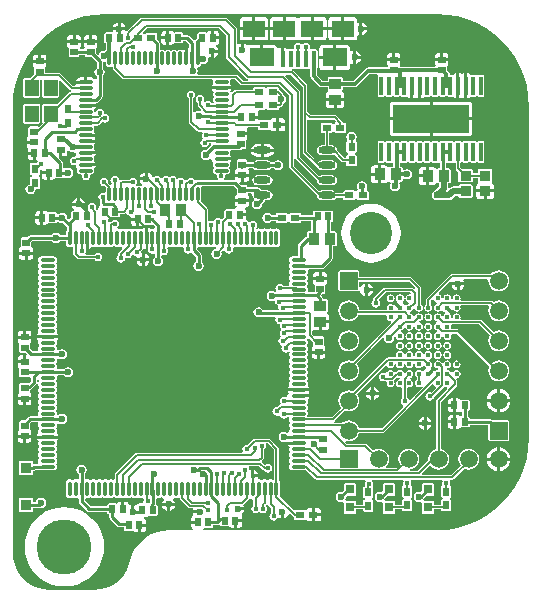
<source format=gtl>
%FSLAX25Y25*%
%MOIN*%
G70*
G01*
G75*
%ADD10R,0.02362X0.02520*%
%ADD11R,0.02362X0.02953*%
%ADD12R,0.02953X0.02362*%
%ADD13R,0.03150X0.03150*%
%ADD14R,0.02520X0.02362*%
%ADD15O,0.01181X0.04724*%
%ADD16O,0.04724X0.01181*%
%ADD17R,0.03937X0.03543*%
%ADD18R,0.03543X0.03937*%
%ADD19R,0.07480X0.05709*%
%ADD20R,0.08268X0.06299*%
%ADD21R,0.01575X0.05315*%
%ADD22R,0.03740X0.03347*%
%ADD23O,0.05709X0.02362*%
%ADD24R,0.01181X0.06299*%
%ADD25R,0.25433X0.09449*%
%ADD26R,0.04528X0.05512*%
%ADD27C,0.01614*%
%ADD28R,0.03740X0.03543*%
%ADD29O,0.01378X0.05315*%
%ADD30O,0.05315X0.01378*%
%ADD31C,0.00500*%
%ADD32C,0.01181*%
%ADD33C,0.01000*%
%ADD34C,0.00591*%
%ADD35C,0.01968*%
%ADD36R,0.05905X0.05905*%
%ADD37C,0.05905*%
%ADD38R,0.05905X0.05905*%
%ADD39C,0.02362*%
%ADD40C,0.14094*%
%ADD41C,0.18315*%
%ADD42C,0.01772*%
G36*
X265996Y398853D02*
X376232D01*
X376334Y398895D01*
X379692Y398706D01*
X383107Y398126D01*
X386437Y397167D01*
X389638Y395841D01*
X392670Y394165D01*
X395496Y392160D01*
X398079Y389851D01*
X400388Y387268D01*
X402393Y384442D01*
X404069Y381410D01*
X405395Y378209D01*
X406354Y374879D01*
X406934Y371463D01*
X407123Y368106D01*
X407081Y368004D01*
Y257768D01*
X407123Y257666D01*
X406934Y254309D01*
X406354Y250893D01*
X405395Y247564D01*
X404069Y244363D01*
X402393Y241330D01*
X400388Y238505D01*
X398079Y235921D01*
X395496Y233612D01*
X392670Y231607D01*
X389638Y229931D01*
X386437Y228606D01*
X383107Y227646D01*
X379692Y227066D01*
X376334Y226877D01*
X376232Y226920D01*
X298673D01*
X298521Y227420D01*
X298670Y227519D01*
X298847Y227784D01*
X299051Y227699D01*
X301413D01*
X301796Y227857D01*
X301955Y228240D01*
Y228480D01*
X303000D01*
X303390Y228558D01*
X303571Y228679D01*
X303601Y228683D01*
X304029Y228574D01*
X304146Y228497D01*
X304204Y228358D01*
X304587Y228199D01*
X306949D01*
X307154Y228284D01*
X307330Y228019D01*
X307661Y227798D01*
X308051Y227721D01*
X308732D01*
Y230000D01*
X309232D01*
Y230500D01*
X311433D01*
Y231260D01*
X311355Y231650D01*
X311341Y231672D01*
X311435Y232336D01*
X311573Y232428D01*
X312055Y233149D01*
X312124Y233500D01*
X310000D01*
Y234500D01*
X312124D01*
X312055Y234851D01*
X311818Y235205D01*
X311899Y235400D01*
X312147Y235566D01*
X313541Y236959D01*
X313612Y237066D01*
X314096Y237244D01*
X314226Y237256D01*
X314416Y237129D01*
X315075Y236998D01*
X315235Y236867D01*
Y235156D01*
X315001Y234999D01*
X314695Y234541D01*
X314587Y234000D01*
X314695Y233459D01*
X315001Y233001D01*
X315459Y232695D01*
X316000Y232587D01*
X316541Y232695D01*
X316999Y233001D01*
X317000Y233002D01*
X317500D01*
X317501Y233001D01*
X317959Y232695D01*
X318500Y232587D01*
X319041Y232695D01*
X319499Y233001D01*
X319805Y233459D01*
X319913Y234000D01*
X319805Y234541D01*
X319499Y234999D01*
X319531Y235270D01*
X319730Y235448D01*
X320268Y235258D01*
X320274Y235227D01*
X320440Y234979D01*
X321235Y234183D01*
Y232656D01*
X321001Y232499D01*
X320695Y232041D01*
X320587Y231500D01*
X320695Y230959D01*
X321001Y230501D01*
X321459Y230195D01*
X322000Y230087D01*
X322541Y230195D01*
X322999Y230501D01*
X323276Y230915D01*
X323305Y230959D01*
X323842Y231094D01*
X323894Y231059D01*
X323987Y231021D01*
X324070Y230965D01*
X324169Y230946D01*
X324261Y230907D01*
X324421Y230875D01*
Y233020D01*
X325421D01*
Y230875D01*
X325581Y230907D01*
X325674Y230946D01*
X325772Y230965D01*
X325856Y231021D01*
X325949Y231059D01*
X326339Y231320D01*
X326410Y231391D01*
X326494Y231447D01*
X326550Y231531D01*
X326621Y231602D01*
X326882Y231992D01*
X326920Y232085D01*
X326976Y232169D01*
X326987Y232224D01*
X327112Y232303D01*
X327496Y232423D01*
X328459Y231459D01*
X328707Y231294D01*
X328719Y231291D01*
Y230819D01*
X328877Y230436D01*
X329260Y230278D01*
X332213D01*
X332354Y230336D01*
X332665Y230395D01*
X333004Y230191D01*
X333066Y230098D01*
X333397Y229877D01*
X333787Y229799D01*
X334764D01*
Y232000D01*
Y234201D01*
X333787D01*
X333397Y234123D01*
X333066Y233902D01*
X333004Y233808D01*
X332665Y233605D01*
X332354Y233664D01*
X332213Y233722D01*
X329260D01*
X328877Y233564D01*
X328577Y233504D01*
X323971Y238110D01*
X324069Y238257D01*
X324161Y238720D01*
Y242657D01*
X324069Y243121D01*
X323806Y243515D01*
X323713Y243577D01*
Y254051D01*
X323713Y254051D01*
X323655Y254344D01*
X323489Y254592D01*
X320905Y257176D01*
X320657Y257342D01*
X320364Y257400D01*
X315636D01*
X315636Y257400D01*
X315343Y257342D01*
X315095Y257176D01*
X313277Y255358D01*
X313000Y255413D01*
X312459Y255305D01*
X312001Y254999D01*
X311695Y254541D01*
X311587Y254000D01*
X311695Y253459D01*
X311825Y253265D01*
X311557Y252765D01*
X276500D01*
X276207Y252707D01*
X275959Y252541D01*
X275959Y252541D01*
X269258Y245840D01*
X269093Y245592D01*
X269035Y245299D01*
Y243839D01*
X269013Y243818D01*
X268534Y243617D01*
X268295Y243777D01*
X267831Y243870D01*
X267367Y243777D01*
X267214Y243675D01*
X266846Y243556D01*
X266479Y243675D01*
X266326Y243777D01*
X265862Y243870D01*
X265398Y243777D01*
X265005Y243515D01*
X264751D01*
X264358Y243777D01*
X263894Y243870D01*
X263430Y243777D01*
X263277Y243675D01*
X262910Y243556D01*
X262542Y243675D01*
X262389Y243777D01*
X261925Y243870D01*
X261461Y243777D01*
X261308Y243675D01*
X260941Y243556D01*
X260574Y243675D01*
X260421Y243777D01*
X259957Y243870D01*
X259520Y243783D01*
X259486Y243782D01*
X259020Y244063D01*
Y245659D01*
X259212Y245788D01*
X259584Y246344D01*
X259714Y247000D01*
X259584Y247656D01*
X259212Y248212D01*
X258656Y248584D01*
X258000Y248714D01*
X257344Y248584D01*
X256788Y248212D01*
X256416Y247656D01*
X256286Y247000D01*
X256416Y246344D01*
X256788Y245788D01*
X256980Y245659D01*
Y244047D01*
X256484Y243777D01*
X256020Y243870D01*
X255556Y243777D01*
X255403Y243675D01*
X255035Y243556D01*
X254668Y243675D01*
X254515Y243777D01*
X254051Y243870D01*
X253587Y243777D01*
X253194Y243515D01*
X252931Y243121D01*
X252839Y242657D01*
Y238720D01*
X252931Y238257D01*
X253194Y237863D01*
X253587Y237600D01*
X254051Y237508D01*
X254515Y237600D01*
X254668Y237703D01*
X255035Y237822D01*
X255403Y237703D01*
X255556Y237600D01*
X256020Y237508D01*
X256469Y237597D01*
X256485Y237600D01*
X256969Y237323D01*
Y236512D01*
X257046Y236122D01*
X257267Y235791D01*
X259779Y233279D01*
X260110Y233058D01*
X260500Y232980D01*
X266545D01*
Y232740D01*
X266704Y232358D01*
X267087Y232199D01*
X267248D01*
Y231232D01*
X267326Y230842D01*
X267547Y230511D01*
X269779Y228279D01*
X270110Y228058D01*
X270500Y227980D01*
X272045D01*
Y227240D01*
X272204Y226857D01*
X272587Y226699D01*
X274949D01*
X275153Y226784D01*
X275330Y226519D01*
X275661Y226298D01*
X276051Y226221D01*
X276732D01*
Y228500D01*
X277232D01*
Y229000D01*
X279433D01*
Y229760D01*
X279355Y230150D01*
X279134Y230481D01*
X278804Y230702D01*
X278709Y230721D01*
X278759Y231221D01*
X279449D01*
X279839Y231298D01*
X280170Y231519D01*
X280346Y231784D01*
X280551Y231699D01*
X282913D01*
X283296Y231857D01*
X283455Y232240D01*
Y234760D01*
X283296Y235142D01*
X282913Y235301D01*
X282905Y235719D01*
Y237185D01*
X283405Y237543D01*
X283579Y237508D01*
X284043Y237600D01*
X284436Y237863D01*
X284690D01*
X285083Y237600D01*
X285264Y237565D01*
X285359Y237277D01*
X285398Y237028D01*
X284945Y236351D01*
X284876Y236000D01*
X289124D01*
X289055Y236351D01*
X288590Y237046D01*
X288574Y237085D01*
X288638Y237630D01*
X288831Y237727D01*
X289020Y237600D01*
X289484Y237508D01*
X289948Y237600D01*
X290101Y237703D01*
X290228Y237744D01*
X290670Y237558D01*
X290689Y237540D01*
X290746Y237255D01*
X290912Y237006D01*
X293459Y234459D01*
X293707Y234294D01*
X294000Y234235D01*
X294939D01*
X294970Y234217D01*
X295075Y234110D01*
X295288Y233772D01*
X295250Y233679D01*
X295218Y233520D01*
X297362D01*
Y232520D01*
X295218D01*
X295250Y232360D01*
X295288Y232267D01*
X295295Y232231D01*
X295274Y232029D01*
X295215Y231778D01*
X295082Y231625D01*
X294866Y231481D01*
X294645Y231150D01*
X294567Y230760D01*
Y230000D01*
X296768D01*
Y229000D01*
X294567D01*
Y228240D01*
X294645Y227850D01*
X294866Y227519D01*
X295015Y227420D01*
X294863Y226920D01*
X287150D01*
X287126Y226910D01*
X285048Y226746D01*
X282998Y226254D01*
X281050Y225448D01*
X279253Y224346D01*
X277650Y222977D01*
X276281Y221374D01*
X275179Y219576D01*
X274372Y217628D01*
X274113Y216546D01*
X274093Y216500D01*
X274053Y216509D01*
X273807Y215484D01*
X273075Y213718D01*
X272076Y212088D01*
X270835Y210634D01*
X269381Y209392D01*
X267751Y208393D01*
X265984Y207662D01*
X264125Y207215D01*
X262294Y207071D01*
X262219Y207102D01*
X247295D01*
X247295Y207102D01*
Y207102D01*
X246796Y207104D01*
X245389Y207215D01*
X243530Y207662D01*
X241764Y208393D01*
X240134Y209392D01*
X238680Y210634D01*
X237438Y212088D01*
X236439Y213718D01*
X235707Y215484D01*
X235261Y217344D01*
X235117Y219175D01*
X235148Y219250D01*
Y368004D01*
X235105Y368106D01*
X235294Y371463D01*
X235874Y374879D01*
X236834Y378209D01*
X238159Y381410D01*
X239836Y384442D01*
X241840Y387268D01*
X244149Y389851D01*
X246733Y392160D01*
X249558Y394165D01*
X252591Y395841D01*
X255792Y397167D01*
X259121Y398126D01*
X262537Y398706D01*
X265894Y398895D01*
X265996Y398853D01*
D02*
G37*
G36*
X275241Y237600D02*
X275705Y237508D01*
X276169Y237600D01*
X276322Y237703D01*
X276689Y237822D01*
X277056Y237703D01*
X277209Y237600D01*
X277673Y237508D01*
X278137Y237600D01*
X278665Y237361D01*
X278733Y237099D01*
X278695Y237041D01*
X278587Y236500D01*
X278631Y236279D01*
X278259Y235779D01*
X277087D01*
X276696Y235702D01*
X276366Y235481D01*
X276145Y235150D01*
X275625Y235100D01*
X275500Y235124D01*
Y233000D01*
X274500D01*
Y235124D01*
X274433Y235111D01*
X274301Y235151D01*
X273921Y235424D01*
X273890Y235474D01*
X273855Y235650D01*
X273634Y235981D01*
X273304Y236202D01*
X272913Y236279D01*
X272232D01*
Y234000D01*
X271232D01*
Y236279D01*
X270551D01*
X270161Y236202D01*
X269830Y235981D01*
X269654Y235716D01*
X269449Y235801D01*
X267087D01*
X266704Y235643D01*
X266545Y235260D01*
Y235020D01*
X260922D01*
X259076Y236866D01*
X259112Y237289D01*
X259254Y237400D01*
X259540Y237591D01*
X259957Y237508D01*
X260421Y237600D01*
X260574Y237703D01*
X260941Y237822D01*
X261308Y237703D01*
X261461Y237600D01*
X261925Y237508D01*
X262389Y237600D01*
X262542Y237703D01*
X262910Y237822D01*
X263277Y237703D01*
X263430Y237600D01*
X263894Y237508D01*
X264358Y237600D01*
X264751Y237863D01*
X265005D01*
X265398Y237600D01*
X265862Y237508D01*
X266326Y237600D01*
X266479Y237703D01*
X266846Y237822D01*
X267214Y237703D01*
X267367Y237600D01*
X267831Y237508D01*
X268295Y237600D01*
X268688Y237863D01*
X268942D01*
X269335Y237600D01*
X269799Y237508D01*
X270263Y237600D01*
X270416Y237703D01*
X270783Y237822D01*
X271151Y237703D01*
X271304Y237600D01*
X271768Y237508D01*
X272232Y237600D01*
X272385Y237703D01*
X272752Y237822D01*
X273119Y237703D01*
X273272Y237600D01*
X273736Y237508D01*
X274200Y237600D01*
X274593Y237863D01*
X274848D01*
X275241Y237600D01*
D02*
G37*
G36*
X322184Y253734D02*
Y243839D01*
X322162Y243818D01*
X321724Y243634D01*
X321597Y243675D01*
X321444Y243777D01*
X320980Y243870D01*
X320516Y243777D01*
X320363Y243675D01*
X319996Y243556D01*
X319629Y243675D01*
X319476Y243777D01*
X319012Y243870D01*
X318548Y243777D01*
X318155Y243515D01*
X317900D01*
X317507Y243777D01*
X317106Y243857D01*
X316930Y244074D01*
X316789Y244329D01*
X316823Y244500D01*
X315000D01*
Y245000D01*
X314500D01*
Y246823D01*
X314383Y246800D01*
X314117Y246913D01*
X313888Y247126D01*
X313805Y247541D01*
X313675Y247735D01*
X313943Y248235D01*
X317183D01*
X318459Y246959D01*
X318707Y246794D01*
X318820Y246771D01*
X319001Y246501D01*
X319459Y246195D01*
X320000Y246087D01*
X320541Y246195D01*
X320999Y246501D01*
X321305Y246959D01*
X321413Y247500D01*
X321305Y248041D01*
X320999Y248499D01*
X320541Y248805D01*
X320000Y248913D01*
X319459Y248805D01*
X319050Y248532D01*
X318156Y249425D01*
X318041Y249541D01*
X318150Y250069D01*
X318541Y250459D01*
X318706Y250707D01*
X318765Y251000D01*
Y253844D01*
X318999Y254001D01*
X319305Y254459D01*
X319413Y255000D01*
X319339Y255371D01*
X319585Y255780D01*
X320099Y255819D01*
X322184Y253734D01*
D02*
G37*
%LPC*%
G36*
X373575Y292908D02*
X373065Y292806D01*
X372633Y292517D01*
X372344Y292085D01*
X372242Y291575D01*
X372344Y291065D01*
X372633Y290633D01*
X373065Y290344D01*
X373575Y290242D01*
X374085Y290344D01*
X374517Y290633D01*
X374806Y291065D01*
X374907Y291575D01*
X374806Y292085D01*
X374517Y292517D01*
X374085Y292806D01*
X373575Y292908D01*
D02*
G37*
G36*
X238500Y293433D02*
X237740D01*
X237350Y293355D01*
X237019Y293134D01*
X236798Y292804D01*
X236721Y292413D01*
Y291732D01*
X238500D01*
Y293433D01*
D02*
G37*
G36*
X250280Y290858D02*
X246689D01*
X243098D01*
X243129Y290699D01*
X243503Y290141D01*
X243703Y290007D01*
X243601Y289854D01*
X243508Y289390D01*
X243601Y288926D01*
X243703Y288773D01*
X243822Y288405D01*
X243703Y288038D01*
X243601Y287885D01*
X243508Y287421D01*
X243588Y287020D01*
X243544Y286877D01*
X243292Y286520D01*
X241690D01*
X240801Y287409D01*
Y288949D01*
X240716Y289154D01*
X240981Y289330D01*
X241202Y289661D01*
X241279Y290051D01*
Y290732D01*
X239000D01*
X236721D01*
Y290051D01*
X236798Y289661D01*
X237019Y289330D01*
X237284Y289154D01*
X237199Y288949D01*
Y286587D01*
X237357Y286204D01*
X237740Y286045D01*
X239280D01*
X239663Y285663D01*
X239500Y285269D01*
Y283000D01*
X239000D01*
Y282500D01*
X236721D01*
Y281819D01*
X236798Y281429D01*
X237019Y281098D01*
X237284Y280921D01*
X237199Y280716D01*
Y278354D01*
X237357Y277972D01*
X237740Y277813D01*
X240260D01*
X240480Y277905D01*
X240980Y277656D01*
Y276422D01*
X240439Y275881D01*
X240260Y275955D01*
X237740D01*
X237357Y275796D01*
X237199Y275413D01*
Y273051D01*
X237284Y272847D01*
X237019Y272670D01*
X236798Y272339D01*
X236721Y271949D01*
Y271268D01*
X241279D01*
Y271949D01*
X241202Y272339D01*
X240981Y272670D01*
X240716Y272847D01*
X240801Y273051D01*
Y273540D01*
X240890Y273558D01*
X241221Y273779D01*
X242721Y275279D01*
X242942Y275610D01*
X243020Y276000D01*
Y277116D01*
X243083Y277153D01*
X243601Y277115D01*
X243863Y276722D01*
Y276467D01*
X243601Y276074D01*
X243508Y275610D01*
X243601Y275146D01*
X243703Y274993D01*
X243822Y274626D01*
X243703Y274259D01*
X243601Y274106D01*
X243508Y273642D01*
X243601Y273178D01*
X243703Y273025D01*
X243822Y272657D01*
X243703Y272290D01*
X243601Y272137D01*
X243508Y271673D01*
X243601Y271209D01*
X243703Y271056D01*
X243822Y270689D01*
X243703Y270322D01*
X243601Y270169D01*
X243508Y269705D01*
X243601Y269241D01*
X243703Y269088D01*
X243822Y268721D01*
X243703Y268353D01*
X243601Y268200D01*
X243508Y267736D01*
X243601Y267272D01*
X243863Y266879D01*
Y266625D01*
X243601Y266232D01*
X243508Y265768D01*
X243598Y265319D01*
X243600Y265303D01*
X243323Y264819D01*
X240799D01*
X240409Y264741D01*
X240078Y264520D01*
X239013Y263455D01*
X237740D01*
X237357Y263296D01*
X237199Y262913D01*
Y260551D01*
X237284Y260347D01*
X237019Y260170D01*
X236798Y259839D01*
X236721Y259449D01*
Y258768D01*
X241279D01*
Y259449D01*
X241202Y259839D01*
X240981Y260170D01*
X240716Y260347D01*
X240801Y260551D01*
Y262359D01*
X241221Y262780D01*
X243323D01*
X243600Y262296D01*
X243598Y262280D01*
X243508Y261831D01*
X243601Y261367D01*
X243703Y261214D01*
X243822Y260846D01*
X243703Y260479D01*
X243601Y260326D01*
X243508Y259862D01*
X243601Y259398D01*
X243703Y259245D01*
X243503Y259111D01*
X243129Y258553D01*
X243098Y258394D01*
X246689D01*
X250280D01*
X250249Y258553D01*
X249875Y259111D01*
X249675Y259245D01*
X249778Y259398D01*
X249870Y259862D01*
X249778Y260326D01*
X249675Y260479D01*
X249556Y260846D01*
X249675Y261214D01*
X249778Y261367D01*
X249870Y261831D01*
X249821Y262077D01*
X250139Y262574D01*
X250503Y262644D01*
X250844Y262416D01*
X251500Y262286D01*
X252156Y262416D01*
X252712Y262788D01*
X253084Y263344D01*
X253214Y264000D01*
X253084Y264656D01*
X252712Y265212D01*
X252156Y265584D01*
X251500Y265714D01*
X250844Y265584D01*
X250288Y265212D01*
X250206Y265089D01*
X249778Y265303D01*
X249781Y265319D01*
X249870Y265768D01*
X249778Y266232D01*
X249515Y266625D01*
Y266879D01*
X249778Y267272D01*
X249870Y267736D01*
X249778Y268200D01*
X249675Y268353D01*
X249556Y268721D01*
X249675Y269088D01*
X249778Y269241D01*
X249870Y269705D01*
X249778Y270169D01*
X249675Y270322D01*
X249556Y270689D01*
X249675Y271056D01*
X249778Y271209D01*
X249870Y271673D01*
X249778Y272137D01*
X249515Y272530D01*
Y272784D01*
X249778Y273178D01*
X249870Y273642D01*
X249778Y274106D01*
X249675Y274259D01*
X249556Y274626D01*
X249675Y274993D01*
X249778Y275146D01*
X249870Y275610D01*
X249778Y276074D01*
X249515Y276467D01*
Y276722D01*
X249778Y277115D01*
X249870Y277579D01*
X249790Y277980D01*
X249834Y278122D01*
X250086Y278480D01*
X252159D01*
X252288Y278288D01*
X252844Y277916D01*
X253500Y277786D01*
X254156Y277916D01*
X254712Y278288D01*
X255084Y278844D01*
X255214Y279500D01*
X255084Y280156D01*
X254712Y280712D01*
X254156Y281084D01*
X253500Y281214D01*
X252844Y281084D01*
X252288Y280712D01*
X252159Y280520D01*
X250023D01*
X249756Y281020D01*
X249778Y281052D01*
X249870Y281516D01*
X249778Y281980D01*
X249515Y282373D01*
Y282627D01*
X249778Y283020D01*
X249870Y283484D01*
X249837Y283647D01*
X250201Y284130D01*
X250206Y284133D01*
X250476Y284162D01*
X250844Y283916D01*
X251500Y283786D01*
X252156Y283916D01*
X252712Y284288D01*
X253084Y284844D01*
X253214Y285500D01*
X253084Y286156D01*
X252712Y286712D01*
X252156Y287084D01*
X251500Y287214D01*
X250844Y287084D01*
X250437Y286811D01*
X250239Y286828D01*
X249849Y287314D01*
X249870Y287421D01*
X249778Y287885D01*
X249675Y288038D01*
X249556Y288405D01*
X249675Y288773D01*
X249778Y288926D01*
X249870Y289390D01*
X249778Y289854D01*
X249675Y290007D01*
X249875Y290141D01*
X250249Y290699D01*
X250280Y290858D01*
D02*
G37*
G36*
X370425Y292908D02*
X369915Y292806D01*
X369483Y292517D01*
X369194Y292085D01*
X369092Y291575D01*
X369194Y291065D01*
X369483Y290633D01*
X369915Y290344D01*
X370425Y290242D01*
X370935Y290344D01*
X371368Y290633D01*
X371656Y291065D01*
X371758Y291575D01*
X371656Y292085D01*
X371368Y292517D01*
X370935Y292806D01*
X370425Y292908D01*
D02*
G37*
G36*
X373575Y296057D02*
X373065Y295956D01*
X372633Y295667D01*
X372344Y295234D01*
X372242Y294724D01*
X372344Y294214D01*
X372633Y293782D01*
X373065Y293493D01*
X373575Y293392D01*
X374085Y293493D01*
X374517Y293782D01*
X374806Y294214D01*
X374907Y294724D01*
X374806Y295234D01*
X374517Y295667D01*
X374085Y295956D01*
X373575Y296057D01*
D02*
G37*
G36*
X340488Y295843D02*
X338000D01*
Y293551D01*
X339469D01*
X339859Y293629D01*
X340190Y293850D01*
X340410Y294181D01*
X340488Y294571D01*
Y295843D01*
D02*
G37*
G36*
X240260Y293433D02*
X239500D01*
Y291732D01*
X241279D01*
Y292413D01*
X241202Y292804D01*
X240981Y293134D01*
X240650Y293355D01*
X240260Y293433D01*
D02*
G37*
G36*
X248657Y318161D02*
X244721D01*
X244257Y318069D01*
X243863Y317806D01*
X243601Y317413D01*
X243508Y316949D01*
X243601Y316485D01*
X243703Y316332D01*
X243822Y315965D01*
X243703Y315597D01*
X243601Y315444D01*
X243508Y314980D01*
X243601Y314516D01*
X243703Y314363D01*
X243822Y313996D01*
X243703Y313629D01*
X243601Y313476D01*
X243508Y313012D01*
X243601Y312548D01*
X243863Y312155D01*
Y311900D01*
X243601Y311507D01*
X243508Y311043D01*
X243601Y310579D01*
X243703Y310426D01*
X243822Y310059D01*
X243703Y309692D01*
X243601Y309539D01*
X243508Y309075D01*
X243601Y308611D01*
X243703Y308458D01*
X243822Y308090D01*
X243703Y307723D01*
X243601Y307570D01*
X243508Y307106D01*
X243601Y306642D01*
X243863Y306249D01*
Y305995D01*
X243601Y305602D01*
X243508Y305138D01*
X243601Y304674D01*
X243703Y304521D01*
X243822Y304153D01*
X243703Y303786D01*
X243601Y303633D01*
X243508Y303169D01*
X243601Y302705D01*
X243863Y302312D01*
Y302058D01*
X243601Y301665D01*
X243508Y301201D01*
X243601Y300737D01*
X243703Y300584D01*
X243822Y300217D01*
X243703Y299849D01*
X243601Y299696D01*
X243508Y299232D01*
X243601Y298768D01*
X243703Y298615D01*
X243822Y298248D01*
X243703Y297881D01*
X243601Y297728D01*
X243508Y297264D01*
X243601Y296800D01*
X243863Y296407D01*
Y296152D01*
X243601Y295759D01*
X243508Y295295D01*
X243601Y294831D01*
X243703Y294678D01*
X243822Y294311D01*
X243703Y293944D01*
X243601Y293791D01*
X243508Y293327D01*
X243601Y292863D01*
X243703Y292710D01*
X243503Y292576D01*
X243129Y292017D01*
X243098Y291858D01*
X246689D01*
X250280D01*
X250249Y292017D01*
X249875Y292576D01*
X249675Y292710D01*
X249778Y292863D01*
X249870Y293327D01*
X249778Y293791D01*
X249675Y293944D01*
X249556Y294311D01*
X249675Y294678D01*
X249778Y294831D01*
X249870Y295295D01*
X249778Y295759D01*
X249515Y296152D01*
Y296407D01*
X249778Y296800D01*
X249870Y297264D01*
X249778Y297728D01*
X249675Y297881D01*
X249556Y298248D01*
X249675Y298615D01*
X249778Y298768D01*
X249870Y299232D01*
X249778Y299696D01*
X249675Y299849D01*
X249556Y300217D01*
X249675Y300584D01*
X249778Y300737D01*
X249870Y301201D01*
X249778Y301665D01*
X249515Y302058D01*
Y302312D01*
X249778Y302705D01*
X249870Y303169D01*
X249778Y303633D01*
X249675Y303786D01*
X249556Y304153D01*
X249675Y304521D01*
X249778Y304674D01*
X249870Y305138D01*
X249778Y305602D01*
X249515Y305995D01*
Y306249D01*
X249778Y306642D01*
X249870Y307106D01*
X249778Y307570D01*
X249675Y307723D01*
X249556Y308090D01*
X249675Y308458D01*
X249778Y308611D01*
X249870Y309075D01*
X249778Y309539D01*
X249675Y309692D01*
X249556Y310059D01*
X249675Y310426D01*
X249778Y310579D01*
X249870Y311043D01*
X249778Y311507D01*
X249515Y311900D01*
Y312155D01*
X249778Y312548D01*
X249870Y313012D01*
X249778Y313476D01*
X249675Y313629D01*
X249556Y313996D01*
X249675Y314363D01*
X249778Y314516D01*
X249870Y314980D01*
X249778Y315444D01*
X249675Y315597D01*
X249556Y315965D01*
X249675Y316332D01*
X249778Y316485D01*
X249870Y316949D01*
X249778Y317413D01*
X249515Y317806D01*
X249121Y318069D01*
X248657Y318161D01*
D02*
G37*
G36*
X370425Y289758D02*
X369915Y289656D01*
X369483Y289368D01*
X369194Y288935D01*
X369092Y288425D01*
X369194Y287915D01*
X369483Y287483D01*
X369915Y287194D01*
X370425Y287092D01*
X370935Y287194D01*
X371368Y287483D01*
X371656Y287915D01*
X371758Y288425D01*
X371656Y288935D01*
X371368Y289368D01*
X370935Y289656D01*
X370425Y289758D01*
D02*
G37*
G36*
X373575D02*
X373065Y289656D01*
X372633Y289368D01*
X372344Y288935D01*
X372242Y288425D01*
X372344Y287915D01*
X372633Y287483D01*
X373065Y287194D01*
X373575Y287092D01*
X374085Y287194D01*
X374517Y287483D01*
X374806Y287915D01*
X374907Y288425D01*
X374806Y288935D01*
X374517Y289368D01*
X374085Y289656D01*
X373575Y289758D01*
D02*
G37*
G36*
X364126D02*
X363616Y289656D01*
X363184Y289368D01*
X362895Y288935D01*
X362793Y288425D01*
X362895Y287915D01*
X363184Y287483D01*
X363616Y287194D01*
X364126Y287092D01*
X364636Y287194D01*
X365068Y287483D01*
X365357Y287915D01*
X365459Y288425D01*
X365357Y288935D01*
X365068Y289368D01*
X364636Y289656D01*
X364126Y289758D01*
D02*
G37*
G36*
X367276D02*
X366766Y289656D01*
X366333Y289368D01*
X366044Y288935D01*
X365943Y288425D01*
X366044Y287915D01*
X366333Y287483D01*
X366766Y287194D01*
X367276Y287092D01*
X367786Y287194D01*
X368218Y287483D01*
X368507Y287915D01*
X368608Y288425D01*
X368507Y288935D01*
X368218Y289368D01*
X367786Y289656D01*
X367276Y289758D01*
D02*
G37*
G36*
X347000Y293546D02*
X346099Y293427D01*
X345259Y293079D01*
X344537Y292526D01*
X343984Y291804D01*
X343636Y290964D01*
X343517Y290063D01*
X343636Y289162D01*
X343984Y288322D01*
X344537Y287600D01*
X345259Y287047D01*
X346099Y286699D01*
X347000Y286580D01*
X347901Y286699D01*
X348741Y287047D01*
X349463Y287600D01*
X350016Y288322D01*
X350364Y289162D01*
X350483Y290063D01*
X350364Y290964D01*
X350016Y291804D01*
X349463Y292526D01*
X348741Y293079D01*
X347901Y293427D01*
X347000Y293546D01*
D02*
G37*
G36*
X367276Y292908D02*
X366766Y292806D01*
X366333Y292517D01*
X366044Y292085D01*
X365943Y291575D01*
X366044Y291065D01*
X366333Y290633D01*
X366766Y290344D01*
X367276Y290242D01*
X367786Y290344D01*
X368218Y290633D01*
X368507Y291065D01*
X368608Y291575D01*
X368507Y292085D01*
X368218Y292517D01*
X367786Y292806D01*
X367276Y292908D01*
D02*
G37*
G36*
X376724Y289758D02*
X376214Y289656D01*
X375782Y289368D01*
X375493Y288935D01*
X375392Y288425D01*
X375493Y287915D01*
X375782Y287483D01*
X376214Y287194D01*
X376724Y287092D01*
X377234Y287194D01*
X377667Y287483D01*
X377956Y287915D01*
X378057Y288425D01*
X377956Y288935D01*
X377667Y289368D01*
X377234Y289656D01*
X376724Y289758D01*
D02*
G37*
G36*
X379874D02*
X379364Y289656D01*
X378932Y289368D01*
X378643Y288935D01*
X378541Y288425D01*
X378643Y287915D01*
X378932Y287483D01*
X379364Y287194D01*
X379874Y287092D01*
X380384Y287194D01*
X380816Y287483D01*
X381105Y287915D01*
X381207Y288425D01*
X381105Y288935D01*
X380816Y289368D01*
X380384Y289656D01*
X379874Y289758D01*
D02*
G37*
G36*
X373575Y299207D02*
X373065Y299105D01*
X372633Y298816D01*
X372344Y298384D01*
X372242Y297874D01*
X372344Y297364D01*
X372633Y296932D01*
X373065Y296643D01*
X373575Y296541D01*
X374085Y296643D01*
X374517Y296932D01*
X374806Y297364D01*
X374907Y297874D01*
X374806Y298384D01*
X374517Y298816D01*
X374085Y299105D01*
X373575Y299207D01*
D02*
G37*
G36*
X280624Y316500D02*
X279000D01*
Y314876D01*
X279351Y314945D01*
X280072Y315427D01*
X280555Y316149D01*
X280624Y316500D01*
D02*
G37*
G36*
X354468Y335753D02*
X352550Y335564D01*
X350705Y335004D01*
X349004Y334096D01*
X347514Y332872D01*
X346290Y331382D01*
X345381Y329681D01*
X344822Y327836D01*
X344633Y325917D01*
X344822Y323998D01*
X345381Y322153D01*
X346290Y320453D01*
X347514Y318962D01*
X349004Y317739D01*
X350705Y316830D01*
X352550Y316270D01*
X354468Y316082D01*
X356387Y316270D01*
X358232Y316830D01*
X359933Y317739D01*
X361423Y318962D01*
X362647Y320453D01*
X363556Y322153D01*
X364115Y323998D01*
X364304Y325917D01*
X364115Y327836D01*
X363556Y329681D01*
X362647Y331382D01*
X361423Y332872D01*
X359933Y334096D01*
X358232Y335004D01*
X356387Y335564D01*
X354468Y335753D01*
D02*
G37*
G36*
X338760Y312933D02*
X338000D01*
Y311232D01*
X339779D01*
Y311913D01*
X339702Y312304D01*
X339481Y312634D01*
X339150Y312855D01*
X338760Y312933D01*
D02*
G37*
G36*
X278000Y316500D02*
X276376D01*
X276445Y316149D01*
X276927Y315427D01*
X277649Y314945D01*
X278000Y314876D01*
Y316500D01*
D02*
G37*
G36*
X279000Y319124D02*
Y317500D01*
X280624D01*
X280555Y317851D01*
X280072Y318572D01*
X279351Y319055D01*
X279000Y319124D01*
D02*
G37*
G36*
X244268Y330500D02*
X242567D01*
Y329740D01*
X242645Y329350D01*
X242866Y329019D01*
X243196Y328798D01*
X243587Y328721D01*
X244268D01*
Y330500D01*
D02*
G37*
G36*
X239000Y318768D02*
X237221D01*
Y318087D01*
X237298Y317696D01*
X237519Y317366D01*
X237850Y317145D01*
X238240Y317067D01*
X239000D01*
Y318768D01*
D02*
G37*
G36*
X241779D02*
X240000D01*
Y317067D01*
X240760D01*
X241150Y317145D01*
X241481Y317366D01*
X241702Y317696D01*
X241779Y318087D01*
Y318768D01*
D02*
G37*
G36*
X397000Y313545D02*
X396099Y313427D01*
X395259Y313079D01*
X394537Y312526D01*
X394337Y312265D01*
X381500D01*
X381207Y312207D01*
X380959Y312041D01*
X373034Y304116D01*
X372868Y303868D01*
X372810Y303575D01*
Y302085D01*
X372633Y301966D01*
X372344Y301534D01*
X372242Y301024D01*
X372344Y300514D01*
X372633Y300081D01*
X373065Y299792D01*
X373575Y299691D01*
X374085Y299792D01*
X374517Y300081D01*
X374806Y300514D01*
X374907Y301024D01*
X374806Y301534D01*
X374517Y301966D01*
X374340Y302085D01*
Y303258D01*
X374944Y303862D01*
X375486Y303698D01*
X375493Y303663D01*
X375782Y303231D01*
X376214Y302942D01*
X376265Y302932D01*
X376518Y302372D01*
X376481Y302308D01*
X376214Y302255D01*
X375782Y301966D01*
X375493Y301534D01*
X375392Y301024D01*
X375493Y300514D01*
X375782Y300081D01*
X376214Y299792D01*
X376724Y299691D01*
X377234Y299792D01*
X377667Y300081D01*
X377721Y300162D01*
X377752Y300173D01*
X378299Y300128D01*
X378571Y299721D01*
X378978Y299449D01*
X379023Y298902D01*
X379012Y298870D01*
X378932Y298816D01*
X378643Y298384D01*
X378633Y298334D01*
X378073Y298080D01*
X378009Y298117D01*
X377956Y298384D01*
X377667Y298816D01*
X377234Y299105D01*
X376724Y299207D01*
X376214Y299105D01*
X375782Y298816D01*
X375493Y298384D01*
X375392Y297874D01*
X375493Y297364D01*
X375782Y296932D01*
X376214Y296643D01*
X376481Y296590D01*
X376518Y296526D01*
X376265Y295966D01*
X376214Y295956D01*
X375782Y295667D01*
X375493Y295234D01*
X375392Y294724D01*
X375493Y294214D01*
X375782Y293782D01*
X376214Y293493D01*
X376481Y293440D01*
X376518Y293376D01*
X376265Y292816D01*
X376214Y292806D01*
X375782Y292517D01*
X375493Y292085D01*
X375392Y291575D01*
X375493Y291065D01*
X375782Y290633D01*
X376214Y290344D01*
X376724Y290242D01*
X377234Y290344D01*
X377667Y290633D01*
X377956Y291065D01*
X378057Y291575D01*
X378302Y291785D01*
X378541Y291575D01*
X378643Y291065D01*
X378932Y290633D01*
X379364Y290344D01*
X379874Y290242D01*
X380384Y290344D01*
X380816Y290633D01*
X381105Y291065D01*
X381207Y291575D01*
X381141Y291903D01*
X381449Y292403D01*
X383016D01*
X393876Y281543D01*
X393636Y280964D01*
X393517Y280063D01*
X393636Y279162D01*
X393984Y278322D01*
X394537Y277601D01*
X395259Y277047D01*
X396099Y276699D01*
X397000Y276581D01*
X397901Y276699D01*
X398741Y277047D01*
X399463Y277601D01*
X400016Y278322D01*
X400364Y279162D01*
X400483Y280063D01*
X400364Y280964D01*
X400016Y281804D01*
X399463Y282525D01*
X398741Y283079D01*
X397901Y283427D01*
X397000Y283545D01*
X396099Y283427D01*
X395259Y283079D01*
X394831Y282751D01*
X383873Y293708D01*
X383625Y293874D01*
X383333Y293932D01*
X381472D01*
X381149Y294432D01*
X381207Y294724D01*
X381149Y295017D01*
X381472Y295517D01*
X390465D01*
X394068Y291914D01*
X393984Y291804D01*
X393636Y290964D01*
X393517Y290063D01*
X393636Y289162D01*
X393984Y288322D01*
X394537Y287600D01*
X395259Y287047D01*
X396099Y286699D01*
X397000Y286580D01*
X397901Y286699D01*
X398741Y287047D01*
X399463Y287600D01*
X400016Y288322D01*
X400364Y289162D01*
X400483Y290063D01*
X400364Y290964D01*
X400016Y291804D01*
X399463Y292526D01*
X398741Y293079D01*
X397901Y293427D01*
X397000Y293546D01*
X396099Y293427D01*
X395259Y293079D01*
X395149Y292995D01*
X391322Y296822D01*
X391074Y296988D01*
X390781Y297046D01*
X384598D01*
X384291Y297546D01*
X384356Y297874D01*
X384255Y298384D01*
X383966Y298816D01*
X383534Y299105D01*
X383024Y299207D01*
X382514Y299105D01*
X382081Y298816D01*
X381792Y298384D01*
X381691Y297874D01*
X381449Y297681D01*
X381207Y297874D01*
X381105Y298384D01*
X380816Y298816D01*
X380736Y298870D01*
X380725Y298902D01*
X380770Y299449D01*
X381177Y299721D01*
X381449Y300128D01*
X381996Y300173D01*
X382027Y300162D01*
X382081Y300081D01*
X382514Y299792D01*
X383024Y299691D01*
X383534Y299792D01*
X383966Y300081D01*
X384255Y300514D01*
X384356Y301024D01*
X384298Y301316D01*
X384622Y301816D01*
X393448D01*
X393782Y301316D01*
X393636Y300964D01*
X393517Y300063D01*
X393636Y299162D01*
X393984Y298322D01*
X394537Y297601D01*
X395259Y297047D01*
X396099Y296699D01*
X397000Y296581D01*
X397901Y296699D01*
X398741Y297047D01*
X399463Y297601D01*
X400016Y298322D01*
X400364Y299162D01*
X400483Y300063D01*
X400364Y300964D01*
X400016Y301804D01*
X399463Y302525D01*
X398741Y303079D01*
X397901Y303427D01*
X397000Y303545D01*
X396099Y303427D01*
X395259Y303079D01*
X395149Y302995D01*
X395023Y303121D01*
X394775Y303287D01*
X394482Y303345D01*
X384598D01*
X384291Y303845D01*
X384356Y304173D01*
X384255Y304683D01*
X383966Y305116D01*
X383534Y305404D01*
X383024Y305506D01*
X382514Y305404D01*
X382081Y305116D01*
X381792Y304683D01*
X381691Y304173D01*
X381449Y303980D01*
X381207Y304173D01*
X381105Y304683D01*
X380816Y305116D01*
X380384Y305404D01*
X379874Y305506D01*
X379364Y305404D01*
X378932Y305116D01*
X378643Y304683D01*
X378541Y304173D01*
X378302Y303963D01*
X378057Y304173D01*
X377956Y304683D01*
X377667Y305116D01*
X377234Y305404D01*
X377200Y305411D01*
X377035Y305954D01*
X380936Y309855D01*
X381397Y309609D01*
X381376Y309500D01*
X385624D01*
X385555Y309851D01*
X385298Y310235D01*
X385565Y310735D01*
X393227D01*
X393556Y310359D01*
X393517Y310063D01*
X393636Y309162D01*
X393984Y308322D01*
X394537Y307600D01*
X395259Y307047D01*
X396099Y306699D01*
X397000Y306580D01*
X397901Y306699D01*
X398741Y307047D01*
X399463Y307600D01*
X400016Y308322D01*
X400364Y309162D01*
X400483Y310063D01*
X400364Y310964D01*
X400016Y311804D01*
X399463Y312526D01*
X398741Y313079D01*
X397901Y313427D01*
X397000Y313545D01*
D02*
G37*
G36*
X383000Y308500D02*
X381376D01*
X381445Y308149D01*
X381927Y307428D01*
X382649Y306945D01*
X383000Y306876D01*
Y308500D01*
D02*
G37*
G36*
X360976Y305506D02*
X360466Y305404D01*
X360034Y305116D01*
X359745Y304683D01*
X359644Y304173D01*
X359745Y303663D01*
X360034Y303231D01*
X360466Y302942D01*
X360976Y302840D01*
X361486Y302942D01*
X361919Y303231D01*
X362208Y303663D01*
X362309Y304173D01*
X362208Y304683D01*
X361919Y305116D01*
X361486Y305404D01*
X360976Y305506D01*
D02*
G37*
G36*
X355124Y306500D02*
X353500D01*
Y304876D01*
X353851Y304945D01*
X354573Y305428D01*
X355055Y306149D01*
X355124Y306500D01*
D02*
G37*
G36*
X353500Y309124D02*
Y307500D01*
X355124D01*
X355055Y307851D01*
X354573Y308573D01*
X353851Y309055D01*
X353500Y309124D01*
D02*
G37*
G36*
X337000Y312933D02*
X336240D01*
X335850Y312855D01*
X335519Y312634D01*
X335298Y312304D01*
X335221Y311913D01*
Y311232D01*
X337000D01*
Y312933D01*
D02*
G37*
G36*
X385624Y308500D02*
X384000D01*
Y306876D01*
X384351Y306945D01*
X385072Y307428D01*
X385555Y308149D01*
X385624Y308500D01*
D02*
G37*
G36*
X349953Y313557D02*
X344047D01*
X343665Y313398D01*
X343506Y313016D01*
Y307110D01*
X343665Y306728D01*
X344047Y306569D01*
X349953D01*
X350322Y306722D01*
X350337Y306727D01*
X350845Y306652D01*
X350945Y306149D01*
X351428Y305428D01*
X352149Y304945D01*
X352500Y304876D01*
Y307000D01*
Y309124D01*
X352149Y309055D01*
X351428Y308573D01*
X350994Y307924D01*
X350690Y307939D01*
X350494Y308007D01*
Y309735D01*
X367183D01*
X369370Y307549D01*
X369348Y307440D01*
X368806Y307276D01*
X368541Y307541D01*
X368293Y307706D01*
X368000Y307765D01*
X359000D01*
X358707Y307706D01*
X358459Y307541D01*
X355459Y304541D01*
X355293Y304293D01*
X355235Y304000D01*
Y303656D01*
X355001Y303499D01*
X354695Y303041D01*
X354587Y302500D01*
X354695Y301959D01*
X355001Y301501D01*
X355459Y301195D01*
X356000Y301087D01*
X356541Y301195D01*
X356999Y301501D01*
X357305Y301959D01*
X357413Y302500D01*
X357305Y303041D01*
X356999Y303499D01*
X357109Y304027D01*
X359317Y306235D01*
X367539D01*
X367887Y305842D01*
X367382Y305485D01*
X367276Y305506D01*
X366766Y305404D01*
X366333Y305116D01*
X366044Y304683D01*
X365943Y304173D01*
X366044Y303663D01*
X366333Y303231D01*
X366766Y302942D01*
X366816Y302932D01*
X367069Y302372D01*
X367033Y302308D01*
X366766Y302255D01*
X366333Y301966D01*
X366279Y301885D01*
X366248Y301874D01*
X365701Y301919D01*
X365429Y302326D01*
X365022Y302598D01*
X364977Y303145D01*
X364987Y303177D01*
X365068Y303231D01*
X365357Y303663D01*
X365459Y304173D01*
X365357Y304683D01*
X365068Y305116D01*
X364636Y305404D01*
X364126Y305506D01*
X363616Y305404D01*
X363184Y305116D01*
X362895Y304683D01*
X362793Y304173D01*
X362895Y303663D01*
X363184Y303231D01*
X363264Y303177D01*
X363275Y303145D01*
X363230Y302598D01*
X362823Y302326D01*
X362551Y301919D01*
X362004Y301874D01*
X361973Y301885D01*
X361919Y301966D01*
X361486Y302255D01*
X360976Y302356D01*
X360466Y302255D01*
X360034Y301966D01*
X359745Y301534D01*
X359644Y301024D01*
X359702Y300731D01*
X359378Y300231D01*
X350460D01*
X350364Y300964D01*
X350016Y301804D01*
X349463Y302525D01*
X348741Y303079D01*
X347901Y303427D01*
X347000Y303545D01*
X346099Y303427D01*
X345259Y303079D01*
X344537Y302525D01*
X343984Y301804D01*
X343636Y300964D01*
X343517Y300063D01*
X343636Y299162D01*
X343984Y298322D01*
X344537Y297601D01*
X345259Y297047D01*
X346099Y296699D01*
X347000Y296581D01*
X347901Y296699D01*
X348741Y297047D01*
X349463Y297601D01*
X350016Y298322D01*
X350173Y298702D01*
X359402D01*
X359709Y298202D01*
X359644Y297874D01*
X359745Y297364D01*
X360034Y296932D01*
X360466Y296643D01*
X360976Y296541D01*
X361012Y296548D01*
X361258Y296088D01*
X348394Y283223D01*
X347901Y283427D01*
X347000Y283545D01*
X346099Y283427D01*
X345259Y283079D01*
X344537Y282525D01*
X343984Y281804D01*
X343636Y280964D01*
X343517Y280063D01*
X343636Y279162D01*
X343984Y278322D01*
X344537Y277601D01*
X345259Y277047D01*
X346099Y276699D01*
X347000Y276581D01*
X347901Y276699D01*
X348741Y277047D01*
X349463Y277601D01*
X350016Y278322D01*
X350364Y279162D01*
X350483Y280063D01*
X350364Y280964D01*
X350016Y281804D01*
X349635Y282301D01*
X358310Y290977D01*
X358828Y290788D01*
X358916Y290344D01*
X359288Y289788D01*
X359844Y289416D01*
X360500Y289286D01*
X361156Y289416D01*
X361712Y289788D01*
X362084Y290344D01*
X362214Y291000D01*
X362135Y291399D01*
X362316Y291542D01*
X362844Y291321D01*
X362895Y291065D01*
X363184Y290633D01*
X363616Y290344D01*
X364126Y290242D01*
X364636Y290344D01*
X365068Y290633D01*
X365357Y291065D01*
X365459Y291575D01*
X365357Y292085D01*
X365068Y292517D01*
X364636Y292806D01*
X364585Y292816D01*
X364332Y293376D01*
X364369Y293440D01*
X364636Y293493D01*
X365068Y293782D01*
X365357Y294214D01*
X365390Y294381D01*
X365481Y294483D01*
X365556Y294484D01*
X366044Y294214D01*
X366333Y293782D01*
X366766Y293493D01*
X367276Y293392D01*
X367786Y293493D01*
X368218Y293782D01*
X368507Y294214D01*
X368608Y294724D01*
X368840Y294906D01*
X369092Y294724D01*
X369194Y294214D01*
X369483Y293782D01*
X369915Y293493D01*
X370425Y293392D01*
X370935Y293493D01*
X371368Y293782D01*
X371656Y294214D01*
X371758Y294724D01*
X371656Y295234D01*
X371368Y295667D01*
X370935Y295956D01*
X370885Y295966D01*
X370631Y296526D01*
X370668Y296590D01*
X370935Y296643D01*
X371368Y296932D01*
X371656Y297364D01*
X371758Y297874D01*
X371656Y298384D01*
X371368Y298816D01*
X370935Y299105D01*
X370425Y299207D01*
X369915Y299105D01*
X369483Y298816D01*
X369194Y298384D01*
X369141Y298117D01*
X369077Y298080D01*
X368517Y298334D01*
X368507Y298384D01*
X368218Y298816D01*
X367786Y299105D01*
X367519Y299158D01*
X367482Y299222D01*
X367735Y299782D01*
X367786Y299792D01*
X368218Y300081D01*
X368507Y300514D01*
X368560Y300781D01*
X368624Y300817D01*
X369184Y300564D01*
X369194Y300514D01*
X369483Y300081D01*
X369915Y299792D01*
X370425Y299691D01*
X370935Y299792D01*
X371368Y300081D01*
X371656Y300514D01*
X371758Y301024D01*
X371656Y301534D01*
X371368Y301966D01*
X371190Y302085D01*
Y307575D01*
X371190Y307575D01*
X371132Y307867D01*
X370966Y308116D01*
X368041Y311041D01*
X367793Y311207D01*
X367500Y311265D01*
X350494D01*
Y313016D01*
X350335Y313398D01*
X349953Y313557D01*
D02*
G37*
G36*
X373575Y286608D02*
X373065Y286507D01*
X372633Y286218D01*
X372344Y285786D01*
X372242Y285276D01*
X371997Y285065D01*
X371758Y285276D01*
X371656Y285786D01*
X371368Y286218D01*
X370935Y286507D01*
X370425Y286608D01*
X369915Y286507D01*
X369483Y286218D01*
X369194Y285786D01*
X369092Y285276D01*
X368850Y285083D01*
X368608Y285276D01*
X368507Y285786D01*
X368218Y286218D01*
X367786Y286507D01*
X367276Y286608D01*
X366766Y286507D01*
X366333Y286218D01*
X366044Y285786D01*
X365943Y285276D01*
X365701Y285083D01*
X365459Y285276D01*
X365357Y285786D01*
X365068Y286218D01*
X364636Y286507D01*
X364126Y286608D01*
X363616Y286507D01*
X363184Y286218D01*
X362895Y285786D01*
X362793Y285276D01*
X362859Y284948D01*
X362551Y284448D01*
X360183D01*
X360183Y284448D01*
X359891Y284390D01*
X359642Y284224D01*
X348569Y273150D01*
X347901Y273427D01*
X347000Y273546D01*
X346099Y273427D01*
X345259Y273079D01*
X344537Y272526D01*
X343984Y271804D01*
X343636Y270964D01*
X343517Y270063D01*
X343636Y269162D01*
X343984Y268322D01*
X344530Y267611D01*
X341482Y264564D01*
X333461D01*
X333440Y264586D01*
X333256Y265024D01*
X333297Y265151D01*
X333400Y265304D01*
X333492Y265768D01*
X333400Y266232D01*
X333137Y266625D01*
Y266879D01*
X333400Y267272D01*
X333492Y267736D01*
X333400Y268200D01*
X333297Y268353D01*
X333178Y268721D01*
X333297Y269088D01*
X333400Y269241D01*
X333492Y269705D01*
X333400Y270169D01*
X333297Y270322D01*
X333497Y270456D01*
X333871Y271014D01*
X333902Y271173D01*
X330311D01*
Y272173D01*
X333902D01*
X333871Y272332D01*
X333653Y272657D01*
X333871Y272983D01*
X333902Y273142D01*
X330311D01*
X326720D01*
X326751Y272983D01*
X326969Y272657D01*
X326751Y272332D01*
X326620Y271673D01*
X326656Y271496D01*
X326206Y271195D01*
X326041Y271305D01*
X325500Y271413D01*
X324959Y271305D01*
X324501Y270999D01*
X324195Y270541D01*
X324087Y270000D01*
X324195Y269459D01*
X324339Y269243D01*
X324228Y268791D01*
X324159Y268674D01*
X323959Y268541D01*
X323276Y267858D01*
X323000Y267913D01*
X322459Y267805D01*
X322001Y267499D01*
X321695Y267041D01*
X321587Y266500D01*
X321695Y265959D01*
X322001Y265501D01*
X322459Y265195D01*
X323000Y265087D01*
X323541Y265195D01*
X323627Y265252D01*
X324182Y265022D01*
X324195Y264959D01*
X324501Y264501D01*
X324959Y264195D01*
X325500Y264087D01*
X326041Y264195D01*
X326499Y264501D01*
X326721Y264832D01*
X327001Y264826D01*
X327206Y264567D01*
X327262Y264424D01*
X327275Y264341D01*
X327222Y264263D01*
X327130Y263799D01*
X327222Y263335D01*
X327485Y262942D01*
Y262688D01*
X327222Y262295D01*
X327130Y261831D01*
X327222Y261367D01*
X327325Y261214D01*
X327444Y260846D01*
X327325Y260479D01*
X327222Y260326D01*
X327130Y259862D01*
X327145Y259788D01*
X326736Y259305D01*
X326588Y259295D01*
X326156Y259584D01*
X325500Y259714D01*
X324844Y259584D01*
X324288Y259212D01*
X323916Y258656D01*
X323786Y258000D01*
X323916Y257344D01*
X324288Y256788D01*
X324844Y256416D01*
X325500Y256286D01*
X326156Y256416D01*
X326216Y256457D01*
X326264Y256425D01*
X330311D01*
Y255425D01*
X326720D01*
X326751Y255266D01*
X327125Y254708D01*
X327325Y254574D01*
X327222Y254421D01*
X327130Y253957D01*
X327222Y253493D01*
X327485Y253099D01*
Y252845D01*
X327222Y252452D01*
X327130Y251988D01*
X327222Y251524D01*
X327325Y251371D01*
X327444Y251004D01*
X327325Y250637D01*
X327222Y250484D01*
X327130Y250020D01*
X327222Y249556D01*
X327325Y249403D01*
X327444Y249035D01*
X327325Y248668D01*
X327222Y248515D01*
X327130Y248051D01*
X327222Y247587D01*
X327485Y247194D01*
X327879Y246931D01*
X328343Y246839D01*
X332279D01*
X332743Y246931D01*
X332861Y247009D01*
X335911Y243959D01*
X336159Y243794D01*
X336452Y243735D01*
X336452Y243735D01*
X352578D01*
X352726Y243321D01*
X352742Y243235D01*
X352445Y242791D01*
X352337Y242250D01*
X352383Y242018D01*
X352332Y241623D01*
X352047Y241405D01*
X351936Y241359D01*
X351778Y240976D01*
Y238024D01*
X351936Y237641D01*
X352319Y237482D01*
Y236990D01*
X351936Y236831D01*
X351778Y236449D01*
Y235312D01*
X349616D01*
Y236122D01*
X349458Y236505D01*
X349075Y236663D01*
X346230D01*
X345963Y237163D01*
X346084Y237344D01*
X346214Y238000D01*
X346651Y238337D01*
X349075D01*
X349458Y238495D01*
X349616Y238878D01*
Y242028D01*
X349458Y242410D01*
X349075Y242569D01*
X345925D01*
X345543Y242410D01*
X345384Y242028D01*
Y240326D01*
X344727Y239669D01*
X344500Y239714D01*
X343844Y239584D01*
X343288Y239212D01*
X342916Y238656D01*
X342786Y238000D01*
X342916Y237344D01*
X343288Y236788D01*
X343844Y236416D01*
X344500Y236286D01*
X344948Y236375D01*
X345088Y236294D01*
X345360Y236036D01*
X345384Y235991D01*
Y232972D01*
X345543Y232590D01*
X345925Y232431D01*
X349075D01*
X349458Y232590D01*
X349616Y232972D01*
Y233783D01*
X351778D01*
Y233496D01*
X351936Y233113D01*
X352319Y232955D01*
X354681D01*
X355064Y233113D01*
X355222Y233496D01*
Y236449D01*
X355064Y236831D01*
X354681Y236990D01*
Y237482D01*
X355064Y237641D01*
X355222Y238024D01*
Y240976D01*
X355064Y241359D01*
X354988Y241609D01*
X355055Y241709D01*
X355163Y242250D01*
X355055Y242791D01*
X354758Y243235D01*
X354774Y243321D01*
X354922Y243735D01*
X365057D01*
X365325Y243235D01*
X365195Y243041D01*
X365087Y242500D01*
X365195Y241959D01*
X365115Y241697D01*
X364936Y241623D01*
X364778Y241240D01*
Y238287D01*
X364936Y237905D01*
X365319Y237746D01*
Y237254D01*
X364936Y237095D01*
X364778Y236713D01*
Y235312D01*
X362616D01*
Y236122D01*
X362457Y236505D01*
X362075Y236663D01*
X359230D01*
X358963Y237163D01*
X359084Y237344D01*
X359146Y237657D01*
X359826Y238337D01*
X362075D01*
X362457Y238495D01*
X362616Y238878D01*
Y242028D01*
X362457Y242410D01*
X362075Y242569D01*
X358925D01*
X358542Y242410D01*
X358384Y242028D01*
Y240009D01*
X358362Y239969D01*
X357948Y239625D01*
X357500Y239714D01*
X356844Y239584D01*
X356288Y239212D01*
X355916Y238656D01*
X355786Y238000D01*
X355916Y237344D01*
X356288Y236788D01*
X356844Y236416D01*
X357500Y236286D01*
X357948Y236375D01*
X358088Y236294D01*
X358360Y236036D01*
X358384Y235991D01*
Y232972D01*
X358542Y232590D01*
X358925Y232431D01*
X362075D01*
X362457Y232590D01*
X362616Y232972D01*
Y233783D01*
X364778D01*
Y233760D01*
X364936Y233377D01*
X365319Y233219D01*
X367681D01*
X368064Y233377D01*
X368222Y233760D01*
Y236713D01*
X368064Y237095D01*
X367681Y237254D01*
Y237746D01*
X368064Y237905D01*
X368222Y238287D01*
Y241240D01*
X368064Y241623D01*
X367885Y241697D01*
X367805Y241959D01*
X367913Y242500D01*
X367805Y243041D01*
X367675Y243235D01*
X367943Y243735D01*
X378057D01*
X378325Y243235D01*
X378195Y243041D01*
X378087Y242500D01*
X378195Y241959D01*
X378115Y241697D01*
X377936Y241623D01*
X377778Y241240D01*
Y238287D01*
X377936Y237905D01*
X378319Y237746D01*
Y237254D01*
X377936Y237095D01*
X377778Y236713D01*
Y235312D01*
X375616D01*
Y236122D01*
X375458Y236505D01*
X375075Y236663D01*
X372230D01*
X371963Y237163D01*
X372084Y237344D01*
X372146Y237657D01*
X372826Y238337D01*
X375075D01*
X375458Y238495D01*
X375616Y238878D01*
Y242028D01*
X375458Y242410D01*
X375075Y242569D01*
X371925D01*
X371543Y242410D01*
X371384Y242028D01*
Y240009D01*
X371362Y239969D01*
X370948Y239625D01*
X370500Y239714D01*
X369844Y239584D01*
X369288Y239212D01*
X368916Y238656D01*
X368786Y238000D01*
X368916Y237344D01*
X369288Y236788D01*
X369844Y236416D01*
X370500Y236286D01*
X370948Y236375D01*
X371088Y236294D01*
X371360Y236036D01*
X371384Y235991D01*
Y232972D01*
X371543Y232590D01*
X371925Y232431D01*
X375075D01*
X375458Y232590D01*
X375616Y232972D01*
Y233783D01*
X377778D01*
Y233760D01*
X377936Y233377D01*
X378319Y233219D01*
X380681D01*
X381064Y233377D01*
X381222Y233760D01*
Y236713D01*
X381064Y237095D01*
X380681Y237254D01*
Y237746D01*
X381064Y237905D01*
X381222Y238287D01*
Y241240D01*
X381064Y241623D01*
X380885Y241697D01*
X380805Y241959D01*
X380913Y242500D01*
X380805Y243041D01*
X380675Y243235D01*
X380943Y243735D01*
X381500D01*
X381793Y243794D01*
X382041Y243959D01*
X385520Y247439D01*
X386099Y247199D01*
X387000Y247080D01*
X387901Y247199D01*
X388741Y247547D01*
X389462Y248100D01*
X390016Y248822D01*
X390364Y249662D01*
X390482Y250563D01*
X390364Y251464D01*
X390016Y252304D01*
X389462Y253026D01*
X388741Y253579D01*
X387901Y253927D01*
X387000Y254046D01*
X386099Y253927D01*
X385259Y253579D01*
X384538Y253026D01*
X383984Y252304D01*
X383636Y251464D01*
X383518Y250563D01*
X383636Y249662D01*
X383984Y248822D01*
X384312Y248394D01*
X381183Y245265D01*
X371553D01*
X371346Y245765D01*
X373898Y248316D01*
X374397Y248284D01*
X374537Y248100D01*
X375259Y247547D01*
X376099Y247199D01*
X377000Y247080D01*
X377901Y247199D01*
X378741Y247547D01*
X379463Y248100D01*
X380016Y248822D01*
X380364Y249662D01*
X380483Y250563D01*
X380364Y251464D01*
X380016Y252304D01*
X379463Y253026D01*
X378741Y253579D01*
X377901Y253927D01*
X377765Y253945D01*
Y269683D01*
X383041Y274959D01*
X383041Y274959D01*
X383207Y275207D01*
X383265Y275500D01*
Y276500D01*
X383207Y276793D01*
X383041Y277041D01*
X382928Y277154D01*
X382970Y277372D01*
X383125Y277664D01*
X383534Y277745D01*
X383966Y278034D01*
X384255Y278466D01*
X384356Y278976D01*
X384255Y279486D01*
X383966Y279919D01*
X383534Y280208D01*
X383024Y280309D01*
X382514Y280208D01*
X382081Y279919D01*
X381792Y279486D01*
X381239Y279268D01*
X381140Y279310D01*
X381105Y279486D01*
X380816Y279919D01*
X380384Y280208D01*
X379874Y280309D01*
X379681Y280551D01*
X379874Y280793D01*
X380384Y280895D01*
X380816Y281184D01*
X381105Y281616D01*
X381207Y282126D01*
X381105Y282636D01*
X380816Y283068D01*
X380384Y283357D01*
X379874Y283459D01*
X379364Y283357D01*
X378932Y283068D01*
X378643Y282636D01*
X378419Y282571D01*
X377956Y282636D01*
X377667Y283068D01*
X377234Y283357D01*
X376724Y283459D01*
X376214Y283357D01*
X375782Y283068D01*
X375493Y282636D01*
X375392Y282126D01*
X375493Y281616D01*
X375782Y281184D01*
X376214Y280895D01*
X376724Y280793D01*
X376884Y280551D01*
X376724Y280309D01*
X376214Y280208D01*
X375782Y279919D01*
X375728Y279838D01*
X375696Y279827D01*
X375150Y279872D01*
X374878Y280279D01*
X374471Y280551D01*
X374425Y281098D01*
X374436Y281130D01*
X374517Y281184D01*
X374806Y281616D01*
X374907Y282126D01*
X374806Y282636D01*
X374517Y283068D01*
X374085Y283357D01*
X373818Y283410D01*
X373781Y283474D01*
X374034Y284034D01*
X374085Y284044D01*
X374517Y284333D01*
X374806Y284766D01*
X374907Y285276D01*
X374806Y285786D01*
X374517Y286218D01*
X374085Y286507D01*
X373575Y286608D01*
D02*
G37*
G36*
X400921Y250063D02*
X397500D01*
Y246642D01*
X398032Y246712D01*
X398993Y247110D01*
X399819Y247744D01*
X400453Y248570D01*
X400851Y249531D01*
X400921Y250063D01*
D02*
G37*
G36*
X250280Y257394D02*
X246689D01*
X243098D01*
X243129Y257235D01*
X243503Y256676D01*
X243703Y256542D01*
X243601Y256389D01*
X243508Y255925D01*
X243601Y255461D01*
X243703Y255308D01*
X243822Y254941D01*
X243703Y254574D01*
X243601Y254421D01*
X243508Y253957D01*
X243601Y253493D01*
X243863Y253099D01*
Y252845D01*
X243601Y252452D01*
X243508Y251988D01*
X243601Y251524D01*
X243703Y251371D01*
X243822Y251004D01*
X243703Y250637D01*
X243601Y250484D01*
X243508Y250020D01*
X243601Y249556D01*
X243625Y249520D01*
X243357Y249020D01*
X242000D01*
X241911Y249092D01*
Y249472D01*
X241753Y249855D01*
X241370Y250014D01*
X237630D01*
X237247Y249855D01*
X237089Y249472D01*
Y245929D01*
X237247Y245546D01*
X237630Y245388D01*
X241370D01*
X241753Y245546D01*
X241911Y245929D01*
Y246723D01*
X242091Y246759D01*
X242422Y246980D01*
X242422Y246980D01*
X244183D01*
X244257Y246931D01*
X244721Y246839D01*
X248657D01*
X249121Y246931D01*
X249515Y247194D01*
X249778Y247587D01*
X249870Y248051D01*
X249778Y248515D01*
X249675Y248668D01*
X249556Y249035D01*
X249675Y249403D01*
X249778Y249556D01*
X249870Y250020D01*
X249778Y250484D01*
X249675Y250637D01*
X249556Y251004D01*
X249675Y251371D01*
X249778Y251524D01*
X249870Y251988D01*
X249778Y252452D01*
X249515Y252845D01*
Y253099D01*
X249778Y253493D01*
X249870Y253957D01*
X249778Y254421D01*
X249675Y254574D01*
X249556Y254941D01*
X249675Y255308D01*
X249778Y255461D01*
X249870Y255925D01*
X249778Y256389D01*
X249675Y256542D01*
X249875Y256676D01*
X250249Y257235D01*
X250280Y257394D01*
D02*
G37*
G36*
X396500Y250063D02*
X393079D01*
X393149Y249531D01*
X393547Y248570D01*
X394181Y247744D01*
X395007Y247110D01*
X395968Y246712D01*
X396500Y246642D01*
Y250063D01*
D02*
G37*
G36*
X238500Y257768D02*
X236721D01*
Y257087D01*
X236798Y256696D01*
X237019Y256366D01*
X237350Y256145D01*
X237740Y256067D01*
X238500D01*
Y257768D01*
D02*
G37*
G36*
X241279D02*
X239500D01*
Y256067D01*
X240260D01*
X240650Y256145D01*
X240981Y256366D01*
X241202Y256696D01*
X241279Y257087D01*
Y257768D01*
D02*
G37*
G36*
X396500Y254484D02*
X395968Y254414D01*
X395007Y254016D01*
X394181Y253382D01*
X393547Y252556D01*
X393149Y251595D01*
X393079Y251063D01*
X396500D01*
Y254484D01*
D02*
G37*
G36*
X397500D02*
Y251063D01*
X400921D01*
X400851Y251595D01*
X400453Y252556D01*
X399819Y253382D01*
X398993Y254016D01*
X398032Y254414D01*
X397500Y254484D01*
D02*
G37*
G36*
X311433Y229500D02*
X309732D01*
Y227721D01*
X310413D01*
X310804Y227798D01*
X311134Y228019D01*
X311355Y228350D01*
X311433Y228740D01*
Y229500D01*
D02*
G37*
G36*
X337760Y231500D02*
X335764D01*
Y229799D01*
X336740D01*
X337130Y229877D01*
X337461Y230098D01*
X337682Y230429D01*
X337760Y230819D01*
Y231500D01*
D02*
G37*
G36*
X252260Y234598D02*
X250189Y234435D01*
X248168Y233950D01*
X246249Y233155D01*
X244478Y232070D01*
X242898Y230720D01*
X241548Y229140D01*
X240463Y227369D01*
X239668Y225450D01*
X239183Y223429D01*
X239020Y221358D01*
X239183Y219287D01*
X239668Y217267D01*
X240463Y215348D01*
X241548Y213576D01*
X242898Y211996D01*
X244478Y210647D01*
X246249Y209561D01*
X248168Y208766D01*
X250189Y208281D01*
X252260Y208118D01*
X254331Y208281D01*
X256351Y208766D01*
X258271Y209561D01*
X260042Y210647D01*
X261622Y211996D01*
X262971Y213576D01*
X264057Y215348D01*
X264852Y217267D01*
X265337Y219287D01*
X265500Y221358D01*
X265337Y223429D01*
X264852Y225450D01*
X264057Y227369D01*
X262971Y229140D01*
X261622Y230720D01*
X260042Y232070D01*
X258271Y233155D01*
X256351Y233950D01*
X254331Y234435D01*
X252260Y234598D01*
D02*
G37*
G36*
X279433Y228000D02*
X277732D01*
Y226221D01*
X278413D01*
X278804Y226298D01*
X279134Y226519D01*
X279355Y226850D01*
X279433Y227240D01*
Y228000D01*
D02*
G37*
G36*
X289124Y235000D02*
X287500D01*
Y233376D01*
X287851Y233445D01*
X288573Y233927D01*
X289055Y234649D01*
X289124Y235000D01*
D02*
G37*
G36*
X244500Y237714D02*
X243844Y237584D01*
X243288Y237212D01*
X242916Y236656D01*
X242849Y236319D01*
X241911D01*
Y237071D01*
X241753Y237454D01*
X241370Y237612D01*
X237630D01*
X237247Y237454D01*
X237089Y237071D01*
Y233528D01*
X237247Y233145D01*
X237630Y232986D01*
X241370D01*
X241753Y233145D01*
X241911Y233528D01*
Y234280D01*
X243799D01*
X244166Y234352D01*
X244500Y234286D01*
X245156Y234416D01*
X245712Y234788D01*
X246084Y235344D01*
X246214Y236000D01*
X246084Y236656D01*
X245712Y237212D01*
X245156Y237584D01*
X244500Y237714D01*
D02*
G37*
G36*
X336740Y234201D02*
X335764D01*
Y232500D01*
X337760D01*
Y233181D01*
X337682Y233571D01*
X337461Y233902D01*
X337130Y234123D01*
X336740Y234201D01*
D02*
G37*
G36*
X286500Y235000D02*
X284876D01*
X284945Y234649D01*
X285427Y233927D01*
X286149Y233445D01*
X286500Y233376D01*
Y235000D01*
D02*
G37*
G36*
X381768Y262500D02*
X380067D01*
Y261740D01*
X380145Y261350D01*
X380366Y261019D01*
X380696Y260798D01*
X381087Y260721D01*
X381768D01*
Y262500D01*
D02*
G37*
G36*
X383024Y283459D02*
X382514Y283357D01*
X382081Y283068D01*
X381792Y282636D01*
X381691Y282126D01*
X381792Y281616D01*
X382081Y281184D01*
X382514Y280895D01*
X383024Y280793D01*
X383534Y280895D01*
X383966Y281184D01*
X384255Y281616D01*
X384356Y282126D01*
X384255Y282636D01*
X383966Y283068D01*
X383534Y283357D01*
X383024Y283459D01*
D02*
G37*
G36*
X238500Y285201D02*
X237740D01*
X237350Y285123D01*
X237019Y284902D01*
X236798Y284571D01*
X236721Y284181D01*
Y283500D01*
X238500D01*
Y285201D01*
D02*
G37*
G36*
X396500Y273984D02*
X395968Y273914D01*
X395007Y273516D01*
X394181Y272882D01*
X393547Y272056D01*
X393149Y271095D01*
X393079Y270563D01*
X396500D01*
Y273984D01*
D02*
G37*
G36*
X397500D02*
Y270563D01*
X400921D01*
X400851Y271095D01*
X400453Y272056D01*
X399819Y272882D01*
X398993Y273516D01*
X398032Y273914D01*
X397500Y273984D01*
D02*
G37*
G36*
X336500Y285768D02*
X334721D01*
Y285087D01*
X334798Y284696D01*
X335019Y284366D01*
X335350Y284145D01*
X335740Y284067D01*
X336500D01*
Y285768D01*
D02*
G37*
G36*
X339279D02*
X337500D01*
Y284067D01*
X338260D01*
X338650Y284145D01*
X338981Y284366D01*
X339202Y284696D01*
X339279Y285087D01*
Y285768D01*
D02*
G37*
G36*
X376724Y286608D02*
X376214Y286507D01*
X375782Y286218D01*
X375493Y285786D01*
X375392Y285276D01*
X375493Y284766D01*
X375782Y284333D01*
X376214Y284044D01*
X376724Y283943D01*
X377234Y284044D01*
X377667Y284333D01*
X377956Y284766D01*
X378057Y285276D01*
X377956Y285786D01*
X377667Y286218D01*
X377234Y286507D01*
X376724Y286608D01*
D02*
G37*
G36*
X379874D02*
X379364Y286507D01*
X378932Y286218D01*
X378643Y285786D01*
X378541Y285276D01*
X378643Y284766D01*
X378932Y284333D01*
X379364Y284044D01*
X379874Y283943D01*
X380384Y284044D01*
X380816Y284333D01*
X381105Y284766D01*
X381207Y285276D01*
X381105Y285786D01*
X380816Y286218D01*
X380384Y286507D01*
X379874Y286608D01*
D02*
G37*
G36*
X396500Y269563D02*
X393079D01*
X393149Y269031D01*
X393547Y268070D01*
X394181Y267244D01*
X395007Y266610D01*
X395968Y266212D01*
X396500Y266142D01*
Y269563D01*
D02*
G37*
G36*
X400921D02*
X397500D01*
Y266142D01*
X398032Y266212D01*
X398993Y266610D01*
X399819Y267244D01*
X400453Y268070D01*
X400851Y269031D01*
X400921Y269563D01*
D02*
G37*
G36*
X381768Y265279D02*
X381087D01*
X380696Y265202D01*
X380366Y264981D01*
X380145Y264650D01*
X380067Y264260D01*
Y263500D01*
X381768D01*
Y265279D01*
D02*
G37*
G36*
X383449Y270779D02*
X382768D01*
Y268500D01*
Y266221D01*
X383449D01*
X383839Y266298D01*
X384170Y266519D01*
X384213Y266583D01*
X384713Y266432D01*
Y265068D01*
X384213Y264917D01*
X384170Y264981D01*
X383839Y265202D01*
X383449Y265279D01*
X382768D01*
Y263000D01*
Y260721D01*
X383449D01*
X383839Y260798D01*
X384170Y261019D01*
X384347Y261284D01*
X384551Y261199D01*
X386913D01*
X387296Y261357D01*
X387455Y261740D01*
Y261980D01*
X393506D01*
Y257110D01*
X393665Y256728D01*
X394047Y256569D01*
X399953D01*
X400335Y256728D01*
X400494Y257110D01*
Y263016D01*
X400335Y263398D01*
X399953Y263557D01*
X394948D01*
X394784Y263721D01*
X394453Y263942D01*
X394063Y264020D01*
X387455D01*
Y264260D01*
X387296Y264643D01*
X386913Y264801D01*
X386752D01*
Y266699D01*
X386913D01*
X387296Y266858D01*
X387455Y267240D01*
Y269760D01*
X387296Y270143D01*
X386913Y270301D01*
X384551D01*
X384347Y270216D01*
X384170Y270481D01*
X383839Y270702D01*
X383449Y270779D01*
D02*
G37*
G36*
X241279Y270268D02*
X239500D01*
Y268567D01*
X240260D01*
X240650Y268645D01*
X240981Y268866D01*
X241202Y269196D01*
X241279Y269587D01*
Y270268D01*
D02*
G37*
G36*
X381768Y270779D02*
X381087D01*
X380696Y270702D01*
X380366Y270481D01*
X380145Y270150D01*
X380067Y269760D01*
Y269000D01*
X381768D01*
Y270779D01*
D02*
G37*
G36*
Y268000D02*
X380067D01*
Y267240D01*
X380145Y266850D01*
X380366Y266519D01*
X380696Y266298D01*
X381087Y266221D01*
X381768D01*
Y268000D01*
D02*
G37*
G36*
X238500Y270268D02*
X236721D01*
Y269587D01*
X236798Y269196D01*
X237019Y268866D01*
X237350Y268645D01*
X237740Y268567D01*
X238500D01*
Y270268D01*
D02*
G37*
G36*
X244268Y333279D02*
X243587D01*
X243196Y333202D01*
X242866Y332981D01*
X242645Y332650D01*
X242567Y332260D01*
Y331500D01*
X244268D01*
Y333279D01*
D02*
G37*
G36*
X341929Y388622D02*
X338295D01*
X337905Y388544D01*
X337574Y388323D01*
X337353Y387993D01*
X337276Y387602D01*
Y384953D01*
X341929D01*
Y388622D01*
D02*
G37*
G36*
X349500Y386624D02*
Y385000D01*
X351124D01*
X351055Y385351D01*
X350572Y386072D01*
X349851Y386555D01*
X349500Y386624D01*
D02*
G37*
G36*
X377500Y385933D02*
X376740D01*
X376350Y385855D01*
X376019Y385634D01*
X375798Y385304D01*
X375721Y384913D01*
Y384232D01*
X377500D01*
Y385933D01*
D02*
G37*
G36*
X379260D02*
X378500D01*
Y384232D01*
X380279D01*
Y384913D01*
X380202Y385304D01*
X379981Y385634D01*
X379650Y385855D01*
X379260Y385933D01*
D02*
G37*
G36*
X325000Y393500D02*
X320740D01*
Y391146D01*
X320818Y390756D01*
X321039Y390425D01*
X321370Y390204D01*
X321760Y390126D01*
X325000D01*
Y393500D01*
D02*
G37*
G36*
X339709D02*
X335449D01*
Y390126D01*
X338689D01*
X339079Y390204D01*
X339410Y390425D01*
X339631Y390756D01*
X339709Y391146D01*
Y393500D01*
D02*
G37*
G36*
X314961D02*
X310701D01*
Y391146D01*
X310778Y390756D01*
X310999Y390425D01*
X311330Y390204D01*
X311720Y390126D01*
X314961D01*
Y393500D01*
D02*
G37*
G36*
X320220D02*
X315961D01*
Y390126D01*
X319201D01*
X319591Y390204D01*
X319922Y390425D01*
X320143Y390756D01*
X320220Y391146D01*
Y393500D01*
D02*
G37*
G36*
X346563Y388622D02*
X342929D01*
Y384453D01*
Y380284D01*
X346563D01*
X346953Y380361D01*
X347284Y380582D01*
X347505Y380913D01*
X347583Y381303D01*
Y382294D01*
X348024Y382529D01*
X348149Y382445D01*
X348500Y382376D01*
Y384500D01*
Y386624D01*
X348149Y386555D01*
X348024Y386471D01*
X347583Y386706D01*
Y387602D01*
X347505Y387993D01*
X347284Y388323D01*
X346953Y388544D01*
X346563Y388622D01*
D02*
G37*
G36*
X351124Y384000D02*
X349500D01*
Y382376D01*
X349851Y382445D01*
X350572Y382927D01*
X351055Y383649D01*
X351124Y384000D01*
D02*
G37*
G36*
X385516Y379193D02*
X385425D01*
X385035Y379115D01*
X384736Y378916D01*
X384437Y379115D01*
X384047Y379193D01*
X383957D01*
Y375024D01*
Y370854D01*
X384047D01*
X384437Y370932D01*
X384736Y371132D01*
X385035Y370932D01*
X385425Y370854D01*
X385516D01*
Y375024D01*
Y379193D01*
D02*
G37*
G36*
X341929Y383953D02*
X337276D01*
Y381303D01*
X337353Y380913D01*
X337574Y380582D01*
X337905Y380361D01*
X338295Y380284D01*
X341929D01*
Y383953D01*
D02*
G37*
G36*
X361500Y385933D02*
X360740D01*
X360350Y385855D01*
X360019Y385634D01*
X359798Y385304D01*
X359721Y384913D01*
Y384232D01*
X361500D01*
Y385933D01*
D02*
G37*
G36*
X363260D02*
X362500D01*
Y384232D01*
X364279D01*
Y384913D01*
X364202Y385304D01*
X363981Y385634D01*
X363650Y385855D01*
X363260Y385933D01*
D02*
G37*
G36*
X243500Y385433D02*
X242740D01*
X242350Y385355D01*
X242019Y385134D01*
X241798Y384804D01*
X241721Y384413D01*
Y383732D01*
X243500D01*
Y385433D01*
D02*
G37*
G36*
X245260D02*
X244500D01*
Y383732D01*
X246279D01*
Y384413D01*
X246202Y384804D01*
X245981Y385134D01*
X245650Y385355D01*
X245260Y385433D01*
D02*
G37*
G36*
X344488Y393500D02*
X340229D01*
Y391146D01*
X340306Y390756D01*
X340527Y390425D01*
X340858Y390204D01*
X341248Y390126D01*
X344488D01*
Y393500D01*
D02*
G37*
G36*
X270000Y396124D02*
X269649Y396055D01*
X268928Y395572D01*
X268445Y394851D01*
X268376Y394500D01*
X270000D01*
Y396124D01*
D02*
G37*
G36*
X271000D02*
Y394500D01*
X272624D01*
X272555Y394851D01*
X272073Y395572D01*
X271351Y396055D01*
X271000Y396124D01*
D02*
G37*
G36*
X314961Y397874D02*
X311720D01*
X311330Y397796D01*
X310999Y397575D01*
X310778Y397245D01*
X310701Y396854D01*
Y394500D01*
X314961D01*
Y397874D01*
D02*
G37*
G36*
X325000D02*
X321760D01*
X321370Y397796D01*
X321039Y397575D01*
X320818Y397245D01*
X320740Y396854D01*
Y394500D01*
X325000D01*
Y397874D01*
D02*
G37*
G36*
X319201D02*
X315961D01*
Y394500D01*
X320220D01*
Y396854D01*
X320143Y397245D01*
X319922Y397575D01*
X319591Y397796D01*
X319201Y397874D01*
D02*
G37*
G36*
X334449D02*
X331209D01*
X330819Y397796D01*
X330488Y397575D01*
X329961D01*
X329630Y397796D01*
X329240Y397874D01*
X326000D01*
Y394000D01*
Y390126D01*
X329240D01*
X329630Y390204D01*
X329961Y390425D01*
X330488D01*
X330819Y390204D01*
X331209Y390126D01*
X334449D01*
Y394000D01*
Y397874D01*
D02*
G37*
G36*
X351500Y396124D02*
Y394500D01*
X353124D01*
X353055Y394851D01*
X352572Y395572D01*
X351851Y396055D01*
X351500Y396124D01*
D02*
G37*
G36*
X338689Y397874D02*
X335449D01*
Y394500D01*
X339709D01*
Y396854D01*
X339631Y397245D01*
X339410Y397575D01*
X339079Y397796D01*
X338689Y397874D01*
D02*
G37*
G36*
X260500Y391933D02*
X259740D01*
X259350Y391855D01*
X259019Y391634D01*
X258798Y391304D01*
X258721Y390913D01*
Y390232D01*
X260500D01*
Y391933D01*
D02*
G37*
G36*
X262260D02*
X261500D01*
Y390232D01*
X263279D01*
Y390913D01*
X263202Y391304D01*
X262981Y391634D01*
X262650Y391855D01*
X262260Y391933D01*
D02*
G37*
G36*
X255000D02*
X254240D01*
X253850Y391855D01*
X253519Y391634D01*
X253298Y391304D01*
X253221Y390913D01*
Y390232D01*
X255000D01*
Y391933D01*
D02*
G37*
G36*
X256760D02*
X256000D01*
Y390232D01*
X257779D01*
Y390913D01*
X257702Y391304D01*
X257481Y391634D01*
X257150Y391855D01*
X256760Y391933D01*
D02*
G37*
G36*
X306000Y397765D02*
X278000D01*
X277707Y397707D01*
X277459Y397541D01*
X273101Y393182D01*
X273041Y393157D01*
X272601Y393383D01*
X272624Y393500D01*
X268376D01*
X268415Y393301D01*
X268179Y392898D01*
X268077Y392801D01*
X266087D01*
X265704Y392642D01*
X265545Y392260D01*
Y389740D01*
X265704Y389357D01*
X266087Y389199D01*
X266156D01*
Y387228D01*
X265618Y386690D01*
X265500Y386714D01*
X264844Y386584D01*
X264288Y386212D01*
X263916Y385656D01*
X263891Y385526D01*
X263348Y385362D01*
X262801Y385909D01*
Y387449D01*
X262716Y387653D01*
X262981Y387830D01*
X263202Y388161D01*
X263279Y388551D01*
Y389232D01*
X258721D01*
Y388551D01*
X258798Y388161D01*
X259019Y387830D01*
X259083Y387787D01*
X258932Y387287D01*
X257568D01*
X257417Y387787D01*
X257481Y387830D01*
X257702Y388161D01*
X257779Y388551D01*
Y389232D01*
X253221D01*
Y388551D01*
X253298Y388161D01*
X253519Y387830D01*
X253784Y387653D01*
X253699Y387449D01*
Y385087D01*
X253857Y384704D01*
X254240Y384545D01*
X256760D01*
X257142Y384704D01*
X257301Y385087D01*
Y385248D01*
X259199D01*
Y385087D01*
X259358Y384704D01*
X259740Y384545D01*
X261280D01*
X262980Y382845D01*
Y380841D01*
X262788Y380712D01*
X262416Y380156D01*
X262286Y379500D01*
X262416Y378844D01*
X262788Y378288D01*
X262980Y378159D01*
Y377263D01*
X262480Y377111D01*
X262281Y377411D01*
X261754Y377762D01*
X261134Y377886D01*
X259862D01*
Y376264D01*
X259362D01*
Y375764D01*
X256068D01*
X256092Y375643D01*
X256148Y375560D01*
X255881Y375060D01*
X255022D01*
X251041Y379041D01*
X250793Y379206D01*
X250500Y379265D01*
X245801D01*
Y380949D01*
X245716Y381153D01*
X245981Y381330D01*
X246202Y381661D01*
X246279Y382051D01*
Y382732D01*
X241721D01*
Y382051D01*
X241798Y381661D01*
X242019Y381330D01*
X242284Y381153D01*
X242199Y380949D01*
Y378780D01*
X241046Y377628D01*
X239087D01*
X238704Y377469D01*
X238545Y377087D01*
Y371575D01*
X238704Y371192D01*
X239087Y371034D01*
X243614D01*
X243997Y371192D01*
X244155Y371575D01*
Y376960D01*
X244439Y377342D01*
X244500Y377396D01*
X244845Y377087D01*
Y371575D01*
X245003Y371192D01*
X245386Y371034D01*
X249913D01*
X250296Y371192D01*
X250455Y371575D01*
Y376757D01*
X250955Y376964D01*
X254164Y373755D01*
X254412Y373589D01*
X254349Y373092D01*
X254307D01*
X254014Y373033D01*
X253766Y372867D01*
X249865Y368966D01*
X245386D01*
X245003Y368808D01*
X244845Y368425D01*
Y362913D01*
X244987Y362569D01*
X243703Y361284D01*
X243642Y361296D01*
X243260Y361455D01*
X240740D01*
X240357Y361296D01*
X240199Y360913D01*
Y358551D01*
X240284Y358347D01*
X240019Y358170D01*
X239798Y357839D01*
X239721Y357449D01*
Y356768D01*
X242000D01*
Y355768D01*
X239721D01*
Y355087D01*
X239798Y354696D01*
X240019Y354366D01*
X240206Y354241D01*
X240145Y354150D01*
X240067Y353760D01*
Y353000D01*
X242268D01*
Y352500D01*
X242768D01*
Y350221D01*
X243047D01*
X243315Y349721D01*
X243195Y349541D01*
X243143Y349281D01*
X241319D01*
X240936Y349123D01*
X240778Y348740D01*
Y345787D01*
X240936Y345405D01*
X241319Y345246D01*
Y344754D01*
X240936Y344595D01*
X240778Y344213D01*
Y342170D01*
X240344Y342084D01*
X239788Y341712D01*
X239416Y341156D01*
X239286Y340500D01*
X239416Y339844D01*
X239788Y339288D01*
X240344Y338916D01*
X241000Y338786D01*
X241656Y338916D01*
X242212Y339288D01*
X242584Y339844D01*
X242714Y340500D01*
X242894Y340719D01*
X243681D01*
X244064Y340877D01*
X244222Y341260D01*
Y344213D01*
X244064Y344595D01*
X243681Y344754D01*
Y345246D01*
X244064Y345405D01*
X244222Y345787D01*
Y347102D01*
X244293Y347169D01*
X244348Y347165D01*
X244799Y346714D01*
Y346500D01*
X247000D01*
Y346000D01*
X247500D01*
Y343721D01*
X248181D01*
X248571Y343798D01*
X248902Y344019D01*
X249079Y344284D01*
X249284Y344199D01*
X251646D01*
X252028Y344357D01*
X252029Y344360D01*
X252648Y344547D01*
X252844Y344416D01*
X253500Y344286D01*
X254156Y344416D01*
X254712Y344788D01*
X255084Y345344D01*
X255214Y346000D01*
X255084Y346656D01*
X254712Y347212D01*
X254156Y347584D01*
X253500Y347714D01*
X252844Y347584D01*
X252648Y347453D01*
X252029Y347640D01*
X252028Y347642D01*
X251752Y347757D01*
Y349268D01*
X251674Y349658D01*
X251453Y349989D01*
X250337Y351105D01*
X250500Y351499D01*
Y353768D01*
X251500D01*
Y351567D01*
X252260D01*
X252650Y351645D01*
X252981Y351866D01*
X253202Y352196D01*
X253279Y352587D01*
Y353149D01*
X253779Y353301D01*
X253788Y353288D01*
X254344Y352916D01*
X255000Y352786D01*
X255508Y352887D01*
X255836Y352713D01*
X255990Y352538D01*
X256092Y352021D01*
X256153Y351930D01*
X256155Y351887D01*
X255915Y351386D01*
X255881Y351380D01*
X255832Y351347D01*
X255500Y351413D01*
X254959Y351305D01*
X254501Y350999D01*
X254195Y350541D01*
X254087Y350000D01*
X254195Y349459D01*
X254501Y349001D01*
X254959Y348695D01*
X255500Y348587D01*
X255974Y348681D01*
X256092Y348084D01*
X256444Y347558D01*
X256710Y347380D01*
X256563Y347162D01*
X256479Y346736D01*
X256563Y346311D01*
X256804Y345950D01*
X257165Y345709D01*
X257591Y345624D01*
X257701D01*
X258112Y345124D01*
X258087Y345000D01*
X258195Y344459D01*
X258501Y344001D01*
X258959Y343695D01*
X259500Y343587D01*
X260041Y343695D01*
X260499Y344001D01*
X260805Y344459D01*
X260913Y345000D01*
X260888Y345124D01*
X260992Y345336D01*
X261285Y345654D01*
X261559Y345709D01*
X261920Y345950D01*
X262161Y346311D01*
X262246Y346736D01*
X262161Y347162D01*
X262015Y347380D01*
X262281Y347558D01*
X262632Y348084D01*
X262656Y348205D01*
X259362D01*
Y349205D01*
X262656D01*
X262632Y349325D01*
X262281Y349851D01*
X262015Y350029D01*
X262161Y350248D01*
X262246Y350673D01*
X262161Y351099D01*
X262015Y351318D01*
X262281Y351495D01*
X262632Y352021D01*
X262656Y352142D01*
X259362D01*
Y353142D01*
X262656D01*
X262632Y353262D01*
X262281Y353788D01*
X262015Y353966D01*
X262161Y354185D01*
X262246Y354610D01*
X262161Y355036D01*
X262015Y355255D01*
X262281Y355432D01*
X262632Y355958D01*
X262656Y356079D01*
X259362D01*
Y357079D01*
X262656D01*
X262632Y357199D01*
X262389Y357563D01*
X262632Y357927D01*
X262656Y358047D01*
X259362D01*
Y359047D01*
X262656D01*
X262632Y359168D01*
X262281Y359694D01*
X262015Y359872D01*
X262161Y360090D01*
X262246Y360516D01*
X262161Y360941D01*
X262015Y361160D01*
X261994Y361281D01*
X262068Y361527D01*
X262195Y361720D01*
X263305D01*
X263598Y361778D01*
X263846Y361944D01*
X264970Y363068D01*
X265319Y362835D01*
X265860Y362727D01*
X266401Y362835D01*
X266859Y363141D01*
X267165Y363599D01*
X267273Y364140D01*
X267165Y364681D01*
X266859Y365139D01*
X266401Y365445D01*
X265893Y365546D01*
X265748Y365601D01*
X265511Y365838D01*
X265457Y365983D01*
X265356Y366490D01*
X265050Y366949D01*
X264591Y367255D01*
X264050Y367363D01*
X263510Y367255D01*
X263051Y366949D01*
X262745Y366490D01*
X262732Y366423D01*
X262724Y366385D01*
X262246Y366421D01*
X262232Y366491D01*
X262161Y366847D01*
X262015Y367066D01*
X262281Y367243D01*
X262632Y367769D01*
X262656Y367890D01*
X259362D01*
Y368890D01*
X262686D01*
X262747Y369049D01*
X262893Y369266D01*
X262996Y369366D01*
X263248Y369416D01*
X263579Y369637D01*
X264721Y370779D01*
X264942Y371110D01*
X265020Y371500D01*
Y378159D01*
X265212Y378288D01*
X265584Y378844D01*
X265714Y379500D01*
X265584Y380156D01*
X265212Y380712D01*
X265020Y380841D01*
Y382872D01*
X265500Y383286D01*
X265738Y383333D01*
X266124Y383016D01*
Y382366D01*
X266209Y381941D01*
X266450Y381580D01*
X266811Y381339D01*
X267236Y381254D01*
X267662Y381339D01*
X267881Y381485D01*
X268001Y381506D01*
X268248Y381432D01*
X268440Y381305D01*
Y380795D01*
X268498Y380503D01*
X268664Y380255D01*
X271459Y377459D01*
X271707Y377293D01*
X272000Y377235D01*
X301602D01*
X301870Y376735D01*
X301839Y376689D01*
X301754Y376264D01*
X301839Y375838D01*
X301985Y375620D01*
X301719Y375442D01*
X301368Y374916D01*
X301344Y374795D01*
X304638D01*
X307932D01*
X307908Y374916D01*
X307556Y375442D01*
X307291Y375620D01*
X307437Y375838D01*
X307521Y376264D01*
X307437Y376689D01*
X307406Y376735D01*
X307673Y377235D01*
X309183D01*
X310959Y375459D01*
X311207Y375293D01*
X311500Y375235D01*
X311500Y375235D01*
X323683D01*
X327235Y371683D01*
Y348000D01*
X327293Y347707D01*
X327459Y347459D01*
X336354Y338565D01*
X336341Y338500D01*
X336472Y337844D01*
X336843Y337288D01*
X337399Y336916D01*
X338055Y336786D01*
X341402D01*
X342057Y336916D01*
X342614Y337288D01*
X342913Y337735D01*
X345219D01*
Y337319D01*
X345377Y336936D01*
X345760Y336778D01*
X348713D01*
X349095Y336936D01*
X349254Y337319D01*
X349746D01*
X349905Y336936D01*
X350287Y336778D01*
X353240D01*
X353623Y336936D01*
X353781Y337319D01*
Y339681D01*
X353623Y340064D01*
X353263Y340213D01*
X353238Y340228D01*
X353002Y340722D01*
X353084Y340844D01*
X353214Y341500D01*
X353084Y342156D01*
X352712Y342712D01*
X352156Y343084D01*
X351500Y343214D01*
X350844Y343084D01*
X350288Y342712D01*
X349916Y342156D01*
X349786Y341500D01*
X349916Y340844D01*
X350039Y340661D01*
X349905Y340064D01*
X349716Y339785D01*
X349200Y339810D01*
X349095Y340064D01*
X348713Y340222D01*
X345760D01*
X345377Y340064D01*
X345219Y339681D01*
Y339265D01*
X342913D01*
X342614Y339712D01*
X342057Y340084D01*
X341402Y340214D01*
X338055D01*
X337399Y340084D01*
X337159Y339923D01*
X328765Y348317D01*
Y350803D01*
X329265Y350852D01*
X329293Y350707D01*
X329459Y350459D01*
X336354Y343565D01*
X336341Y343500D01*
X336472Y342844D01*
X336843Y342288D01*
X337399Y341916D01*
X338055Y341786D01*
X341402D01*
X342057Y341916D01*
X342614Y342288D01*
X342985Y342844D01*
X343116Y343500D01*
X342985Y344156D01*
X342614Y344712D01*
X342057Y345084D01*
X341402Y345214D01*
X338055D01*
X337399Y345084D01*
X337159Y344923D01*
X330765Y351317D01*
Y373000D01*
X330765Y373000D01*
X330707Y373293D01*
X330541Y373541D01*
X325846Y378235D01*
X326053Y378735D01*
X327683D01*
X331735Y374683D01*
Y366000D01*
Y353000D01*
X331793Y352707D01*
X331959Y352459D01*
X336446Y347973D01*
X336472Y347844D01*
X336843Y347288D01*
X337399Y346916D01*
X338055Y346786D01*
X341402D01*
X342057Y346916D01*
X342614Y347288D01*
X342985Y347844D01*
X343116Y348500D01*
X342985Y349156D01*
X342614Y349712D01*
X342057Y350084D01*
X341402Y350214D01*
X338055D01*
X337399Y350084D01*
X336859Y349723D01*
X333265Y353317D01*
Y363488D01*
X333646Y363751D01*
X333765Y363782D01*
X334000Y363735D01*
X342183D01*
X342734Y363184D01*
X342577Y362635D01*
X342405Y362564D01*
X342246Y362181D01*
X341754D01*
X341595Y362564D01*
X341213Y362722D01*
X338260D01*
X337877Y362564D01*
X337719Y362181D01*
Y359819D01*
X337877Y359436D01*
X338260Y359278D01*
X338971D01*
Y355214D01*
X338055D01*
X337399Y355084D01*
X336843Y354712D01*
X336472Y354156D01*
X336341Y353500D01*
X336472Y352844D01*
X336843Y352288D01*
X337399Y351916D01*
X338055Y351786D01*
X341402D01*
X342057Y351916D01*
X342324Y352095D01*
X344723Y349695D01*
X344971Y349530D01*
X345264Y349471D01*
X346278D01*
Y348760D01*
X346436Y348377D01*
X346819Y348219D01*
X349181D01*
X349564Y348377D01*
X349722Y348760D01*
Y351713D01*
X349564Y352095D01*
X349181Y352254D01*
Y352746D01*
X349564Y352905D01*
X349722Y353287D01*
Y356240D01*
X349564Y356623D01*
X349485Y357197D01*
X349584Y357344D01*
X349714Y358000D01*
X349584Y358656D01*
X349212Y359212D01*
X348656Y359584D01*
X348000Y359714D01*
X347344Y359584D01*
X346788Y359212D01*
X346416Y358656D01*
X346286Y358000D01*
X346416Y357344D01*
X346515Y357197D01*
X346436Y356623D01*
X346278Y356240D01*
Y353287D01*
X346436Y352905D01*
X346819Y352746D01*
Y352254D01*
X346436Y352095D01*
X346278Y351713D01*
Y351001D01*
X345581D01*
X343110Y353471D01*
X343116Y353500D01*
X342985Y354156D01*
X342614Y354712D01*
X342057Y355084D01*
X341402Y355214D01*
X340501D01*
Y359278D01*
X341213D01*
X341595Y359436D01*
X341754Y359819D01*
X342246D01*
X342405Y359436D01*
X342787Y359278D01*
X345740D01*
X346123Y359436D01*
X346281Y359819D01*
Y362181D01*
X346123Y362564D01*
X345740Y362722D01*
X345028D01*
Y362736D01*
X344970Y363029D01*
X344805Y363277D01*
X343041Y365041D01*
X342793Y365207D01*
X342500Y365265D01*
X334317D01*
X333265Y366317D01*
Y375000D01*
X333207Y375293D01*
X333041Y375541D01*
X328541Y380041D01*
X328293Y380206D01*
X328000Y380265D01*
X328007Y380762D01*
X328453D01*
X328835Y380920D01*
X329054Y380921D01*
X329437Y380762D01*
X331012D01*
X331395Y380920D01*
X331613Y380921D01*
X331996Y380762D01*
X333571D01*
X333731Y380828D01*
X334231Y380544D01*
Y378157D01*
X334231Y378157D01*
X334315Y377732D01*
X334556Y377371D01*
X337056Y374871D01*
X337056Y374871D01*
X337417Y374630D01*
X337842Y374546D01*
X339990D01*
Y373886D01*
X340124Y373563D01*
X340130Y373398D01*
X340057Y373000D01*
X339810Y372835D01*
X339590Y372504D01*
X339512Y372114D01*
Y370843D01*
X342500D01*
X345488D01*
Y372114D01*
X345410Y372504D01*
X345189Y372835D01*
X344943Y373000D01*
X344870Y373398D01*
X344876Y373563D01*
X345010Y373886D01*
Y374546D01*
X349157D01*
X349158Y374546D01*
X349583Y374630D01*
X349944Y374871D01*
X353961Y378888D01*
X356572D01*
X356823Y378388D01*
X356734Y378173D01*
Y371874D01*
X356893Y371491D01*
X357276Y371333D01*
X358457D01*
X358839Y371491D01*
X358875Y371578D01*
X359416D01*
X359452Y371491D01*
X359835Y371333D01*
X361016D01*
X361398Y371491D01*
X361434Y371578D01*
X361975D01*
X362011Y371491D01*
X362394Y371333D01*
X363575D01*
X363958Y371491D01*
X363993Y371578D01*
X364534D01*
X364570Y371491D01*
X364953Y371333D01*
X366134D01*
X366533Y371471D01*
X366791Y371153D01*
X367122Y370932D01*
X367512Y370854D01*
X367602D01*
Y375024D01*
X368602D01*
Y370854D01*
X368693D01*
X369083Y370932D01*
X369382Y371132D01*
X369681Y370932D01*
X370071Y370854D01*
X370162D01*
Y375024D01*
X371162D01*
Y370854D01*
X371252D01*
X371642Y370932D01*
X371973Y371153D01*
X372231Y371471D01*
X372630Y371333D01*
X373811D01*
X374194Y371491D01*
X374229Y371578D01*
X374771D01*
X374806Y371491D01*
X375189Y371333D01*
X376370D01*
X376753Y371491D01*
X376788Y371578D01*
X377330D01*
X377365Y371491D01*
X377748Y371333D01*
X378929D01*
X379312Y371491D01*
X379347Y371578D01*
X379889D01*
X379924Y371491D01*
X380307Y371333D01*
X381488D01*
X381887Y371471D01*
X382145Y371153D01*
X382476Y370932D01*
X382866Y370854D01*
X382957D01*
Y375024D01*
Y379193D01*
X382866D01*
X382476Y379115D01*
X382145Y378894D01*
X381887Y378576D01*
X381488Y378714D01*
X381174D01*
X380730Y378882D01*
X380645Y379307D01*
X380404Y379668D01*
X380404Y379668D01*
X379801Y380272D01*
Y381449D01*
X379716Y381653D01*
X379981Y381830D01*
X380202Y382161D01*
X380279Y382551D01*
Y383232D01*
X375721D01*
Y382551D01*
X375798Y382161D01*
X375986Y381880D01*
X375929Y381651D01*
X375794Y381380D01*
X364206D01*
X364071Y381651D01*
X364014Y381880D01*
X364202Y382161D01*
X364279Y382551D01*
Y383232D01*
X359721D01*
Y382551D01*
X359798Y382161D01*
X360019Y381830D01*
X360284Y381653D01*
X360199Y381449D01*
Y381112D01*
X353500D01*
X353075Y381027D01*
X352714Y380786D01*
X348697Y376769D01*
X345010D01*
Y377429D01*
X344851Y377812D01*
X344468Y377970D01*
X340531D01*
X340149Y377812D01*
X339990Y377429D01*
Y376769D01*
X338303D01*
X336454Y378618D01*
Y380896D01*
X336513Y380921D01*
X336671Y381303D01*
Y386618D01*
X336513Y387001D01*
X336130Y387159D01*
X334555D01*
X334465Y387122D01*
X334228Y387334D01*
X334099Y387512D01*
X334196Y388000D01*
X334089Y388541D01*
X333783Y388999D01*
X333324Y389305D01*
X332784Y389413D01*
X332243Y389305D01*
X331812Y389018D01*
X331672Y388954D01*
X331336D01*
X331195Y389018D01*
X330765Y389305D01*
X330224Y389413D01*
X329684Y389305D01*
X329225Y388999D01*
X328919Y388541D01*
X328811Y388000D01*
X328909Y387512D01*
X328780Y387334D01*
X328543Y387122D01*
X328453Y387159D01*
X326878D01*
X326766Y387113D01*
X326615Y387339D01*
X326284Y387560D01*
X325894Y387638D01*
X325606D01*
Y383961D01*
X324606D01*
Y387638D01*
X324319D01*
X323929Y387560D01*
X323673Y387389D01*
X323379Y387475D01*
X323186Y387594D01*
X323173Y387603D01*
X323095Y387993D01*
X322874Y388323D01*
X322544Y388544D01*
X322153Y388622D01*
X318520D01*
Y384453D01*
X317520D01*
Y388622D01*
X313886D01*
X313496Y388544D01*
X313431Y388501D01*
X313072Y388573D01*
X312351Y389055D01*
X312000Y389124D01*
Y387000D01*
X311000D01*
Y389124D01*
X310649Y389055D01*
X310265Y388798D01*
X309765Y389065D01*
Y394000D01*
X309706Y394293D01*
X309541Y394541D01*
X306541Y397541D01*
X306293Y397707D01*
X306000Y397765D01*
D02*
G37*
G36*
X344488Y397874D02*
X341248D01*
X340858Y397796D01*
X340527Y397575D01*
X340306Y397245D01*
X340229Y396854D01*
Y394500D01*
X344488D01*
Y397874D01*
D02*
G37*
G36*
X348728D02*
X345488D01*
Y394000D01*
Y390126D01*
X348728D01*
X349118Y390204D01*
X349449Y390425D01*
X349670Y390756D01*
X349748Y391146D01*
Y391658D01*
X350248Y391926D01*
X350500Y391876D01*
Y394000D01*
Y396124D01*
X350248Y396074D01*
X349748Y396342D01*
Y396854D01*
X349670Y397245D01*
X349449Y397575D01*
X349118Y397796D01*
X348728Y397874D01*
D02*
G37*
G36*
X353124Y393500D02*
X351500D01*
Y391876D01*
X351851Y391945D01*
X352572Y392427D01*
X353055Y393149D01*
X353124Y393500D01*
D02*
G37*
G36*
X258862Y377886D02*
X257591D01*
X256970Y377762D01*
X256444Y377411D01*
X256092Y376884D01*
X256068Y376764D01*
X258862D01*
Y377886D01*
D02*
G37*
G36*
X395390Y339441D02*
X393000D01*
Y337248D01*
X394370D01*
X394760Y337326D01*
X395091Y337547D01*
X395312Y337877D01*
X395390Y338268D01*
Y339441D01*
D02*
G37*
G36*
X322069Y353000D02*
X318772D01*
Y351276D01*
X319945D01*
X320796Y351445D01*
X321517Y351927D01*
X321999Y352649D01*
X322069Y353000D01*
D02*
G37*
G36*
X317772D02*
X314474D01*
X314544Y352649D01*
X315026Y351927D01*
X315747Y351445D01*
X316598Y351276D01*
X317772D01*
Y353000D01*
D02*
G37*
G36*
X319945Y345214D02*
X316598D01*
X315943Y345084D01*
X315386Y344712D01*
X315015Y344156D01*
X314884Y343500D01*
X315015Y342844D01*
X315386Y342288D01*
X315943Y341916D01*
X316598Y341786D01*
X319945D01*
X320601Y341916D01*
X321157Y342288D01*
X321529Y342844D01*
X321659Y343500D01*
X321529Y344156D01*
X321157Y344712D01*
X320601Y345084D01*
X319945Y345214D01*
D02*
G37*
G36*
X392000Y339441D02*
X389610D01*
Y338268D01*
X389688Y337877D01*
X389909Y337547D01*
X390240Y337326D01*
X390630Y337248D01*
X392000D01*
Y339441D01*
D02*
G37*
G36*
X391724Y356667D02*
X390543D01*
X390161Y356509D01*
X390125Y356422D01*
X389584D01*
X389548Y356509D01*
X389165Y356667D01*
X387984D01*
X387602Y356509D01*
X387566Y356422D01*
X387025D01*
X386989Y356509D01*
X386606Y356667D01*
X385425D01*
X385043Y356509D01*
X385007Y356422D01*
X384466D01*
X384430Y356509D01*
X384047Y356667D01*
X382866D01*
X382483Y356509D01*
X382448Y356422D01*
X381907D01*
X381871Y356509D01*
X381488Y356667D01*
X380307D01*
X379924Y356509D01*
X379889Y356422D01*
X379347D01*
X379312Y356509D01*
X378929Y356667D01*
X377748D01*
X377365Y356509D01*
X377330Y356422D01*
X376788D01*
X376753Y356509D01*
X376370Y356667D01*
X375189D01*
X374806Y356509D01*
X374771Y356422D01*
X374229D01*
X374194Y356509D01*
X373811Y356667D01*
X372630D01*
X372247Y356509D01*
X372212Y356422D01*
X371670D01*
X371635Y356509D01*
X371252Y356667D01*
X370071D01*
X369688Y356509D01*
X369653Y356422D01*
X369111D01*
X369076Y356509D01*
X368693Y356667D01*
X367512D01*
X367129Y356509D01*
X367093Y356422D01*
X366552D01*
X366517Y356509D01*
X366134Y356667D01*
X364953D01*
X364570Y356509D01*
X364534Y356422D01*
X363993D01*
X363958Y356509D01*
X363575Y356667D01*
X362394D01*
X362011Y356509D01*
X361975Y356422D01*
X361434D01*
X361398Y356509D01*
X361016Y356667D01*
X359835D01*
X359452Y356509D01*
X359416Y356422D01*
X358875D01*
X358839Y356509D01*
X358457Y356667D01*
X357276D01*
X356893Y356509D01*
X356734Y356126D01*
Y349827D01*
X356893Y349444D01*
X357276Y349286D01*
X358457D01*
X358839Y349444D01*
X358875Y349530D01*
X359416D01*
X359452Y349444D01*
X359835Y349286D01*
X361016D01*
X361398Y349444D01*
X361872Y349282D01*
Y348010D01*
X360886D01*
X360563Y347876D01*
X360399Y347870D01*
X360000Y347943D01*
X359835Y348189D01*
X359504Y348411D01*
X359114Y348488D01*
X357842D01*
Y345500D01*
Y342512D01*
X359114D01*
X359504Y342589D01*
X359835Y342811D01*
X360000Y343057D01*
X360399Y343130D01*
X360563Y343124D01*
X360886Y342990D01*
X361140Y342490D01*
X360916Y342156D01*
X360786Y341500D01*
X360916Y340844D01*
X361288Y340288D01*
X361844Y339916D01*
X362500Y339786D01*
X363156Y339916D01*
X363712Y340288D01*
X364084Y340844D01*
X364214Y341500D01*
X364084Y342156D01*
X363860Y342490D01*
X364056Y342990D01*
X364429D01*
X364812Y343149D01*
X364970Y343531D01*
Y343932D01*
X365470Y344166D01*
X365844Y343916D01*
X366500Y343786D01*
X367156Y343916D01*
X367712Y344288D01*
X368084Y344844D01*
X368214Y345500D01*
X368084Y346156D01*
X367712Y346712D01*
X367156Y347084D01*
X366500Y347214D01*
X365844Y347084D01*
X365470Y346834D01*
X364970Y347068D01*
Y347468D01*
X364812Y347851D01*
X364429Y348010D01*
X364096D01*
Y349282D01*
X364570Y349444D01*
X364953Y349286D01*
X366134D01*
X366517Y349444D01*
X366552Y349530D01*
X367093D01*
X367129Y349444D01*
X367512Y349286D01*
X368693D01*
X369076Y349444D01*
X369111Y349530D01*
X369653D01*
X369688Y349444D01*
X370071Y349286D01*
X371252D01*
X371635Y349444D01*
X371670Y349530D01*
X372212D01*
X372247Y349444D01*
X372630Y349286D01*
X373811D01*
X374194Y349444D01*
X374229Y349530D01*
X374771D01*
X374806Y349444D01*
X375189Y349286D01*
X376370D01*
X376753Y349444D01*
X377227Y349282D01*
X377319Y349194D01*
Y347510D01*
X376886D01*
X376563Y347376D01*
X376398Y347370D01*
X376000Y347443D01*
X375835Y347690D01*
X375504Y347910D01*
X375114Y347988D01*
X373843D01*
Y345000D01*
Y342012D01*
X375114D01*
X375504Y342090D01*
X375835Y342311D01*
X376000Y342557D01*
X376398Y342630D01*
X376563Y342624D01*
X376886Y342490D01*
X377144D01*
Y341284D01*
X375968Y340108D01*
X375844Y340084D01*
X375288Y339712D01*
X374916Y339156D01*
X374786Y338500D01*
X374916Y337844D01*
X375288Y337288D01*
X375844Y336916D01*
X376500Y336786D01*
X377156Y336916D01*
X377261Y336987D01*
X380500D01*
X380500Y336987D01*
X381079Y337102D01*
X381570Y337430D01*
X382568Y338428D01*
X383589D01*
Y338268D01*
X383747Y337885D01*
X384130Y337726D01*
X387870D01*
X388253Y337885D01*
X388411Y338268D01*
Y341614D01*
X388253Y341997D01*
X387870Y342155D01*
X384130D01*
X383747Y341997D01*
X383589Y341614D01*
Y341454D01*
X381941D01*
X381941Y341454D01*
X381362Y341339D01*
X380871Y341011D01*
X380671Y340811D01*
X380171Y341018D01*
Y342490D01*
X380429D01*
X380812Y342649D01*
X380970Y343032D01*
Y346969D01*
X380812Y347351D01*
X380429Y347510D01*
X379358D01*
Y349194D01*
X379450Y349282D01*
X379924Y349444D01*
X380307Y349286D01*
X381488D01*
X381871Y349444D01*
X382368Y349432D01*
X382692Y349131D01*
Y347602D01*
X382750Y347310D01*
X382916Y347062D01*
X383589Y346389D01*
Y343386D01*
X383747Y343003D01*
X384130Y342845D01*
X387870D01*
X388253Y343003D01*
X388411Y343386D01*
Y344294D01*
X390089D01*
Y343386D01*
X390223Y343063D01*
X390228Y342899D01*
X390156Y342500D01*
X389909Y342335D01*
X389688Y342004D01*
X389610Y341614D01*
Y340441D01*
X395390D01*
Y341614D01*
X395312Y342004D01*
X395091Y342335D01*
X394844Y342500D01*
X394772Y342899D01*
X394777Y343063D01*
X394911Y343386D01*
Y346732D01*
X394753Y347115D01*
X394370Y347273D01*
X390630D01*
X390247Y347115D01*
X390089Y346732D01*
Y345824D01*
X388411D01*
Y346732D01*
X388253Y347115D01*
X387870Y347273D01*
X384867D01*
X384221Y347919D01*
Y349358D01*
X384430Y349444D01*
X384466Y349530D01*
X385007D01*
X385043Y349444D01*
X385425Y349286D01*
X386606D01*
X386989Y349444D01*
X387025Y349530D01*
X387566D01*
X387602Y349444D01*
X387984Y349286D01*
X389165D01*
X389548Y349444D01*
X389584Y349530D01*
X390125D01*
X390161Y349444D01*
X390543Y349286D01*
X391724D01*
X392107Y349444D01*
X392266Y349827D01*
Y356126D01*
X392107Y356509D01*
X391724Y356667D01*
D02*
G37*
G36*
X317772Y355724D02*
X316598D01*
X315747Y355555D01*
X315026Y355072D01*
X314544Y354351D01*
X314474Y354000D01*
X317772D01*
Y355724D01*
D02*
G37*
G36*
X319945D02*
X318772D01*
Y354000D01*
X322069D01*
X321999Y354351D01*
X321517Y355072D01*
X320796Y355555D01*
X319945Y355724D01*
D02*
G37*
G36*
X372843Y344500D02*
X370551D01*
Y343032D01*
X370629Y342641D01*
X370850Y342311D01*
X371181Y342090D01*
X371571Y342012D01*
X372843D01*
Y344500D01*
D02*
G37*
G36*
X279000Y346124D02*
X278649Y346055D01*
X277927Y345572D01*
X277445Y344851D01*
X277376Y344500D01*
X279000D01*
Y346124D01*
D02*
G37*
G36*
X372843Y347988D02*
X371571D01*
X371181Y347910D01*
X370850Y347690D01*
X370629Y347359D01*
X370551Y346969D01*
Y345500D01*
X372843D01*
Y347988D01*
D02*
G37*
G36*
X246500Y345500D02*
X244799D01*
Y344740D01*
X244877Y344350D01*
X245098Y344019D01*
X245429Y343798D01*
X245819Y343721D01*
X246500D01*
Y345500D01*
D02*
G37*
G36*
X313779Y344768D02*
X312000D01*
Y343067D01*
X312760D01*
X313150Y343145D01*
X313481Y343366D01*
X313702Y343696D01*
X313779Y344087D01*
Y344768D01*
D02*
G37*
G36*
X241768Y352000D02*
X240067D01*
Y351240D01*
X240145Y350850D01*
X240366Y350519D01*
X240696Y350298D01*
X241087Y350221D01*
X241768D01*
Y352000D01*
D02*
G37*
G36*
X356842Y345000D02*
X354551D01*
Y343531D01*
X354629Y343141D01*
X354850Y342811D01*
X355181Y342589D01*
X355571Y342512D01*
X356842D01*
Y345000D01*
D02*
G37*
G36*
Y348488D02*
X355571D01*
X355181Y348411D01*
X354850Y348189D01*
X354629Y347859D01*
X354551Y347468D01*
Y346000D01*
X356842D01*
Y348488D01*
D02*
G37*
G36*
X312760Y350455D02*
X310240D01*
X309858Y350296D01*
X309699Y349913D01*
Y347551D01*
X309784Y347346D01*
X309519Y347170D01*
X309298Y346839D01*
X309221Y346449D01*
Y345768D01*
X311500D01*
X313779D01*
Y346449D01*
X313702Y346839D01*
X313607Y346980D01*
X313847Y347480D01*
X315258D01*
X315386Y347288D01*
X315943Y346916D01*
X316598Y346786D01*
X319945D01*
X320601Y346916D01*
X321157Y347288D01*
X321286Y347480D01*
X322159D01*
X322288Y347288D01*
X322844Y346916D01*
X323500Y346786D01*
X324156Y346916D01*
X324712Y347288D01*
X325084Y347844D01*
X325214Y348500D01*
X325084Y349156D01*
X324712Y349712D01*
X324156Y350084D01*
X323500Y350214D01*
X322844Y350084D01*
X322288Y349712D01*
X322159Y349520D01*
X321286D01*
X321157Y349712D01*
X320601Y350084D01*
X319945Y350214D01*
X316598D01*
X315943Y350084D01*
X315386Y349712D01*
X315258Y349520D01*
X313301D01*
Y349913D01*
X313142Y350296D01*
X312760Y350455D01*
D02*
G37*
G36*
X374000Y363500D02*
X360764D01*
Y359276D01*
X360841Y358885D01*
X361063Y358555D01*
X361393Y358334D01*
X361784Y358256D01*
X374000D01*
Y363500D01*
D02*
G37*
G36*
X243614Y368966D02*
X239087D01*
X238704Y368808D01*
X238545Y368425D01*
Y362913D01*
X238704Y362531D01*
X239087Y362372D01*
X243614D01*
X243997Y362531D01*
X244155Y362913D01*
Y368425D01*
X243997Y368808D01*
X243614Y368966D01*
D02*
G37*
G36*
X342000Y369843D02*
X339512D01*
Y368571D01*
X339590Y368181D01*
X339810Y367850D01*
X340141Y367629D01*
X340531Y367551D01*
X342000D01*
Y369843D01*
D02*
G37*
G36*
X345488D02*
X343000D01*
Y367551D01*
X344468D01*
X344859Y367629D01*
X345189Y367850D01*
X345410Y368181D01*
X345488Y368571D01*
Y369843D01*
D02*
G37*
G36*
X374000Y369744D02*
X361784D01*
X361393Y369666D01*
X361063Y369445D01*
X360841Y369115D01*
X360764Y368724D01*
Y364500D01*
X374000D01*
Y369744D01*
D02*
G37*
G36*
X324740Y364201D02*
X323764D01*
Y362500D01*
X325760D01*
Y363181D01*
X325682Y363571D01*
X325461Y363902D01*
X325130Y364123D01*
X324740Y364201D01*
D02*
G37*
G36*
X387216Y369744D02*
X375000D01*
Y364500D01*
X388236D01*
Y368724D01*
X388158Y369115D01*
X387937Y369445D01*
X387607Y369666D01*
X387216Y369744D01*
D02*
G37*
G36*
X341413Y333301D02*
X339051D01*
X338668Y333142D01*
X338332D01*
X338279Y333164D01*
X337949Y333301D01*
X335587D01*
X335204Y333142D01*
X335045Y332760D01*
Y332020D01*
X331281D01*
Y332181D01*
X331123Y332564D01*
X330740Y332722D01*
X327787D01*
X327405Y332564D01*
X327246Y332181D01*
X326754D01*
X326595Y332564D01*
X326213Y332722D01*
X323260D01*
X322877Y332564D01*
X322719Y332181D01*
Y332020D01*
X321341D01*
X321212Y332212D01*
X320656Y332584D01*
X320000Y332714D01*
X319344Y332584D01*
X318788Y332212D01*
X318416Y331656D01*
X318286Y331000D01*
X318416Y330344D01*
X318788Y329788D01*
X319344Y329416D01*
X320000Y329286D01*
X320656Y329416D01*
X321212Y329788D01*
X321341Y329980D01*
X322719D01*
Y329819D01*
X322877Y329436D01*
X323260Y329278D01*
X326213D01*
X326595Y329436D01*
X326754Y329819D01*
X327246D01*
X327405Y329436D01*
X327787Y329278D01*
X330740D01*
X331123Y329436D01*
X331281Y329819D01*
Y329980D01*
X334323D01*
Y326510D01*
X333571D01*
X333188Y326351D01*
X333030Y325969D01*
Y324888D01*
X332779Y324721D01*
X330279Y322221D01*
X330058Y321890D01*
X329980Y321500D01*
Y318161D01*
X328343D01*
X327879Y318069D01*
X327485Y317806D01*
X327222Y317413D01*
X327130Y316949D01*
X327222Y316485D01*
X327325Y316332D01*
X327444Y315965D01*
X327325Y315597D01*
X327222Y315444D01*
X327130Y314980D01*
X327222Y314516D01*
X327325Y314363D01*
X327444Y313996D01*
X327325Y313629D01*
X327222Y313476D01*
X327130Y313012D01*
X327222Y312548D01*
X327485Y312155D01*
Y311900D01*
X327222Y311507D01*
X327130Y311043D01*
X327222Y310579D01*
X327325Y310426D01*
X327444Y310059D01*
X327325Y309692D01*
X327222Y309539D01*
X327130Y309075D01*
X327192Y308765D01*
X326898Y308265D01*
X325156D01*
X324999Y308499D01*
X324541Y308805D01*
X324000Y308913D01*
X323459Y308805D01*
X323001Y308499D01*
X322695Y308041D01*
X322587Y307500D01*
X322695Y306959D01*
X322857Y306717D01*
X322496Y306356D01*
X322156Y306584D01*
X321500Y306714D01*
X320844Y306584D01*
X320288Y306212D01*
X319916Y305656D01*
X319786Y305000D01*
X319916Y304344D01*
X320288Y303788D01*
X320844Y303416D01*
X321500Y303286D01*
X322027Y303391D01*
X322375Y303172D01*
X322494Y303041D01*
X322588Y302566D01*
X322895Y302107D01*
X323353Y301801D01*
X323634Y301235D01*
X323587Y301000D01*
X323660Y300634D01*
X323357Y300134D01*
X318588D01*
X318584Y300156D01*
X318212Y300712D01*
X317656Y301084D01*
X317000Y301214D01*
X316344Y301084D01*
X315788Y300712D01*
X315416Y300156D01*
X315286Y299500D01*
X315416Y298844D01*
X315788Y298288D01*
X316344Y297916D01*
X317000Y297786D01*
X317656Y297916D01*
X317922Y298095D01*
X322463D01*
X322731Y297595D01*
X322695Y297541D01*
X322587Y297000D01*
X322695Y296459D01*
X323001Y296001D01*
X323459Y295695D01*
X323743Y295638D01*
X324001Y295583D01*
X324107Y295098D01*
X324087Y295000D01*
X324195Y294459D01*
X324501Y294001D01*
X324502Y294000D01*
Y293500D01*
X324501Y293499D01*
X324195Y293041D01*
X324087Y292500D01*
X324195Y291959D01*
X324322Y291769D01*
X324428Y291412D01*
X324194Y291128D01*
X324001Y290999D01*
X323695Y290541D01*
X323587Y290000D01*
X323695Y289459D01*
X324001Y289001D01*
X324459Y288695D01*
X324522Y288682D01*
X324752Y288127D01*
X324695Y288041D01*
X324587Y287500D01*
X324695Y286959D01*
X325001Y286501D01*
X325459Y286195D01*
X326000Y286087D01*
X326541Y286195D01*
X326949Y286467D01*
X326985Y286479D01*
X327009Y286471D01*
X327318Y286059D01*
X327222Y285917D01*
X327130Y285453D01*
X327222Y284989D01*
X327325Y284836D01*
X327444Y284469D01*
X327325Y284101D01*
X327222Y283948D01*
X327130Y283484D01*
X327222Y283020D01*
X327485Y282627D01*
Y282373D01*
X327222Y281980D01*
X327130Y281516D01*
X327222Y281052D01*
X327325Y280899D01*
X327444Y280532D01*
X327325Y280164D01*
X327222Y280011D01*
X327130Y279547D01*
X327222Y279083D01*
X327325Y278930D01*
X327444Y278563D01*
X327325Y278196D01*
X327222Y278043D01*
X327130Y277579D01*
X327222Y277115D01*
X327485Y276722D01*
Y276467D01*
X327222Y276074D01*
X327130Y275610D01*
X327222Y275146D01*
X327325Y274993D01*
X327125Y274859D01*
X326751Y274301D01*
X326720Y274142D01*
X330311D01*
X333902D01*
X333871Y274301D01*
X333497Y274859D01*
X333297Y274993D01*
X333400Y275146D01*
X333492Y275610D01*
X333400Y276074D01*
X333137Y276467D01*
Y276722D01*
X333400Y277115D01*
X333492Y277579D01*
X333400Y278043D01*
X333297Y278196D01*
X333178Y278563D01*
X333297Y278930D01*
X333400Y279083D01*
X333492Y279547D01*
X333400Y280011D01*
X333297Y280164D01*
X333178Y280532D01*
X333297Y280899D01*
X333400Y281052D01*
X333492Y281516D01*
X333400Y281980D01*
X333137Y282373D01*
Y282627D01*
X333400Y283020D01*
X333492Y283484D01*
X333400Y283948D01*
X333297Y284101D01*
X333178Y284469D01*
X333297Y284836D01*
X333400Y284989D01*
X333492Y285453D01*
X333400Y285917D01*
X333137Y286310D01*
Y286564D01*
X333400Y286957D01*
X333492Y287421D01*
X333400Y287885D01*
X333297Y288038D01*
X333178Y288405D01*
X333297Y288773D01*
X333400Y288926D01*
X333492Y289390D01*
X333400Y289854D01*
X333297Y290007D01*
X333178Y290374D01*
X333297Y290741D01*
X333366Y290845D01*
X333477Y290908D01*
X333928Y290990D01*
X335199Y289720D01*
Y288551D01*
X335284Y288347D01*
X335019Y288170D01*
X334798Y287839D01*
X334721Y287449D01*
Y286768D01*
X339279D01*
Y287449D01*
X339202Y287839D01*
X338981Y288170D01*
X338716Y288347D01*
X338801Y288551D01*
Y290913D01*
X338643Y291296D01*
X338260Y291455D01*
X335740D01*
X335660Y291421D01*
X334765Y292317D01*
Y293279D01*
X334889Y293394D01*
X335265Y293604D01*
X335531Y293551D01*
X337000D01*
Y296342D01*
X337500D01*
Y296843D01*
X340488D01*
Y298114D01*
X340410Y298504D01*
X340190Y298835D01*
X339943Y299000D01*
X339870Y299398D01*
X339876Y299563D01*
X340010Y299886D01*
Y303429D01*
X339851Y303812D01*
X339469Y303970D01*
X338520D01*
Y304000D01*
X338442Y304390D01*
X338221Y304721D01*
X337804Y305138D01*
X338212Y305545D01*
X338760D01*
X339142Y305704D01*
X339301Y306087D01*
Y308449D01*
X339216Y308653D01*
X339481Y308830D01*
X339702Y309161D01*
X339779Y309551D01*
Y310232D01*
X337500D01*
X335221D01*
Y309551D01*
X335298Y309161D01*
X335519Y308830D01*
X335784Y308653D01*
X335699Y308449D01*
Y306157D01*
X333677D01*
X333400Y306641D01*
X333402Y306657D01*
X333492Y307106D01*
X333400Y307570D01*
X333297Y307723D01*
X333178Y308090D01*
X333297Y308458D01*
X333400Y308611D01*
X333492Y309075D01*
X333400Y309539D01*
X333297Y309692D01*
X333178Y310059D01*
X333297Y310426D01*
X333400Y310579D01*
X333492Y311043D01*
X333400Y311507D01*
X333137Y311900D01*
Y312155D01*
X333400Y312548D01*
X333492Y313012D01*
X333402Y313461D01*
X333400Y313477D01*
X333677Y313961D01*
X337980D01*
X338370Y314038D01*
X338701Y314259D01*
X341378Y316936D01*
X341599Y317267D01*
X341677Y317657D01*
Y321490D01*
X342429D01*
X342812Y321649D01*
X342970Y322031D01*
Y325969D01*
X342812Y326351D01*
X342429Y326510D01*
X341252D01*
Y329699D01*
X341413D01*
X341796Y329857D01*
X341955Y330240D01*
Y332760D01*
X341796Y333142D01*
X341413Y333301D01*
D02*
G37*
G36*
X256500Y337624D02*
X256149Y337555D01*
X255428Y337072D01*
X254945Y336351D01*
X254876Y336000D01*
X256500D01*
Y337624D01*
D02*
G37*
G36*
X323240Y374722D02*
X320287D01*
X319905Y374564D01*
X319746Y374181D01*
X319254D01*
X319095Y374564D01*
X318713Y374722D01*
X315760D01*
X315377Y374564D01*
X315219Y374181D01*
Y373765D01*
X309500D01*
X309207Y373707D01*
X308959Y373541D01*
X308959Y373541D01*
X308154Y372735D01*
X307613Y372877D01*
X307556Y373149D01*
X307908Y373675D01*
X307932Y373795D01*
X304638D01*
X301344D01*
X301368Y373675D01*
X301719Y373149D01*
X301985Y372971D01*
X301839Y372752D01*
X301754Y372327D01*
X301839Y371901D01*
X301985Y371683D01*
X302045Y371342D01*
X301985Y371003D01*
X301839Y370784D01*
X301754Y370358D01*
X301839Y369933D01*
X301985Y369714D01*
X302006Y369593D01*
X301932Y369347D01*
X301805Y369155D01*
X301229D01*
X300999Y369499D01*
X300541Y369805D01*
X300000Y369913D01*
X299459Y369805D01*
X299179Y369618D01*
X298836Y369931D01*
X298808Y369971D01*
X298913Y370500D01*
X298805Y371041D01*
X298499Y371499D01*
X298041Y371805D01*
X297500Y371913D01*
X296959Y371805D01*
X296501Y371499D01*
X296195Y371041D01*
X296087Y370500D01*
X296195Y369959D01*
X296501Y369501D01*
X296735Y369344D01*
Y368500D01*
X296794Y368207D01*
X296959Y367959D01*
X297799Y367120D01*
X297651Y366613D01*
X297621Y366590D01*
X297000Y366714D01*
X296344Y366584D01*
X295788Y366212D01*
X295765Y366177D01*
X295265Y366329D01*
Y370844D01*
X295499Y371001D01*
X295805Y371459D01*
X295913Y372000D01*
X295805Y372541D01*
X295499Y372999D01*
X295041Y373305D01*
X294500Y373413D01*
X293959Y373305D01*
X293501Y372999D01*
X293195Y372541D01*
X293087Y372000D01*
X293195Y371459D01*
X293501Y371001D01*
X293735Y370844D01*
Y363000D01*
X293794Y362707D01*
X293959Y362459D01*
X296444Y359975D01*
X296692Y359809D01*
X296984Y359751D01*
X298068D01*
X298335Y359251D01*
X298195Y359041D01*
X298087Y358500D01*
X298195Y357959D01*
X298322Y357769D01*
X298428Y357412D01*
X298194Y357128D01*
X298001Y356999D01*
X297695Y356541D01*
X297587Y356000D01*
X297695Y355459D01*
X298001Y355001D01*
X298459Y354695D01*
X299000Y354587D01*
X299541Y354695D01*
X299999Y355001D01*
X300305Y355459D01*
X300376Y355814D01*
X301049D01*
X301167Y355635D01*
X301242Y355314D01*
X299618Y353691D01*
X299500Y353714D01*
X298844Y353584D01*
X298288Y353212D01*
X297916Y352656D01*
X297786Y352000D01*
X297916Y351344D01*
X298288Y350788D01*
X298844Y350416D01*
X299500Y350286D01*
X300156Y350416D01*
X300712Y350788D01*
X300777Y350885D01*
X301248Y350690D01*
X301244Y350673D01*
X301368Y350053D01*
X301719Y349527D01*
X301985Y349349D01*
X301839Y349130D01*
X301754Y348705D01*
X301839Y348279D01*
X301985Y348060D01*
X302045Y347721D01*
X301985Y347380D01*
X301839Y347162D01*
X301754Y346736D01*
X301839Y346311D01*
X302080Y345950D01*
X302441Y345709D01*
X302715Y345654D01*
X303008Y345336D01*
X303112Y345124D01*
X303087Y345000D01*
X303195Y344459D01*
X303488Y344020D01*
X303467Y343909D01*
X303321Y343520D01*
X296500D01*
X296110Y343442D01*
X295667Y343748D01*
X295499Y343999D01*
X295041Y344305D01*
X294500Y344413D01*
X293959Y344305D01*
X293501Y343999D01*
X293320Y343729D01*
X293207Y343706D01*
X292959Y343541D01*
X292839Y343421D01*
X292326Y343536D01*
X292284Y343573D01*
X291999Y343999D01*
X291541Y344305D01*
X291000Y344413D01*
X290459Y344305D01*
X290269Y344178D01*
X289912Y344072D01*
X289628Y344306D01*
X289499Y344499D01*
X289041Y344805D01*
X288500Y344913D01*
X287959Y344805D01*
X287501Y344499D01*
X287500Y344498D01*
X287000D01*
X286999Y344499D01*
X286541Y344805D01*
X286000Y344913D01*
X285459Y344805D01*
X285001Y344499D01*
X284778Y344165D01*
X284663Y344135D01*
X284337D01*
X284222Y344165D01*
X283999Y344499D01*
X283541Y344805D01*
X283000Y344913D01*
X282459Y344805D01*
X282119Y344578D01*
X281583Y344706D01*
X281555Y344851D01*
X281072Y345572D01*
X280351Y346055D01*
X280000Y346124D01*
Y344000D01*
X279500D01*
Y343500D01*
X277376D01*
X277445Y343149D01*
X277927Y342427D01*
X278245Y342216D01*
X278233Y341661D01*
X277935Y341478D01*
X277723Y341515D01*
X277504Y341661D01*
X277079Y341746D01*
X276653Y341661D01*
X276409Y341498D01*
X276252Y341568D01*
X276186Y341681D01*
X276073Y342112D01*
X276305Y342459D01*
X276413Y343000D01*
X276305Y343541D01*
X275999Y343999D01*
X275541Y344305D01*
X275000Y344413D01*
X274459Y344305D01*
X274001Y343999D01*
X273844Y343765D01*
X271500D01*
X271500Y343765D01*
X271207Y343706D01*
X270959Y343541D01*
X270890Y343471D01*
X270834Y343475D01*
X270379Y343668D01*
X270305Y344041D01*
X269999Y344499D01*
X269541Y344805D01*
X269000Y344913D01*
X268459Y344805D01*
X268001Y344499D01*
X267695Y344041D01*
X267587Y343500D01*
X267695Y342959D01*
X268001Y342501D01*
X268043Y342472D01*
X268033Y342255D01*
X267523Y342058D01*
X266858Y342723D01*
X266913Y343000D01*
X266805Y343541D01*
X266499Y343999D01*
X266041Y344305D01*
X265500Y344413D01*
X264959Y344305D01*
X264501Y343999D01*
X264195Y343541D01*
X264087Y343000D01*
X264195Y342459D01*
X264501Y342001D01*
X264959Y341695D01*
X265500Y341587D01*
X265776Y341642D01*
X266269Y341149D01*
X266209Y341059D01*
X266124Y340634D01*
Y339517D01*
X265624Y339250D01*
X265541Y339305D01*
X265000Y339413D01*
X264459Y339305D01*
X264001Y338999D01*
X263695Y338541D01*
X263587Y338000D01*
X263695Y337459D01*
X263980Y337032D01*
Y336000D01*
X264058Y335610D01*
X264192Y335216D01*
X263895Y335000D01*
X263866Y334981D01*
X263645Y334650D01*
X263567Y334260D01*
Y333653D01*
X263067Y333501D01*
X263041Y333541D01*
X262732Y333849D01*
X262805Y333959D01*
X262913Y334500D01*
X262805Y335041D01*
X262499Y335499D01*
X262041Y335805D01*
X261500Y335913D01*
X260959Y335805D01*
X260501Y335499D01*
X260195Y335041D01*
X260087Y334500D01*
X260131Y334279D01*
X259759Y333779D01*
X259075D01*
X258808Y334279D01*
X259055Y334649D01*
X259124Y335000D01*
X254876D01*
X254945Y334649D01*
X255428Y333927D01*
X255617Y333801D01*
X255465Y333301D01*
X255087D01*
X254704Y333142D01*
X254545Y332760D01*
Y331220D01*
X253634Y330308D01*
X253169Y330773D01*
X253214Y331000D01*
X253084Y331656D01*
X252712Y332212D01*
X252156Y332584D01*
X251500Y332714D01*
X250844Y332584D01*
X250434Y332310D01*
X250389Y332305D01*
X249966Y332414D01*
X249864Y332478D01*
X249796Y332643D01*
X249413Y332801D01*
X247051D01*
X246847Y332716D01*
X246670Y332981D01*
X246339Y333202D01*
X245949Y333279D01*
X245268D01*
Y331000D01*
Y328721D01*
X245949D01*
X246339Y328798D01*
X246670Y329019D01*
X246847Y329284D01*
X247051Y329199D01*
X249413D01*
X249796Y329358D01*
X249864Y329522D01*
X249966Y329586D01*
X250389Y329695D01*
X250434Y329691D01*
X250844Y329416D01*
X251500Y329286D01*
X251727Y329331D01*
X253032Y328027D01*
Y326894D01*
X252931Y326743D01*
X252839Y326279D01*
Y325331D01*
X250841D01*
X250712Y325523D01*
X250156Y325895D01*
X249500Y326025D01*
X248844Y325895D01*
X248288Y325523D01*
X248159Y325331D01*
X241079D01*
X240689Y325253D01*
X240358Y325032D01*
X239780Y324455D01*
X238240D01*
X237858Y324296D01*
X237699Y323913D01*
Y321551D01*
X237784Y321346D01*
X237519Y321170D01*
X237298Y320839D01*
X237221Y320449D01*
Y319768D01*
X241779D01*
Y320449D01*
X241702Y320839D01*
X241481Y321170D01*
X241216Y321346D01*
X241301Y321551D01*
Y323091D01*
X241501Y323291D01*
X248159D01*
X248288Y323099D01*
X248844Y322727D01*
X249500Y322597D01*
X250156Y322727D01*
X250712Y323099D01*
X250841Y323291D01*
X252839D01*
Y322342D01*
X252931Y321879D01*
X253194Y321485D01*
X253587Y321222D01*
X254051Y321130D01*
X254515Y321222D01*
X254668Y321325D01*
X254795Y321366D01*
X255233Y321182D01*
X255255Y321161D01*
Y318980D01*
X255313Y318688D01*
X255479Y318440D01*
X256459Y317459D01*
X256707Y317294D01*
X257000Y317235D01*
X257000Y317235D01*
X262344D01*
X262501Y317001D01*
X262959Y316695D01*
X263500Y316587D01*
X264041Y316695D01*
X264499Y317001D01*
X264805Y317459D01*
X264913Y318000D01*
X264805Y318541D01*
X264499Y318999D01*
X264041Y319305D01*
X263500Y319413D01*
X262959Y319305D01*
X262501Y318999D01*
X262344Y318765D01*
X259443D01*
X259175Y319265D01*
X259305Y319459D01*
X259413Y320000D01*
X259368Y320228D01*
X259457Y320319D01*
Y324311D01*
X260457D01*
Y320720D01*
X260616Y320752D01*
X261174Y321125D01*
X261308Y321325D01*
X261461Y321222D01*
X261925Y321130D01*
X262389Y321222D01*
X262542Y321325D01*
X262910Y321444D01*
X263277Y321325D01*
X263430Y321222D01*
X263894Y321130D01*
X264358Y321222D01*
X264751Y321485D01*
X265005D01*
X265398Y321222D01*
X265862Y321130D01*
X266326Y321222D01*
X266479Y321325D01*
X266846Y321444D01*
X267214Y321325D01*
X267367Y321222D01*
X267831Y321130D01*
X268295Y321222D01*
X268688Y321485D01*
X268942D01*
X269335Y321222D01*
X269799Y321130D01*
X270263Y321222D01*
X270416Y321325D01*
X270783Y321444D01*
X271151Y321325D01*
X271304Y321222D01*
X271412Y321201D01*
X271577Y320658D01*
X270459Y319541D01*
X270293Y319293D01*
X270235Y319000D01*
Y318656D01*
X270001Y318499D01*
X269695Y318041D01*
X269587Y317500D01*
X269695Y316959D01*
X270001Y316501D01*
X270459Y316195D01*
X271000Y316087D01*
X271541Y316195D01*
X271999Y316501D01*
X272305Y316959D01*
X272413Y317500D01*
X272872Y317753D01*
X272959Y317695D01*
X273500Y317587D01*
X274041Y317695D01*
X274499Y318001D01*
X274805Y318459D01*
X274833Y318600D01*
X275364Y318706D01*
X275501Y318501D01*
X275959Y318195D01*
X276060Y318175D01*
X276445Y317851D01*
X276376Y317500D01*
X278000D01*
Y319413D01*
X277913Y319500D01*
X277858Y319777D01*
X278214Y320132D01*
X278380Y320381D01*
X278410Y320533D01*
X278802Y320773D01*
X278908Y320802D01*
X278983Y320752D01*
X279603Y320628D01*
X280087Y320500D01*
X280195Y319959D01*
X280501Y319501D01*
X280959Y319195D01*
X281500Y319087D01*
X282041Y319195D01*
X282059Y319207D01*
X282559Y318940D01*
Y317893D01*
X282288Y317712D01*
X281916Y317156D01*
X281786Y316500D01*
X281916Y315844D01*
X282288Y315288D01*
X282844Y314916D01*
X283500Y314786D01*
X284156Y314916D01*
X284712Y315288D01*
X285084Y315844D01*
X285214Y316500D01*
X285084Y317156D01*
X284712Y317712D01*
X284598Y317788D01*
Y318380D01*
X285098Y318667D01*
X285500Y318587D01*
X286041Y318695D01*
X286499Y319001D01*
X286805Y319459D01*
X286913Y320000D01*
X286805Y320541D01*
X286559Y320910D01*
X286584Y320964D01*
X287052Y321222D01*
X287516Y321130D01*
X287980Y321222D01*
X288373Y321485D01*
X288627D01*
X289020Y321222D01*
X289484Y321130D01*
X289948Y321222D01*
X290101Y321325D01*
X290469Y321444D01*
X290836Y321325D01*
X290989Y321222D01*
X291453Y321130D01*
X291737Y321187D01*
X292114Y320856D01*
X292146Y320797D01*
X292087Y320500D01*
X292195Y319959D01*
X292501Y319501D01*
X292959Y319195D01*
X293500Y319087D01*
X294041Y319195D01*
X294499Y319501D01*
X294867Y319191D01*
X295980Y318078D01*
Y316341D01*
X295788Y316212D01*
X295416Y315656D01*
X295286Y315000D01*
X295416Y314344D01*
X295788Y313788D01*
X296344Y313416D01*
X297000Y313286D01*
X297656Y313416D01*
X298212Y313788D01*
X298584Y314344D01*
X298714Y315000D01*
X298584Y315656D01*
X298212Y316212D01*
X298020Y316341D01*
Y318500D01*
X297942Y318890D01*
X297721Y319221D01*
X296456Y320486D01*
X296492Y320924D01*
X296872Y321193D01*
X296911Y321219D01*
X297358Y321130D01*
X297822Y321222D01*
X298216Y321485D01*
X298470D01*
X298863Y321222D01*
X299327Y321130D01*
X299791Y321222D01*
X299944Y321325D01*
X300311Y321444D01*
X300678Y321325D01*
X300831Y321222D01*
X301295Y321130D01*
X301759Y321222D01*
X301912Y321325D01*
X302279Y321444D01*
X302647Y321325D01*
X302800Y321222D01*
X302897Y321203D01*
Y320693D01*
X302344Y320584D01*
X301788Y320212D01*
X301416Y319656D01*
X301286Y319000D01*
X301416Y318344D01*
X301788Y317788D01*
X302344Y317416D01*
X303000Y317286D01*
X303656Y317416D01*
X304212Y317788D01*
X304584Y318344D01*
X304714Y319000D01*
X304609Y319528D01*
X305161Y320079D01*
X305674Y319964D01*
X305716Y319927D01*
X306001Y319501D01*
X306459Y319195D01*
X307000Y319087D01*
X307541Y319195D01*
X307999Y319501D01*
X308305Y319959D01*
X308413Y320500D01*
X308340Y320865D01*
X308569Y321089D01*
X308745Y321215D01*
X309169Y321130D01*
X309633Y321222D01*
X309786Y321325D01*
X310154Y321444D01*
X310521Y321325D01*
X310674Y321222D01*
X311138Y321130D01*
X311602Y321222D01*
X311755Y321325D01*
X312122Y321444D01*
X312489Y321325D01*
X312642Y321222D01*
X313106Y321130D01*
X313570Y321222D01*
X313964Y321485D01*
X314218D01*
X314611Y321222D01*
X315075Y321130D01*
X315539Y321222D01*
X315692Y321325D01*
X316059Y321444D01*
X316426Y321325D01*
X316579Y321222D01*
X317043Y321130D01*
X317507Y321222D01*
X317900Y321485D01*
X318155D01*
X318548Y321222D01*
X319012Y321130D01*
X319476Y321222D01*
X319629Y321325D01*
X319996Y321444D01*
X320363Y321325D01*
X320516Y321222D01*
X320980Y321130D01*
X321444Y321222D01*
X321597Y321325D01*
X321965Y321444D01*
X322332Y321325D01*
X322485Y321222D01*
X322949Y321130D01*
X323413Y321222D01*
X323806Y321485D01*
X324069Y321879D01*
X324161Y322342D01*
Y326279D01*
X324069Y326743D01*
X323806Y327137D01*
X323413Y327399D01*
X322949Y327492D01*
X322485Y327399D01*
X322332Y327297D01*
X321965Y327178D01*
X321597Y327297D01*
X321444Y327399D01*
X320980Y327492D01*
X320516Y327399D01*
X320363Y327297D01*
X319996Y327178D01*
X319629Y327297D01*
X319476Y327399D01*
X319012Y327492D01*
X318548Y327399D01*
X318155Y327137D01*
X317900D01*
X317507Y327399D01*
X317043Y327492D01*
X316579Y327399D01*
X316495Y327343D01*
X316135Y327704D01*
X316305Y327959D01*
X316413Y328500D01*
X316305Y329041D01*
X315999Y329499D01*
X315541Y329805D01*
X315000Y329913D01*
X314459Y329805D01*
X314264Y329675D01*
X313918Y329566D01*
X313624Y329803D01*
X313499Y329989D01*
X313041Y330296D01*
X312933Y330740D01*
X312933Y330816D01*
Y331500D01*
X310732D01*
Y332500D01*
X312933D01*
Y333260D01*
X312855Y333650D01*
X312634Y333981D01*
X312505Y334067D01*
X312657Y334567D01*
X312760D01*
X313150Y334645D01*
X313481Y334866D01*
X313702Y335196D01*
X313779Y335587D01*
Y336268D01*
X311500D01*
X309221D01*
Y335587D01*
X309298Y335196D01*
X309519Y334866D01*
X309648Y334779D01*
X309572Y334384D01*
X309509Y334271D01*
X309161Y334202D01*
X308830Y333981D01*
X308653Y333716D01*
X308449Y333801D01*
X306087D01*
X305704Y333643D01*
X305545Y333260D01*
Y331127D01*
X305027Y330609D01*
X304499Y330499D01*
X304349Y330600D01*
X304041Y330805D01*
X303500Y330913D01*
X302959Y330805D01*
X302501Y330499D01*
X302195Y330041D01*
X302182Y329978D01*
X301627Y329748D01*
X301541Y329805D01*
X301000Y329913D01*
X300591Y329832D01*
X300092Y330115D01*
Y333673D01*
X300033Y333966D01*
X299868Y334214D01*
X297641Y336440D01*
X297791Y336665D01*
X297876Y337091D01*
Y340634D01*
X297807Y340980D01*
X297930Y341242D01*
X298111Y341480D01*
X308810D01*
X309699Y340591D01*
Y339051D01*
X309784Y338846D01*
X309519Y338670D01*
X309298Y338339D01*
X309221Y337949D01*
Y337268D01*
X311500D01*
X313779D01*
Y337949D01*
X313702Y338339D01*
X313481Y338670D01*
X313417Y338713D01*
X313568Y339213D01*
X314516D01*
X314927Y338713D01*
X314884Y338500D01*
X315015Y337844D01*
X315344Y337351D01*
X315394Y337146D01*
Y336783D01*
X315288Y336712D01*
X314916Y336156D01*
X314786Y335500D01*
X314916Y334844D01*
X315288Y334288D01*
X315844Y333916D01*
X316500Y333786D01*
X317156Y333916D01*
X317712Y334288D01*
X318084Y334844D01*
X318214Y335500D01*
X318169Y335727D01*
X318993Y336551D01*
X319150Y336786D01*
X319945D01*
X320601Y336916D01*
X321157Y337288D01*
X321529Y337844D01*
X321659Y338500D01*
X321529Y339156D01*
X321157Y339712D01*
X320601Y340084D01*
X319945Y340214D01*
X318000D01*
X317260Y340953D01*
X316930Y341174D01*
X316539Y341252D01*
X313301D01*
Y341413D01*
X313142Y341796D01*
X312760Y341955D01*
X311220D01*
X310607Y342567D01*
X310814Y343067D01*
X311000D01*
Y344768D01*
X309221D01*
Y344087D01*
X309234Y344019D01*
X308861Y343520D01*
X305679D01*
X305534Y343909D01*
X305512Y344020D01*
X305805Y344459D01*
X305913Y345000D01*
X305888Y345124D01*
X306299Y345624D01*
X306409D01*
X306835Y345709D01*
X307196Y345950D01*
X307437Y346311D01*
X307521Y346736D01*
X307437Y347162D01*
X307291Y347380D01*
X307231Y347721D01*
X307291Y348060D01*
X307437Y348279D01*
X307521Y348705D01*
X307437Y349130D01*
X307291Y349349D01*
X307556Y349527D01*
X307908Y350053D01*
X307932Y350173D01*
X304638D01*
Y351173D01*
X307932D01*
X307908Y351294D01*
X307556Y351820D01*
X307291Y351997D01*
X307437Y352216D01*
X307521Y352642D01*
X307450Y352998D01*
X307518Y353179D01*
X307750Y353498D01*
X310610D01*
X311036Y353583D01*
X311380Y353813D01*
X312260D01*
X312643Y353972D01*
X312801Y354354D01*
Y356716D01*
X312716Y356921D01*
X312981Y357098D01*
X313202Y357429D01*
X313279Y357819D01*
Y358500D01*
X311000D01*
Y359500D01*
X313279D01*
Y360181D01*
X313202Y360571D01*
X313092Y360735D01*
X313313Y361235D01*
X313314Y361235D01*
X316719D01*
Y360819D01*
X316877Y360436D01*
X317260Y360278D01*
X320213D01*
X320354Y360336D01*
X320665Y360395D01*
X321004Y360191D01*
X321066Y360098D01*
X321397Y359877D01*
X321787Y359799D01*
X322764D01*
Y362000D01*
Y364201D01*
X321787D01*
X321397Y364123D01*
X321066Y363902D01*
X321004Y363808D01*
X320665Y363605D01*
X320354Y363664D01*
X320213Y363722D01*
X317260D01*
X316933Y363941D01*
Y364000D01*
X314732D01*
Y365000D01*
X316933D01*
Y365760D01*
X316855Y366150D01*
X316770Y366278D01*
X317021Y366778D01*
X318713D01*
X319095Y366936D01*
X319254Y367319D01*
X319746D01*
X319905Y366936D01*
X320287Y366778D01*
X323240D01*
X323623Y366936D01*
X323781Y367319D01*
Y367735D01*
X324000D01*
X324293Y367793D01*
X324541Y367959D01*
X325041Y368459D01*
X325206Y368707D01*
X325262Y368987D01*
X325712Y369288D01*
X326084Y369844D01*
X326214Y370500D01*
X326084Y371156D01*
X325712Y371712D01*
X325262Y372013D01*
X325206Y372293D01*
X325041Y372541D01*
X325041Y372541D01*
X324041Y373541D01*
X323793Y373707D01*
X323781Y373709D01*
Y374181D01*
X323623Y374564D01*
X323240Y374722D01*
D02*
G37*
G36*
X257500Y337624D02*
Y336000D01*
X259124D01*
X259055Y336351D01*
X258573Y337072D01*
X257851Y337555D01*
X257500Y337624D01*
D02*
G37*
G36*
X325760Y361500D02*
X323764D01*
Y359799D01*
X324740D01*
X325130Y359877D01*
X325461Y360098D01*
X325682Y360429D01*
X325760Y360819D01*
Y361500D01*
D02*
G37*
G36*
X388236Y363500D02*
X375000D01*
Y358256D01*
X387216D01*
X387607Y358334D01*
X387937Y358555D01*
X388158Y358885D01*
X388236Y359276D01*
Y363500D01*
D02*
G37*
G36*
X386606Y379193D02*
X386516D01*
Y375024D01*
Y370854D01*
X386606D01*
X386997Y370932D01*
X387327Y371153D01*
X387585Y371471D01*
X387984Y371333D01*
X389165D01*
X389548Y371491D01*
X389584Y371578D01*
X390125D01*
X390161Y371491D01*
X390543Y371333D01*
X391724D01*
X392107Y371491D01*
X392266Y371874D01*
Y378173D01*
X392107Y378556D01*
X391724Y378714D01*
X390543D01*
X390161Y378556D01*
X390125Y378470D01*
X389584D01*
X389548Y378556D01*
X389165Y378714D01*
X387984D01*
X387585Y378576D01*
X387327Y378894D01*
X386997Y379115D01*
X386606Y379193D01*
D02*
G37*
%LPD*%
G36*
X375470Y275431D02*
X375493Y275317D01*
X375782Y274884D01*
X376030Y274719D01*
X376155Y274136D01*
X374710Y272692D01*
X374541Y272805D01*
X374000Y272913D01*
X373459Y272805D01*
X373001Y272499D01*
X372695Y272041D01*
X372587Y271500D01*
X372695Y270959D01*
X373001Y270501D01*
X373459Y270195D01*
X374000Y270087D01*
X374541Y270195D01*
X374999Y270501D01*
X375305Y270959D01*
X375346Y271165D01*
X378822Y274641D01*
X378822Y274641D01*
X379187Y274714D01*
X379364Y274595D01*
X379733Y274522D01*
X379917Y274129D01*
X379930Y274012D01*
X376459Y270541D01*
X376293Y270293D01*
X376235Y270000D01*
Y253945D01*
X376099Y253927D01*
X375259Y253579D01*
X374537Y253026D01*
X373984Y252304D01*
X373636Y251464D01*
X373517Y250563D01*
X373571Y250153D01*
X370043Y246625D01*
X367371D01*
X367338Y247125D01*
X367901Y247199D01*
X368741Y247547D01*
X369462Y248100D01*
X370016Y248822D01*
X370364Y249662D01*
X370482Y250563D01*
X370364Y251464D01*
X370016Y252304D01*
X369462Y253026D01*
X368741Y253579D01*
X367901Y253927D01*
X367000Y254046D01*
X366099Y253927D01*
X365259Y253579D01*
X364538Y253026D01*
X363984Y252304D01*
X363636Y251464D01*
X363517Y250563D01*
X363636Y249662D01*
X363984Y248822D01*
X364068Y248712D01*
X362981Y247625D01*
X359621D01*
X359509Y247952D01*
X359481Y248125D01*
X360016Y248822D01*
X360364Y249662D01*
X360483Y250563D01*
X360364Y251464D01*
X360016Y252304D01*
X359462Y253026D01*
X358741Y253579D01*
X357901Y253927D01*
X357000Y254046D01*
X356099Y253927D01*
X355259Y253579D01*
X355149Y253495D01*
X353104Y255541D01*
X352856Y255707D01*
X352563Y255765D01*
X346317D01*
X345800Y256282D01*
X346083Y256706D01*
X346099Y256699D01*
X347000Y256580D01*
X347901Y256699D01*
X348741Y257047D01*
X349463Y257600D01*
X350016Y258322D01*
X350364Y259162D01*
X350382Y259298D01*
X358313D01*
X358606Y259356D01*
X358854Y259522D01*
X374928Y275596D01*
X375470Y275431D01*
D02*
G37*
G36*
X362793Y282126D02*
X362895Y281616D01*
X363184Y281184D01*
X363616Y280895D01*
X364126Y280793D01*
X364636Y280895D01*
X365068Y281184D01*
X365357Y281616D01*
X365459Y282126D01*
X365701Y282331D01*
X365943Y282126D01*
X366044Y281616D01*
X366333Y281184D01*
X366766Y280895D01*
X367276Y280793D01*
X367786Y280895D01*
X368218Y281184D01*
X368507Y281616D01*
X368608Y282126D01*
X368850Y282331D01*
X369092Y282126D01*
X369194Y281616D01*
X369483Y281184D01*
X369915Y280895D01*
X370425Y280793D01*
X370935Y280895D01*
X371368Y281184D01*
X371656Y281616D01*
X371667Y281666D01*
X372227Y281920D01*
X372290Y281883D01*
X372344Y281616D01*
X372633Y281184D01*
X372713Y281130D01*
X372724Y281098D01*
X372679Y280551D01*
X372272Y280279D01*
X372000Y279872D01*
X371453Y279827D01*
X371422Y279838D01*
X371368Y279919D01*
X370935Y280208D01*
X370425Y280309D01*
X369915Y280208D01*
X369483Y279919D01*
X369194Y279486D01*
X369092Y278976D01*
X369194Y278466D01*
X369483Y278034D01*
X369735Y277865D01*
Y277156D01*
X369501Y276999D01*
X369195Y276541D01*
X369087Y276000D01*
X369195Y275459D01*
X369501Y275001D01*
X369959Y274695D01*
X370500Y274587D01*
X371041Y274695D01*
X371390Y274928D01*
X371708Y274539D01*
X367494Y270325D01*
X366928Y270466D01*
X366718Y270781D01*
X366483Y270937D01*
Y274229D01*
X366983Y274552D01*
X367276Y274494D01*
X367786Y274595D01*
X368218Y274884D01*
X368507Y275317D01*
X368608Y275827D01*
X368507Y276337D01*
X368218Y276769D01*
X367786Y277058D01*
X367735Y277068D01*
X367482Y277628D01*
X367519Y277692D01*
X367786Y277745D01*
X368218Y278034D01*
X368507Y278466D01*
X368608Y278976D01*
X368507Y279486D01*
X368218Y279919D01*
X367786Y280208D01*
X367276Y280309D01*
X366766Y280208D01*
X366333Y279919D01*
X366044Y279486D01*
X365991Y279220D01*
X365928Y279183D01*
X365367Y279436D01*
X365357Y279486D01*
X365068Y279919D01*
X364636Y280208D01*
X364126Y280309D01*
X363616Y280208D01*
X363184Y279919D01*
X363048Y279715D01*
X362886Y279683D01*
X362703Y279560D01*
X362559Y279539D01*
X362084Y279671D01*
X361919Y279919D01*
X361486Y280208D01*
X360976Y280309D01*
X360466Y280208D01*
X360034Y279919D01*
X359745Y279486D01*
X359736Y279442D01*
X359181Y279212D01*
X359041Y279305D01*
X358500Y279413D01*
X357959Y279305D01*
X357501Y278999D01*
X357195Y278541D01*
X357087Y278000D01*
X357195Y277459D01*
X357501Y277001D01*
X357959Y276695D01*
X358500Y276587D01*
X358960Y276679D01*
X359081Y276655D01*
X359081Y276655D01*
X359402D01*
X359709Y276155D01*
X359644Y275827D01*
X359745Y275317D01*
X360034Y274884D01*
X360466Y274595D01*
X360976Y274494D01*
X361486Y274595D01*
X361919Y274884D01*
X362208Y275317D01*
X362309Y275827D01*
X362208Y276337D01*
X362089Y276514D01*
X362162Y276879D01*
X363264Y277980D01*
X363616Y277745D01*
X364126Y277644D01*
X364336Y277399D01*
X364126Y277160D01*
X363616Y277058D01*
X363184Y276769D01*
X362895Y276337D01*
X362793Y275827D01*
X362895Y275317D01*
X363184Y274884D01*
X363616Y274595D01*
X364126Y274494D01*
X364454Y274559D01*
X364954Y274252D01*
Y270937D01*
X364719Y270781D01*
X364413Y270322D01*
X364305Y269781D01*
X364413Y269241D01*
X364719Y268782D01*
X365034Y268572D01*
X365175Y268006D01*
X357997Y260828D01*
X350382D01*
X350364Y260964D01*
X350016Y261804D01*
X349463Y262526D01*
X348741Y263079D01*
X347901Y263427D01*
X347000Y263545D01*
X346099Y263427D01*
X345259Y263079D01*
X344629Y262595D01*
X342155D01*
X342092Y263093D01*
X342340Y263259D01*
X345874Y266792D01*
X346099Y266699D01*
X347000Y266581D01*
X347901Y266699D01*
X348741Y267047D01*
X349463Y267600D01*
X350016Y268322D01*
X350364Y269162D01*
X350483Y270063D01*
X350364Y270964D01*
X350016Y271804D01*
X349742Y272161D01*
X359261Y281680D01*
X359809Y281520D01*
X360034Y281184D01*
X360466Y280895D01*
X360976Y280793D01*
X361486Y280895D01*
X361919Y281184D01*
X362208Y281616D01*
X362309Y282126D01*
X362551Y282331D01*
X362793Y282126D01*
D02*
G37*
%LPC*%
G36*
X372000Y262000D02*
X370376D01*
X370445Y261649D01*
X370928Y260928D01*
X371649Y260445D01*
X372000Y260376D01*
Y262000D01*
D02*
G37*
G36*
X373000Y264624D02*
Y263000D01*
X374624D01*
X374555Y263351D01*
X374073Y264072D01*
X373351Y264555D01*
X373000Y264624D01*
D02*
G37*
G36*
X372000D02*
X371649Y264555D01*
X370928Y264072D01*
X370445Y263351D01*
X370376Y263000D01*
X372000D01*
Y264624D01*
D02*
G37*
G36*
X374624Y262000D02*
X373000D01*
Y260376D01*
X373351Y260445D01*
X374073Y260928D01*
X374555Y261649D01*
X374624Y262000D01*
D02*
G37*
G36*
X354500Y272000D02*
X352876D01*
X352945Y271649D01*
X353428Y270928D01*
X354149Y270445D01*
X354500Y270376D01*
Y272000D01*
D02*
G37*
G36*
X355500Y274624D02*
Y273000D01*
X357124D01*
X357055Y273351D01*
X356573Y274073D01*
X355851Y274555D01*
X355500Y274624D01*
D02*
G37*
G36*
X354500D02*
X354149Y274555D01*
X353428Y274073D01*
X352945Y273351D01*
X352876Y273000D01*
X354500D01*
Y274624D01*
D02*
G37*
G36*
X357124Y272000D02*
X355500D01*
Y270376D01*
X355851Y270445D01*
X356573Y270928D01*
X357055Y271649D01*
X357124Y272000D01*
D02*
G37*
%LPD*%
G36*
X306235Y391683D02*
Y384500D01*
X306294Y384207D01*
X306459Y383959D01*
X312959Y377459D01*
X313207Y377293D01*
X313352Y377265D01*
X313303Y376765D01*
X311817D01*
X310041Y378541D01*
X309793Y378707D01*
X309500Y378765D01*
X296798D01*
X296531Y379265D01*
X296584Y379344D01*
X296714Y380000D01*
X296584Y380656D01*
X296488Y380799D01*
X296764Y381254D01*
X297189Y381339D01*
X297550Y381580D01*
X297791Y381941D01*
X297876Y382366D01*
X297919Y382402D01*
X298500Y382286D01*
X299156Y382416D01*
X299712Y382788D01*
X300084Y383344D01*
X300214Y384000D01*
X300183Y384155D01*
X300633Y384456D01*
X300649Y384445D01*
X301000Y384376D01*
Y386500D01*
X301500D01*
Y387000D01*
X303624D01*
X303555Y387351D01*
X303073Y388072D01*
X302851Y388221D01*
X302892Y388547D01*
X302982Y388734D01*
X303304Y388798D01*
X303634Y389019D01*
X303855Y389350D01*
X303933Y389740D01*
Y390500D01*
X301732D01*
Y391000D01*
X301232D01*
Y393279D01*
X300551D01*
X300161Y393202D01*
X299830Y392981D01*
X299654Y392716D01*
X299449Y392801D01*
X297087D01*
X296704Y392642D01*
X296545Y392260D01*
Y390850D01*
X295977Y390282D01*
X295927Y390207D01*
X295888Y390180D01*
X295308Y390134D01*
X293721Y391721D01*
X293390Y391942D01*
X293000Y392020D01*
X291955D01*
Y392260D01*
X291796Y392642D01*
X291413Y392801D01*
X289051D01*
X288846Y392716D01*
X288670Y392981D01*
X288339Y393202D01*
X287949Y393279D01*
X287268D01*
Y391000D01*
Y388721D01*
X287949D01*
X288339Y388798D01*
X288670Y389019D01*
X288846Y389284D01*
X289051Y389199D01*
X291413D01*
X291796Y389357D01*
X291955Y389740D01*
Y389980D01*
X292578D01*
X293776Y388782D01*
Y387744D01*
X293327Y387473D01*
Y384138D01*
X292327D01*
Y387432D01*
X292206Y387408D01*
X291680Y387056D01*
X291503Y386790D01*
X291284Y386937D01*
X290858Y387021D01*
X290433Y386937D01*
X290214Y386791D01*
X289874Y386731D01*
X289534Y386791D01*
X289315Y386937D01*
X288890Y387021D01*
X288464Y386937D01*
X288246Y386791D01*
X287906Y386731D01*
X287565Y386791D01*
X287347Y386937D01*
X286921Y387021D01*
X286496Y386937D01*
X286277Y386790D01*
X285937Y386731D01*
X285597Y386790D01*
X285378Y386937D01*
X284953Y387021D01*
X284527Y386937D01*
X284520Y386932D01*
X284020Y387199D01*
Y389264D01*
X283942Y389654D01*
X283721Y389985D01*
X283281Y390424D01*
Y392181D01*
X283123Y392564D01*
X282740Y392722D01*
X279787D01*
X279405Y392564D01*
X279246Y392181D01*
X278754D01*
X278595Y392564D01*
X278521Y392939D01*
X279817Y394235D01*
X303683D01*
X306235Y391683D01*
D02*
G37*
%LPC*%
G36*
X303624Y386000D02*
X302000D01*
Y384376D01*
X302351Y384445D01*
X303073Y384928D01*
X303555Y385649D01*
X303624Y386000D01*
D02*
G37*
G36*
X286268Y390500D02*
X284567D01*
Y389740D01*
X284645Y389350D01*
X284866Y389019D01*
X285196Y388798D01*
X285587Y388721D01*
X286268D01*
Y390500D01*
D02*
G37*
G36*
Y393279D02*
X285587D01*
X285196Y393202D01*
X284866Y392981D01*
X284645Y392650D01*
X284567Y392260D01*
Y391500D01*
X286268D01*
Y393279D01*
D02*
G37*
G36*
X302913D02*
X302232D01*
Y391500D01*
X303933D01*
Y392260D01*
X303855Y392650D01*
X303634Y392981D01*
X303304Y393202D01*
X302913Y393279D01*
D02*
G37*
%LPD*%
G36*
X273214Y332425D02*
X273241Y332286D01*
X273548Y331827D01*
X274006Y331521D01*
X274547Y331413D01*
X274567Y331397D01*
Y331000D01*
X276768D01*
Y330500D01*
X277268D01*
Y328221D01*
X277949D01*
X278339Y328298D01*
X278670Y328519D01*
X278847Y328784D01*
X279051Y328699D01*
X281413D01*
X281729Y328830D01*
X282432Y328126D01*
X282395Y327747D01*
X282361Y327712D01*
X281941Y327426D01*
X281610Y327492D01*
X281146Y327399D01*
X280993Y327297D01*
X280859Y327497D01*
X280301Y327870D01*
X280142Y327902D01*
Y324311D01*
X279142D01*
Y327902D01*
X278983Y327870D01*
X278424Y327497D01*
X278290Y327297D01*
X278137Y327399D01*
X277673Y327492D01*
X277209Y327399D01*
X277056Y327297D01*
X276689Y327178D01*
X276322Y327297D01*
X276169Y327399D01*
X275705Y327492D01*
X275241Y327399D01*
X274848Y327137D01*
X274593D01*
X274200Y327399D01*
X273736Y327492D01*
X273272Y327399D01*
X273119Y327297D01*
X272752Y327178D01*
X272385Y327297D01*
X272232Y327399D01*
X271768Y327492D01*
X271304Y327399D01*
X271151Y327297D01*
X270783Y327178D01*
X270416Y327297D01*
X270263Y327399D01*
X270060Y327440D01*
X269954Y327971D01*
X269999Y328001D01*
X270305Y328459D01*
X270413Y329000D01*
X270305Y329541D01*
X269999Y329999D01*
X269541Y330305D01*
X269000Y330413D01*
X268459Y330305D01*
X268001Y329999D01*
X267820Y329729D01*
X267707Y329707D01*
X267459Y329541D01*
X267390Y329471D01*
X267318Y329475D01*
X266985Y329583D01*
X266882Y329655D01*
X266805Y330041D01*
X266685Y330221D01*
X266949Y330721D01*
X267339Y330798D01*
X267670Y331019D01*
X267846Y331284D01*
X268051Y331199D01*
X270413D01*
X270796Y331358D01*
X270955Y331740D01*
Y332235D01*
X272000D01*
X272293Y332294D01*
X272541Y332459D01*
X272671Y332590D01*
X273214Y332425D01*
D02*
G37*
%LPC*%
G36*
X276268Y330000D02*
X274567D01*
Y329240D01*
X274645Y328850D01*
X274866Y328519D01*
X275196Y328298D01*
X275587Y328221D01*
X276268D01*
Y330000D01*
D02*
G37*
G36*
X315500Y246823D02*
Y245500D01*
X316823D01*
X316776Y245736D01*
X316360Y246360D01*
X315736Y246776D01*
X315500Y246823D01*
D02*
G37*
%LPD*%
D10*
X281732Y233500D02*
D03*
X278268D02*
D03*
X242268Y352500D02*
D03*
X245732D02*
D03*
X385732Y268500D02*
D03*
X382268D02*
D03*
X382268Y263000D02*
D03*
X385732D02*
D03*
X270732Y391000D02*
D03*
X267268D02*
D03*
X265768Y333000D02*
D03*
X269232D02*
D03*
X314732Y364500D02*
D03*
X311268D02*
D03*
X286768Y391000D02*
D03*
X290232D02*
D03*
X298268D02*
D03*
X301732D02*
D03*
X336768Y331500D02*
D03*
X340232D02*
D03*
X296768Y229500D02*
D03*
X300232D02*
D03*
X305768Y230000D02*
D03*
X309232D02*
D03*
X268268Y234000D02*
D03*
X271732D02*
D03*
X277232Y228500D02*
D03*
X273768D02*
D03*
X307268Y332000D02*
D03*
X310732D02*
D03*
X247000Y346000D02*
D03*
X250465D02*
D03*
X248232Y331000D02*
D03*
X244768D02*
D03*
X259732Y331500D02*
D03*
X256268D02*
D03*
X280232Y330500D02*
D03*
X276768D02*
D03*
X290732Y329000D02*
D03*
X287268D02*
D03*
D11*
X366500Y235236D02*
D03*
Y239764D02*
D03*
X379500Y235236D02*
D03*
Y239764D02*
D03*
X353500Y234972D02*
D03*
Y239500D02*
D03*
X242500Y342736D02*
D03*
Y347264D02*
D03*
X348000Y350236D02*
D03*
Y354764D02*
D03*
X253500Y362736D02*
D03*
Y367264D02*
D03*
D12*
X335264Y232000D02*
D03*
X330736D02*
D03*
X276736Y391000D02*
D03*
X281264D02*
D03*
X323264Y362000D02*
D03*
X318736D02*
D03*
X344264Y361000D02*
D03*
X339736D02*
D03*
X347236Y338500D02*
D03*
X351764D02*
D03*
X324736Y331000D02*
D03*
X329264D02*
D03*
X317236Y368500D02*
D03*
X321764D02*
D03*
X317236Y373000D02*
D03*
X321764D02*
D03*
D13*
X360500Y240453D02*
D03*
Y234547D02*
D03*
X347500Y240453D02*
D03*
Y234547D02*
D03*
X373500Y240453D02*
D03*
Y234547D02*
D03*
D14*
X255500Y389732D02*
D03*
Y386268D02*
D03*
X261000Y389732D02*
D03*
Y386268D02*
D03*
X311500Y345268D02*
D03*
Y348732D02*
D03*
X378000Y383732D02*
D03*
Y380268D02*
D03*
X362000Y383732D02*
D03*
Y380268D02*
D03*
X251000Y353768D02*
D03*
Y357232D02*
D03*
X311000Y359000D02*
D03*
Y355535D02*
D03*
X311500Y336768D02*
D03*
Y340232D02*
D03*
X244000Y383232D02*
D03*
Y379768D02*
D03*
X242000Y356268D02*
D03*
Y359732D02*
D03*
X338500Y257232D02*
D03*
Y253768D02*
D03*
X239000Y261732D02*
D03*
Y258268D02*
D03*
X337500Y307268D02*
D03*
Y310732D02*
D03*
X337000Y289732D02*
D03*
Y286268D02*
D03*
X239500Y322732D02*
D03*
Y319268D02*
D03*
X239000Y287768D02*
D03*
Y291232D02*
D03*
Y283000D02*
D03*
Y279535D02*
D03*
Y274232D02*
D03*
Y270768D02*
D03*
D15*
X267236Y384138D02*
D03*
X269205D02*
D03*
X271173D02*
D03*
X273142D02*
D03*
X275110D02*
D03*
X277079D02*
D03*
X279047D02*
D03*
X281016D02*
D03*
X282984D02*
D03*
X284953D02*
D03*
X286921D02*
D03*
X288890D02*
D03*
X290858D02*
D03*
X292827D02*
D03*
X294795D02*
D03*
X296764D02*
D03*
Y338862D02*
D03*
X294795D02*
D03*
X292827D02*
D03*
X290858D02*
D03*
X288890D02*
D03*
X286921D02*
D03*
X284953D02*
D03*
X282984D02*
D03*
X281016D02*
D03*
X279047D02*
D03*
X277079D02*
D03*
X275110D02*
D03*
X273142D02*
D03*
X271173D02*
D03*
X269205D02*
D03*
X267236D02*
D03*
D16*
X304638Y376264D02*
D03*
Y374295D02*
D03*
Y372327D02*
D03*
Y370358D02*
D03*
Y368390D02*
D03*
Y366421D02*
D03*
Y364453D02*
D03*
Y362484D02*
D03*
Y360516D02*
D03*
Y358547D02*
D03*
Y356579D02*
D03*
Y354610D02*
D03*
Y352642D02*
D03*
Y350673D02*
D03*
Y348705D02*
D03*
Y346736D02*
D03*
X259362D02*
D03*
Y348705D02*
D03*
Y350673D02*
D03*
Y352642D02*
D03*
Y354610D02*
D03*
Y356579D02*
D03*
Y358547D02*
D03*
Y360516D02*
D03*
Y366421D02*
D03*
Y368390D02*
D03*
Y370358D02*
D03*
Y372327D02*
D03*
Y374295D02*
D03*
Y376264D02*
D03*
Y364453D02*
D03*
Y362484D02*
D03*
D17*
X342500Y370342D02*
D03*
Y375658D02*
D03*
X337500Y296342D02*
D03*
Y301658D02*
D03*
D18*
X373342Y345000D02*
D03*
X378658D02*
D03*
X357343Y345500D02*
D03*
X362657D02*
D03*
X340657Y324000D02*
D03*
X335343D02*
D03*
X285842Y333500D02*
D03*
X291158D02*
D03*
D19*
X315461Y394000D02*
D03*
X325500D02*
D03*
X334949D02*
D03*
X344988D02*
D03*
D20*
X318020Y384453D02*
D03*
X342429D02*
D03*
D21*
X330224Y383961D02*
D03*
X325106D02*
D03*
X335343D02*
D03*
X332784D02*
D03*
X327665D02*
D03*
D22*
X386000Y339941D02*
D03*
Y345059D02*
D03*
X392500Y339941D02*
D03*
Y345059D02*
D03*
D23*
X318272Y353500D02*
D03*
Y348500D02*
D03*
Y343500D02*
D03*
Y338500D02*
D03*
X339728Y353500D02*
D03*
Y348500D02*
D03*
Y343500D02*
D03*
Y338500D02*
D03*
D24*
X357866Y375024D02*
D03*
X360425D02*
D03*
X362984D02*
D03*
X365543D02*
D03*
X368102D02*
D03*
X370661D02*
D03*
X373220D02*
D03*
X375780D02*
D03*
X378339D02*
D03*
X380898D02*
D03*
X383457D02*
D03*
X386016D02*
D03*
X388575D02*
D03*
X391134D02*
D03*
Y352976D02*
D03*
X388575D02*
D03*
X386016D02*
D03*
X383457D02*
D03*
X380898D02*
D03*
X378339D02*
D03*
X375780D02*
D03*
X373220D02*
D03*
X370661D02*
D03*
X368102D02*
D03*
X365543D02*
D03*
X362984D02*
D03*
X360425D02*
D03*
X357866D02*
D03*
D25*
X374500Y364000D02*
D03*
D26*
X241350Y374331D02*
D03*
X247650D02*
D03*
X241350Y365669D02*
D03*
X247650D02*
D03*
D27*
X360976Y304173D02*
D03*
Y301024D02*
D03*
Y297874D02*
D03*
Y282126D02*
D03*
Y278976D02*
D03*
Y275827D02*
D03*
X364126Y304173D02*
D03*
Y301024D02*
D03*
Y297874D02*
D03*
Y294724D02*
D03*
Y291575D02*
D03*
Y288425D02*
D03*
Y285276D02*
D03*
Y282126D02*
D03*
Y278976D02*
D03*
Y275827D02*
D03*
X367276Y304173D02*
D03*
Y301024D02*
D03*
Y297874D02*
D03*
Y294724D02*
D03*
Y291575D02*
D03*
Y288425D02*
D03*
Y285276D02*
D03*
Y282126D02*
D03*
Y278976D02*
D03*
Y275827D02*
D03*
X370425Y301024D02*
D03*
Y297874D02*
D03*
Y294724D02*
D03*
Y291575D02*
D03*
Y288425D02*
D03*
Y285276D02*
D03*
Y282126D02*
D03*
Y278976D02*
D03*
X373575Y301024D02*
D03*
Y297874D02*
D03*
Y294724D02*
D03*
Y291575D02*
D03*
Y288425D02*
D03*
Y285276D02*
D03*
Y282126D02*
D03*
Y278976D02*
D03*
X376724Y304173D02*
D03*
Y301024D02*
D03*
Y297874D02*
D03*
Y294724D02*
D03*
Y291575D02*
D03*
Y288425D02*
D03*
Y285276D02*
D03*
Y282126D02*
D03*
Y278976D02*
D03*
Y275827D02*
D03*
X379874Y304173D02*
D03*
Y301024D02*
D03*
Y297874D02*
D03*
Y294724D02*
D03*
Y291575D02*
D03*
Y288425D02*
D03*
Y285276D02*
D03*
Y282126D02*
D03*
Y278976D02*
D03*
Y275827D02*
D03*
X383024Y304173D02*
D03*
Y301024D02*
D03*
Y297874D02*
D03*
Y282126D02*
D03*
Y278976D02*
D03*
D28*
X239500Y247701D02*
D03*
Y235299D02*
D03*
D29*
X322949Y240689D02*
D03*
X320980D02*
D03*
X319012D02*
D03*
X317043D02*
D03*
X315075D02*
D03*
X313106D02*
D03*
X311138D02*
D03*
X309169D02*
D03*
X307201D02*
D03*
X305232D02*
D03*
X303264D02*
D03*
X301295D02*
D03*
X299327D02*
D03*
X297358D02*
D03*
X295390D02*
D03*
X293421D02*
D03*
X291453D02*
D03*
X289484D02*
D03*
X287516D02*
D03*
X285547D02*
D03*
X283579D02*
D03*
X281610D02*
D03*
X279642D02*
D03*
X277673D02*
D03*
X275705D02*
D03*
X273736D02*
D03*
X271768D02*
D03*
X269799D02*
D03*
X267831D02*
D03*
X265862D02*
D03*
X263894D02*
D03*
X261925D02*
D03*
X259957D02*
D03*
X257988D02*
D03*
X256020D02*
D03*
X254051D02*
D03*
Y324311D02*
D03*
X256020D02*
D03*
X257988D02*
D03*
X259957D02*
D03*
X261925D02*
D03*
X263894D02*
D03*
X265862D02*
D03*
X267831D02*
D03*
X269799D02*
D03*
X271768D02*
D03*
X273736D02*
D03*
X275705D02*
D03*
X277673D02*
D03*
X279642D02*
D03*
X281610D02*
D03*
X283579D02*
D03*
X285547D02*
D03*
X287516D02*
D03*
X289484D02*
D03*
X291453D02*
D03*
X293421D02*
D03*
X295390D02*
D03*
X297358D02*
D03*
X299327D02*
D03*
X301295D02*
D03*
X303264D02*
D03*
X305232D02*
D03*
X307201D02*
D03*
X309169D02*
D03*
X311138D02*
D03*
X313106D02*
D03*
X315075D02*
D03*
X317043D02*
D03*
X319012D02*
D03*
X320980D02*
D03*
X322949D02*
D03*
D30*
X246689Y248051D02*
D03*
Y250020D02*
D03*
Y251988D02*
D03*
Y253957D02*
D03*
Y255925D02*
D03*
Y257894D02*
D03*
Y259862D02*
D03*
Y261831D02*
D03*
Y263799D02*
D03*
Y265768D02*
D03*
Y267736D02*
D03*
Y269705D02*
D03*
Y271673D02*
D03*
Y273642D02*
D03*
Y275610D02*
D03*
Y277579D02*
D03*
Y279547D02*
D03*
Y281516D02*
D03*
Y283484D02*
D03*
Y285453D02*
D03*
Y287421D02*
D03*
Y289390D02*
D03*
Y291358D02*
D03*
Y293327D02*
D03*
Y295295D02*
D03*
Y297264D02*
D03*
Y299232D02*
D03*
Y301201D02*
D03*
Y303169D02*
D03*
Y305138D02*
D03*
Y307106D02*
D03*
Y309075D02*
D03*
Y311043D02*
D03*
Y313012D02*
D03*
Y314980D02*
D03*
Y316949D02*
D03*
X330311D02*
D03*
Y314980D02*
D03*
Y313012D02*
D03*
Y311043D02*
D03*
Y309075D02*
D03*
Y307106D02*
D03*
Y305138D02*
D03*
Y303169D02*
D03*
Y301201D02*
D03*
Y299232D02*
D03*
Y297264D02*
D03*
Y295295D02*
D03*
Y293327D02*
D03*
Y291358D02*
D03*
Y289390D02*
D03*
Y287421D02*
D03*
Y285453D02*
D03*
Y283484D02*
D03*
Y281516D02*
D03*
Y279547D02*
D03*
Y277579D02*
D03*
Y275610D02*
D03*
Y273642D02*
D03*
Y271673D02*
D03*
Y269705D02*
D03*
Y267736D02*
D03*
Y265768D02*
D03*
Y263799D02*
D03*
Y261831D02*
D03*
Y259862D02*
D03*
Y257894D02*
D03*
Y255925D02*
D03*
Y253957D02*
D03*
Y251988D02*
D03*
Y250020D02*
D03*
Y248051D02*
D03*
D31*
X316000Y234587D02*
X316587Y234000D01*
X396000Y280500D02*
X397000D01*
X291218Y333561D02*
X295364Y329415D01*
X303264Y324311D02*
Y329736D01*
X261000Y334500D02*
X262500Y333000D01*
X347000Y310500D02*
X367500D01*
X329705Y307500D02*
X330205Y307000D01*
X316000Y254000D02*
Y255000D01*
X260250Y328250D02*
X260500Y328500D01*
X293421Y237360D02*
X294781Y236000D01*
X293421Y237360D02*
Y240689D01*
X294781Y236000D02*
X300000D01*
X342500Y364500D02*
X344264Y362736D01*
X334000Y364500D02*
X342500D01*
X332500Y366000D02*
X334000Y364500D01*
X332500Y366000D02*
Y375000D01*
Y353000D02*
Y366000D01*
X344264Y361000D02*
Y362736D01*
X342000Y353500D02*
X345264Y350236D01*
X348000D01*
X339736Y354508D02*
Y361000D01*
X303000Y245500D02*
X303264Y245236D01*
Y240689D02*
Y245236D01*
X307606Y236106D02*
X311606D01*
X306500Y235000D02*
X307606Y236106D01*
X306500Y233500D02*
Y235000D01*
X311606Y236106D02*
X313000Y237500D01*
Y240000D01*
X317043Y238654D02*
Y240689D01*
X316000Y237611D02*
X317043Y238654D01*
X316000Y234587D02*
Y237611D01*
X318500Y235476D02*
X319012Y235988D01*
X318500Y234000D02*
Y235476D01*
X316000Y234000D02*
X316587D01*
X298500Y235000D02*
X300000Y233500D01*
X294000Y235000D02*
X298500D01*
X322000Y231500D02*
Y234500D01*
X320980Y235520D02*
X322000Y234500D01*
X320980Y235520D02*
Y240689D01*
X291453Y237547D02*
X294000Y235000D01*
X291453Y237547D02*
Y240689D01*
X278000Y249000D02*
X317500D01*
X276750Y250250D02*
X317250D01*
X273736Y244736D02*
X278000Y249000D01*
X271768Y245268D02*
X276750Y250250D01*
X319012Y235988D02*
Y240689D01*
X320364Y256636D02*
X322949Y254051D01*
Y240689D02*
Y254051D01*
X315636Y256636D02*
X320364D01*
X313000Y254000D02*
X315636Y256636D01*
X317500Y249000D02*
X319000Y247500D01*
X320000D01*
X315728Y254415D02*
Y254728D01*
X316000Y255000D01*
X318000Y251000D02*
Y255000D01*
X317250Y250250D02*
X318000Y251000D01*
X314500Y252000D02*
X316000Y253500D01*
X312500Y244500D02*
Y247000D01*
X311138Y243138D02*
X312500Y244500D01*
X311138Y240689D02*
Y243138D01*
X309169Y244169D02*
X310500Y245500D01*
X309169Y240689D02*
Y244169D01*
X305232Y245732D02*
X305500Y246000D01*
X305232Y240689D02*
Y245732D01*
X307201Y245201D02*
X308000Y246000D01*
X307201Y240689D02*
Y245201D01*
X330016Y270000D02*
X330311Y269705D01*
X325500Y270000D02*
X330016D01*
X379500Y239764D02*
Y242500D01*
X330047Y268000D02*
X330311Y267736D01*
X324500Y268000D02*
X330047D01*
X323000Y266500D02*
X324500Y268000D01*
X325500Y265500D02*
X325768Y265768D01*
X330311D01*
X353500Y239500D02*
Y242000D01*
X378811Y234547D02*
X379500Y235236D01*
X373500Y234547D02*
X378811D01*
X365811D02*
X366500Y235236D01*
X360500Y234547D02*
X365811D01*
X353075D02*
X353500Y234972D01*
X347500Y234547D02*
X353075D01*
X356000Y302500D02*
Y304000D01*
X369000Y302748D02*
Y306000D01*
X367276Y301024D02*
X369000Y302748D01*
X282984Y384138D02*
X283000Y384154D01*
X305232Y324311D02*
Y329732D01*
X306500Y331000D01*
X330311Y316949D02*
X331000Y317638D01*
X336268Y289732D02*
X337000D01*
X334000Y292000D02*
X336268Y289732D01*
X334000Y292000D02*
Y299000D01*
X333768Y299232D02*
X334000Y299000D01*
X330311Y299232D02*
X333768D01*
X239000Y261732D02*
Y262000D01*
X246642Y285500D02*
X246689Y285453D01*
X269232Y333000D02*
X272000D01*
X273142Y334142D01*
Y338862D01*
X247650Y365669D02*
X254307Y372327D01*
X259362D01*
X241350Y374331D02*
Y376850D01*
X243000Y378500D01*
X250500D02*
X254705Y374295D01*
X259362D01*
X242000Y359732D02*
X243232D01*
X247650Y364150D01*
Y365669D01*
X362657Y345500D02*
X362984Y345827D01*
X378339Y345319D02*
X378658Y345000D01*
X383457Y347602D02*
Y352976D01*
Y347602D02*
X386000Y345059D01*
X392500D01*
X385732Y263000D02*
X385732Y263000D01*
X300110Y368390D02*
X304638D01*
X300000Y368500D02*
X300110Y368390D01*
X265862Y324311D02*
Y329138D01*
X299500Y358500D02*
X304591D01*
X304638Y358547D01*
X257988Y320012D02*
Y324311D01*
Y320012D02*
X258000Y320000D01*
X299000Y356000D02*
X299579Y356579D01*
X304638D01*
X256020Y318980D02*
Y324311D01*
Y318980D02*
X257000Y318000D01*
X263500D01*
X301016Y362484D02*
X304638D01*
X300500Y363000D02*
X301016Y362484D01*
X332784Y383961D02*
Y388000D01*
X259362Y364453D02*
X263453D01*
X264050Y365050D01*
Y365950D01*
X330224Y383961D02*
Y388000D01*
X259362Y362484D02*
X263305D01*
X264961Y364140D01*
X265860D01*
X291453Y240689D02*
X291500Y240642D01*
X279642Y236858D02*
X280000Y236500D01*
X279642Y236858D02*
Y240689D01*
X281610Y233622D02*
X281732Y233500D01*
X269799Y240689D02*
Y245299D01*
X271768Y240689D02*
Y245268D01*
X273736Y240689D02*
Y244736D01*
X269799Y245299D02*
X276500Y252000D01*
X296764Y336236D02*
Y338862D01*
Y336236D02*
X299327Y333673D01*
Y324311D02*
Y333673D01*
X280232Y330500D02*
X281500D01*
X291158Y329925D02*
Y333500D01*
X290732Y329500D02*
X291158Y329925D01*
X307768Y331000D02*
X307768Y331000D01*
X315075Y324311D02*
Y328425D01*
X315000Y328500D02*
X315075Y328425D01*
X304500Y345000D02*
Y346598D01*
X304638Y346736D01*
X313106Y324311D02*
Y328384D01*
X312500Y328990D02*
X313106Y328384D01*
X293500Y343000D02*
X294500D01*
X292827Y342327D02*
X293500Y343000D01*
X292827Y338862D02*
Y342327D01*
X311138Y324311D02*
Y327362D01*
X310000Y328500D02*
X311138Y327362D01*
X310000Y328500D02*
Y329000D01*
X290858Y342858D02*
X291000Y343000D01*
X290858Y338862D02*
Y342858D01*
X309169Y324311D02*
Y327331D01*
X307500Y329000D02*
X309169Y327331D01*
X288500Y343500D02*
X288890Y343110D01*
Y338862D02*
Y343110D01*
X307201Y320701D02*
Y324311D01*
X307000Y320500D02*
X307201Y320701D01*
X286000Y343500D02*
X286921Y342579D01*
Y338862D02*
Y342579D01*
X283000Y343500D02*
X284953Y341547D01*
Y338862D02*
Y341547D01*
X303264Y329736D02*
X303500Y329500D01*
X301295Y324311D02*
Y328205D01*
X301000Y328500D02*
X301295Y328205D01*
X281000Y338846D02*
X281016Y338862D01*
X297358Y324311D02*
Y328642D01*
X295364Y324337D02*
X295390Y324311D01*
X295364Y324337D02*
Y329415D01*
X297000Y329000D02*
X297358Y328642D01*
X281000Y335000D02*
Y338846D01*
X280040Y332960D02*
X282173D01*
X279047Y333953D02*
X280040Y332960D01*
X279047Y333953D02*
Y338862D01*
X293421Y320579D02*
Y324311D01*
Y320579D02*
X293500Y320500D01*
X285547Y320047D02*
Y324311D01*
X277000Y338784D02*
X277079Y338862D01*
X281500Y324201D02*
X281610Y324311D01*
X281500Y320500D02*
Y324201D01*
X277000Y335000D02*
Y338784D01*
X274547Y332826D02*
X275110Y333390D01*
Y338862D01*
X271500Y343000D02*
X275000D01*
X271173Y342673D02*
X271500Y343000D01*
X271173Y338862D02*
Y342673D01*
X277673Y320673D02*
Y324311D01*
X276500Y319500D02*
X277673Y320673D01*
X269000Y339067D02*
Y343500D01*
Y339067D02*
X269205Y338862D01*
X275705Y321205D02*
Y324311D01*
X273500Y319000D02*
X275705Y321205D01*
X267236Y338862D02*
Y341264D01*
X265500Y343000D02*
X267236Y341264D01*
X273736Y321736D02*
Y324311D01*
X271000Y319000D02*
X273736Y321736D01*
X271000Y317500D02*
Y319000D01*
X267831Y324311D02*
Y328831D01*
X268000Y329000D01*
X269000D01*
X265500Y329500D02*
X265862Y329138D01*
X260250Y328250D02*
X261925Y326575D01*
X260000Y328500D02*
X260500D01*
X261925Y324311D02*
Y326575D01*
X263864Y324341D02*
X263894Y324311D01*
X259500Y345000D02*
Y346598D01*
X259362Y346736D02*
X259500Y346598D01*
X263894Y324311D02*
Y327606D01*
X262500Y329000D02*
X263894Y327606D01*
X262500Y329000D02*
Y333000D01*
X261000Y334500D02*
X261500D01*
X242500Y347264D02*
X242764D01*
X255500Y350000D02*
X256173Y350673D01*
X259362D01*
X253842Y366421D02*
X259362D01*
X253500Y366764D02*
X253842Y366421D01*
X276500Y252000D02*
X314500D01*
X370425Y301024D02*
Y307575D01*
X376724Y301024D02*
X378281Y302581D01*
X376724Y297874D02*
X378317Y296282D01*
X376724Y294724D02*
X378281Y293167D01*
X365683Y299466D02*
X367276Y297874D01*
X356000Y302500D02*
X356081Y302581D01*
X372018Y283683D02*
X373575Y282126D01*
X370500Y276000D02*
Y278902D01*
X370425Y278976D02*
X370500Y278902D01*
X376724Y282126D02*
X377374D01*
X378281Y281219D01*
Y275182D02*
Y281219D01*
X374600Y271500D02*
X378281Y275182D01*
X374000Y271500D02*
X374600D01*
X379874Y278976D02*
X380024D01*
X382500Y276500D01*
X363178Y278976D02*
X364126D01*
X361621Y277419D02*
X363178Y278976D01*
X359081Y277419D02*
X361621D01*
X358500Y278000D02*
X359081Y277419D01*
X330205Y307000D02*
X330311Y307106D01*
X337500Y306276D02*
Y307268D01*
X325201Y301201D02*
X330311D01*
X325000Y301000D02*
X325201Y301201D01*
X325795Y295295D02*
X330311D01*
X325500Y295000D02*
X325795Y295295D01*
X325827Y293327D02*
X330311D01*
X325500Y293000D02*
X325827Y293327D01*
X325500Y292500D02*
Y293000D01*
X326858Y291358D02*
X330311D01*
X326000Y287500D02*
Y287864D01*
X325000Y290000D02*
X325500D01*
X326858Y291358D01*
X327526Y289390D02*
X330311D01*
X326000Y287864D02*
X327526Y289390D01*
X330311Y251988D02*
X333512D01*
X330311Y248051D02*
X332900D01*
X330311Y250020D02*
X333480D01*
X333512Y251988D02*
X338640Y246860D01*
X330311Y253957D02*
X334043D01*
X337500Y250500D01*
X377000Y270000D02*
X382500Y275500D01*
Y276500D01*
X304638Y368390D02*
X307890D01*
X308500Y369000D01*
Y372000D01*
X304638Y366421D02*
X308921D01*
X311000Y355000D02*
Y355535D01*
X309500Y362000D02*
X318736D01*
X309000Y362500D02*
X309500Y362000D01*
X304654Y362500D02*
X309000D01*
X304638Y362484D02*
X304654Y362500D01*
X339728Y338500D02*
X347236D01*
X304000Y395000D02*
X307000Y392000D01*
X276736Y391000D02*
Y392236D01*
X279500Y395000D01*
X304000D01*
X271173Y384138D02*
Y387673D01*
X306000Y397000D02*
X309000Y394000D01*
X278000Y397000D02*
X306000D01*
X273500Y392500D02*
X278000Y397000D01*
X273500Y391000D02*
Y392500D01*
X275813Y391000D02*
X276736D01*
X274178Y389364D02*
X275813Y391000D01*
X272864Y389364D02*
X274178D01*
X271173Y387673D02*
X272864Y389364D01*
X273937Y387937D02*
X275063D01*
X273142Y387142D02*
X273937Y387937D01*
X273142Y384138D02*
Y387142D01*
X365719Y277419D02*
X367276Y278976D01*
X376724Y278474D02*
Y278976D01*
X358313Y260063D02*
X376724Y278474D01*
X365719Y269781D02*
Y277419D01*
X269205Y380795D02*
Y384138D01*
X309000Y385000D02*
Y394000D01*
Y385000D02*
X314500Y379500D01*
X328000D01*
X307000Y384500D02*
Y392000D01*
Y384500D02*
X313500Y378000D01*
X325000D01*
X308921Y366421D02*
X311000Y368500D01*
X317236D01*
X309500Y373000D02*
X317236D01*
X308500Y372000D02*
X309500Y373000D01*
X311500Y376000D02*
X324000D01*
X328000Y372000D01*
X325000Y378000D02*
X330000Y373000D01*
Y351000D02*
Y373000D01*
Y351000D02*
X337500Y343500D01*
X339728D01*
X328000Y348000D02*
Y372000D01*
Y348000D02*
X337500Y338500D01*
X339728D01*
X328000Y379500D02*
X332500Y375000D01*
X337000Y348500D02*
X339728D01*
X332500Y353000D02*
X337000Y348500D01*
X321500Y305000D02*
X321638Y305138D01*
X325500Y258000D02*
X325606Y257894D01*
X281610Y245110D02*
X282000Y245500D01*
X251299Y263799D02*
X251500Y264000D01*
X251453Y285453D02*
X251500Y285500D01*
X283500Y316500D02*
X283579Y316579D01*
X305232Y321232D02*
Y324311D01*
X303000Y319000D02*
X305232Y321232D01*
X294795Y338862D02*
Y340795D01*
X348000Y354764D02*
Y358000D01*
X362500Y341500D02*
X362657Y341657D01*
X337232Y253768D02*
X338500D01*
X335500Y255500D02*
X337232Y253768D01*
X315075Y240689D02*
Y244925D01*
X315000Y245000D02*
X315075Y244925D01*
X269205Y380795D02*
X272000Y378000D01*
X309500D01*
X311500Y376000D01*
X294795Y380205D02*
X295000Y380000D01*
X282984Y380016D02*
X283000Y380000D01*
X279642Y320642D02*
Y324311D01*
X278500Y319500D02*
X279642Y320642D01*
X278500Y317000D02*
Y319500D01*
X279642Y324311D02*
Y327358D01*
X276768Y330232D02*
X279642Y327358D01*
X276768Y330232D02*
Y330500D01*
X270724Y330990D02*
X270734Y331000D01*
X267510Y330990D02*
X270724D01*
X265768Y332732D02*
X267510Y330990D01*
X265768Y332732D02*
Y333000D01*
X270734Y331000D02*
X271234Y330500D01*
X276768D01*
X285842Y332658D02*
Y333500D01*
Y332658D02*
X287268Y331232D01*
Y329500D02*
Y331232D01*
X282984Y336358D02*
Y338862D01*
Y336358D02*
X285842Y333500D01*
X282984Y338862D02*
Y341016D01*
X280000Y344000D02*
X282984Y341016D01*
X279500Y344000D02*
X280000D01*
X324000Y297000D02*
X324264Y297264D01*
X330311D01*
X324000Y307500D02*
X329705D01*
X323894Y303106D02*
X323957Y303169D01*
X330311D01*
X310610Y354610D02*
X311000Y355000D01*
X242764Y347264D02*
X244500Y349000D01*
X364126Y294724D02*
X364224D01*
X365781Y296282D01*
X368833D01*
X370425Y297874D01*
X360500Y291098D02*
X364126Y294724D01*
X360500Y291000D02*
Y291098D01*
X321764Y373000D02*
X323500D01*
X324500Y372000D01*
Y370500D02*
Y372000D01*
X321764Y368500D02*
X324000D01*
X324500Y369000D01*
Y370500D01*
X294500Y363000D02*
Y372000D01*
Y363000D02*
X296984Y360516D01*
X304638D01*
X297500Y368500D02*
Y370500D01*
Y368500D02*
X299579Y366421D01*
X304638D01*
X243000Y378500D02*
X250500D01*
X377000Y252500D02*
Y270000D01*
X387000Y250000D02*
Y250563D01*
X395563Y311500D02*
X397000Y310063D01*
X367500Y310500D02*
X370425Y307575D01*
X378281Y302581D02*
X394482D01*
X397000Y300063D01*
X368000Y307000D02*
X369000Y306000D01*
X356000Y304000D02*
X359000Y307000D01*
X368000D01*
X347500Y299466D02*
X365683D01*
X353500Y242000D02*
X353750Y242250D01*
X366500Y239764D02*
Y242500D01*
X332900Y248051D02*
X336452Y244500D01*
X381500D01*
X387000Y250000D01*
X337640Y245860D02*
X370360D01*
X333480Y250020D02*
X337640Y245860D01*
X363297Y246860D02*
X367000Y250563D01*
X370360Y245860D02*
X377000Y252500D01*
X338640Y246860D02*
X363297D01*
X330311Y261831D02*
X345232D01*
X347000Y260063D01*
X358313D01*
X330311Y263799D02*
X341799D01*
X348000Y271500D02*
X360183Y283683D01*
X372018D01*
X341799Y263799D02*
X348000Y270000D01*
Y271500D01*
X347000Y280748D02*
X364126Y297874D01*
X378281Y293167D02*
X383333D01*
X396000Y280500D01*
X378317Y296282D02*
X390781D01*
X397000Y290063D01*
X373575Y301024D02*
Y303575D01*
X381500Y311500D01*
X395563D01*
X346937Y250500D02*
X347000Y250563D01*
X337500Y250500D02*
X346937D01*
X330311Y259862D02*
X341138D01*
X346000Y255000D01*
X352563D01*
X357000Y250563D01*
X322949Y238051D02*
Y240689D01*
Y238051D02*
X329000Y232000D01*
X330736D01*
X338339Y257894D02*
X339500Y256732D01*
X306500Y331000D02*
X307768D01*
X311500Y347732D02*
X312268Y348500D01*
X310953Y364453D02*
X311884Y365384D01*
D32*
X265500Y385000D02*
X267268Y386768D01*
X362984Y352976D02*
X365543D01*
X378339D02*
X380898D01*
X362984Y345827D02*
Y352976D01*
X296764Y384138D02*
Y389496D01*
X298268Y391000D01*
X362657Y345500D02*
X366500D01*
X362657Y341657D02*
Y345500D01*
X335343Y378157D02*
Y383961D01*
Y378157D02*
X337842Y375658D01*
X342500D01*
X349158D01*
X353500Y380000D01*
X363500D02*
X364264Y379236D01*
Y375024D02*
Y379236D01*
X362984Y375024D02*
X364264D01*
X365543D01*
X378232Y380268D02*
X379618Y378882D01*
Y375024D02*
Y378882D01*
X378339Y375024D02*
X379618D01*
X380898D01*
X362000Y380268D02*
X378000D01*
X378232D01*
X255110Y354610D02*
X259362D01*
X267268Y386768D02*
Y391000D01*
X296902Y384000D02*
X298500D01*
X296764Y384138D02*
X296902Y384000D01*
X299500Y352000D02*
X302110Y354610D01*
X304638D01*
X310610D01*
X255000Y354500D02*
X255110Y354610D01*
X251000Y357232D02*
X252268D01*
X255000Y354500D01*
X353500Y380000D02*
X363500D01*
D33*
X246677Y279535D02*
X246713Y279500D01*
X270500Y229000D02*
X273768D01*
X239000Y274500D02*
X240500D01*
X303500Y230000D02*
Y236000D01*
X301295Y238205D02*
X303500Y236000D01*
X301295Y238205D02*
Y240689D01*
X303500Y230000D02*
X304000Y230500D01*
X303000Y229500D02*
X303500Y230000D01*
X340232Y324425D02*
X340657Y324000D01*
X340232Y324425D02*
Y331500D01*
X340657Y317657D02*
Y324000D01*
X337980Y314980D02*
X340657Y317657D01*
X330311Y314980D02*
X337980D01*
X295500Y247000D02*
X296916D01*
X297597Y247681D01*
X299819D01*
X301114Y246386D01*
Y240870D02*
Y246386D01*
Y240870D02*
X301295Y240689D01*
X300232Y229500D02*
X303000D01*
X305268Y230500D02*
X305768Y230000D01*
X304000Y230500D02*
X305268D01*
X298500Y245500D02*
X299000D01*
X299327Y245173D01*
Y240689D02*
Y245173D01*
X275000Y233000D02*
X277768D01*
X371047Y238000D02*
X373500Y240453D01*
X370500Y238000D02*
X371047D01*
X358047D02*
X360500Y240453D01*
X357500Y238000D02*
X358047D01*
X346953Y240453D02*
X347500D01*
X344500Y238000D02*
X346953Y240453D01*
X362254Y302895D02*
X364126Y301024D01*
X364126D01*
X373575Y278976D02*
X374878Y280279D01*
X379874Y301024D02*
X381177Y299721D01*
X281264Y391000D02*
X283000Y389264D01*
Y384154D02*
Y389264D01*
X312268Y348500D02*
X318272D01*
X331000Y317638D02*
Y321500D01*
X333500Y324000D01*
X330311Y305138D02*
X336362D01*
X337500Y304000D01*
Y301658D02*
Y304000D01*
X330311Y257894D02*
X338339D01*
X268268Y231232D02*
Y234000D01*
Y231232D02*
X270500Y229000D01*
X239000Y262000D02*
X240799Y263799D01*
X246689D01*
X240500Y274500D02*
X242000Y276000D01*
Y278000D01*
X239000Y279535D02*
X243535D01*
X246677D01*
X242000Y278000D02*
X243535Y279535D01*
X239000Y287768D02*
X241268Y285500D01*
X246642D01*
X239500Y322732D02*
X241079Y324311D01*
X248232Y331000D02*
X251500D01*
X254051Y328449D01*
Y324311D02*
Y328449D01*
Y329283D02*
X256268Y331500D01*
X254051Y328449D02*
Y329283D01*
X255500Y386268D02*
X261000D01*
X264000Y383268D01*
X262858Y370358D02*
X264000Y371500D01*
X259362Y370358D02*
X262858D01*
X290232Y391000D02*
X293000D01*
X294795Y389205D01*
Y384138D02*
Y389205D01*
X378339Y345319D02*
Y352976D01*
X385732Y263000D02*
Y268500D01*
X281500Y330500D02*
X283579Y328421D01*
Y324311D02*
Y328421D01*
X336362Y305138D02*
X337500Y306276D01*
X385732Y263000D02*
X394063D01*
X304638Y364453D02*
X310953D01*
X325606Y257894D02*
X330311D01*
X281610Y240689D02*
Y245110D01*
X246689Y263799D02*
X251299D01*
X246689Y285453D02*
X251453D01*
X241079Y324311D02*
X249500D01*
X254051D01*
X283579Y316579D02*
Y324311D01*
X296500Y342500D02*
X309232D01*
X311500Y340232D01*
X316539D01*
X318272Y338500D01*
Y348500D02*
X323500D01*
X294795Y380205D02*
Y384138D01*
X282984Y380016D02*
Y384138D01*
X264000Y371500D02*
Y379500D01*
Y383268D01*
X265000Y336000D02*
X265500Y335500D01*
X265000Y336000D02*
Y338000D01*
X295390Y320110D02*
Y324311D01*
Y320110D02*
X297000Y318500D01*
Y315000D02*
Y318500D01*
X330193Y299114D02*
X330311Y299232D01*
X317000Y299500D02*
X317386Y299114D01*
X330193D01*
X246713Y279500D02*
X253500D01*
X258000Y240701D02*
Y247000D01*
X257988Y240689D02*
X258000Y240701D01*
X257988Y236512D02*
Y240689D01*
Y236512D02*
X260500Y234000D01*
X268268D01*
X277768Y233000D02*
X278268Y233500D01*
X281886Y235719D02*
Y240413D01*
X281610Y235443D02*
X281886Y235719D01*
X281610Y233622D02*
Y235443D01*
Y240689D02*
X281886Y240413D01*
X320000Y331000D02*
X324736D01*
X351500Y338764D02*
Y341500D01*
Y338764D02*
X351764Y338500D01*
X316500Y335500D02*
X318272Y337272D01*
Y338500D01*
X257000Y335500D02*
X257500D01*
X259732Y333268D01*
Y331500D02*
Y333268D01*
X321638Y305138D02*
X330311D01*
X250732Y346000D02*
X253500D01*
X256516Y360516D02*
X259362D01*
X255760Y359760D02*
X256516Y360516D01*
X245732Y352500D02*
Y357232D01*
Y352500D02*
X247500D01*
X250732Y349268D01*
X245732Y357232D02*
X248260Y359760D01*
X250073D01*
X250079Y359754D01*
X251641D01*
X251647Y359760D01*
X255760D01*
X250860Y361640D02*
X252404D01*
X253500Y362736D01*
X301214Y364453D02*
X304638D01*
X300781Y364886D02*
X301214Y364453D01*
X297114Y364886D02*
X300781D01*
X297000Y365000D02*
X297114Y364886D01*
X265500Y335500D02*
X268500D01*
X269232Y334768D01*
Y333000D02*
Y334768D01*
X270500Y391232D02*
Y394000D01*
Y391232D02*
X270732Y391000D01*
X239500Y247701D02*
X241701D01*
X242000Y248000D01*
X246638D01*
X246689Y248051D01*
X239500Y235299D02*
X243799D01*
X244500Y236000D01*
X333500Y324000D02*
X335343D01*
Y330075D01*
X329264Y331000D02*
X336268D01*
X335343Y330075D02*
X336268Y331000D01*
X336768Y331500D01*
X394063Y263000D02*
X397000Y260063D01*
X250732Y346000D02*
Y349268D01*
D34*
X294795Y340795D02*
X296500Y342500D01*
D35*
X378658Y340657D02*
Y345000D01*
X376500Y338500D02*
X378658Y340657D01*
X376500Y338500D02*
X380500D01*
X381941Y339941D01*
X386000D01*
D36*
X397000Y260063D02*
D03*
X347000Y310063D02*
D03*
D37*
X397000Y270063D02*
D03*
Y280063D02*
D03*
Y290063D02*
D03*
Y300063D02*
D03*
Y310063D02*
D03*
X347000Y300063D02*
D03*
Y290063D02*
D03*
Y280063D02*
D03*
Y270063D02*
D03*
Y260063D02*
D03*
X357000Y250563D02*
D03*
X367000D02*
D03*
X377000D02*
D03*
X387000D02*
D03*
X397000D02*
D03*
D38*
X347000D02*
D03*
D39*
X324921Y233020D02*
D03*
X297362D02*
D03*
X295500Y247000D02*
D03*
X298500Y245500D02*
D03*
X310000Y234000D02*
D03*
X275000Y233000D02*
D03*
X370500Y238000D02*
D03*
X357500D02*
D03*
X344500D02*
D03*
X383500Y309000D02*
D03*
X353000Y307000D02*
D03*
X372500Y262500D02*
D03*
X355000Y272500D02*
D03*
X251500Y285500D02*
D03*
Y264000D02*
D03*
X244500Y236000D02*
D03*
X282000Y245500D02*
D03*
X325500Y258000D02*
D03*
X321500Y305000D02*
D03*
X249500Y324311D02*
D03*
X251500Y331000D02*
D03*
X283500Y316500D02*
D03*
X303000Y319000D02*
D03*
X316500Y335500D02*
D03*
X323500Y348500D02*
D03*
X348000Y358000D02*
D03*
X362500Y341500D02*
D03*
X366500Y345500D02*
D03*
X335500Y255500D02*
D03*
X287000Y235500D02*
D03*
X349000Y384500D02*
D03*
X351000Y394000D02*
D03*
X311500Y387000D02*
D03*
X301500Y386500D02*
D03*
X295000Y380000D02*
D03*
X283000D02*
D03*
X270500Y394000D02*
D03*
X264000Y379500D02*
D03*
X257000Y335500D02*
D03*
X241000Y340500D02*
D03*
X253500Y346000D02*
D03*
X278500Y317000D02*
D03*
X279500Y344000D02*
D03*
X376500Y338500D02*
D03*
X297000Y315000D02*
D03*
X317000Y299500D02*
D03*
X253500Y279500D02*
D03*
X258000Y247000D02*
D03*
X320000Y331000D02*
D03*
X351500Y341500D02*
D03*
X265500Y385000D02*
D03*
X298500Y384000D02*
D03*
X299500Y352000D02*
D03*
X255000Y354500D02*
D03*
X360500Y291000D02*
D03*
X324500Y370500D02*
D03*
X297000Y365000D02*
D03*
D40*
X354468Y325917D02*
D03*
D41*
X252260Y221358D02*
D03*
D42*
X300000Y236000D02*
D03*
X303000Y245500D02*
D03*
X306500Y233500D02*
D03*
X318500Y234000D02*
D03*
X316000D02*
D03*
X300000Y233500D02*
D03*
X322000Y231500D02*
D03*
X320000Y247500D02*
D03*
X315728Y254415D02*
D03*
X318000Y255000D02*
D03*
X305500Y246000D02*
D03*
X308000D02*
D03*
X312500Y247000D02*
D03*
X310500Y245500D02*
D03*
X313000Y254000D02*
D03*
X325500Y270000D02*
D03*
X323000Y266500D02*
D03*
X325500Y265500D02*
D03*
X300000Y368500D02*
D03*
X297500Y370500D02*
D03*
X294500Y372000D02*
D03*
X299500Y358500D02*
D03*
X258000Y320000D02*
D03*
X299000Y356000D02*
D03*
X263500Y318000D02*
D03*
X300000Y363000D02*
D03*
X264050Y365950D02*
D03*
X265860Y364140D02*
D03*
X332784Y388000D02*
D03*
X330224D02*
D03*
X280000Y236500D02*
D03*
X315000Y328500D02*
D03*
X304500Y345000D02*
D03*
X312500Y328990D02*
D03*
X294500Y343000D02*
D03*
X310000Y329000D02*
D03*
X291000Y343000D02*
D03*
X307500Y329000D02*
D03*
X288500Y343500D02*
D03*
X307000Y320500D02*
D03*
X286000Y343500D02*
D03*
X283000D02*
D03*
X303500Y329500D02*
D03*
X301000Y328500D02*
D03*
X297000Y329000D02*
D03*
X281000Y335000D02*
D03*
X282173Y332960D02*
D03*
X293500Y320500D02*
D03*
X285500Y320000D02*
D03*
X281500Y320500D02*
D03*
X277000Y335000D02*
D03*
X274547Y332826D02*
D03*
X275000Y343000D02*
D03*
X276500Y319500D02*
D03*
X269000Y343500D02*
D03*
X273500Y319000D02*
D03*
X265500Y343000D02*
D03*
X271000Y317500D02*
D03*
X269000Y329000D02*
D03*
X265500Y329500D02*
D03*
X260000Y328500D02*
D03*
X259500Y345000D02*
D03*
X261500Y334500D02*
D03*
X255500Y350000D02*
D03*
X356000Y302500D02*
D03*
X370500Y276000D02*
D03*
X374000Y271500D02*
D03*
X358500Y278000D02*
D03*
X325000Y301000D02*
D03*
X325500Y295000D02*
D03*
Y292500D02*
D03*
X326000Y287500D02*
D03*
X325000Y290000D02*
D03*
X273500Y391000D02*
D03*
X275063Y387937D02*
D03*
X365719Y269781D02*
D03*
X315000Y245000D02*
D03*
X265000Y338000D02*
D03*
X324000Y297000D02*
D03*
Y307500D02*
D03*
X323894Y303106D02*
D03*
X244500Y349000D02*
D03*
X250860Y361640D02*
D03*
X353750Y242250D02*
D03*
X366500Y242500D02*
D03*
X379500D02*
D03*
M02*

</source>
